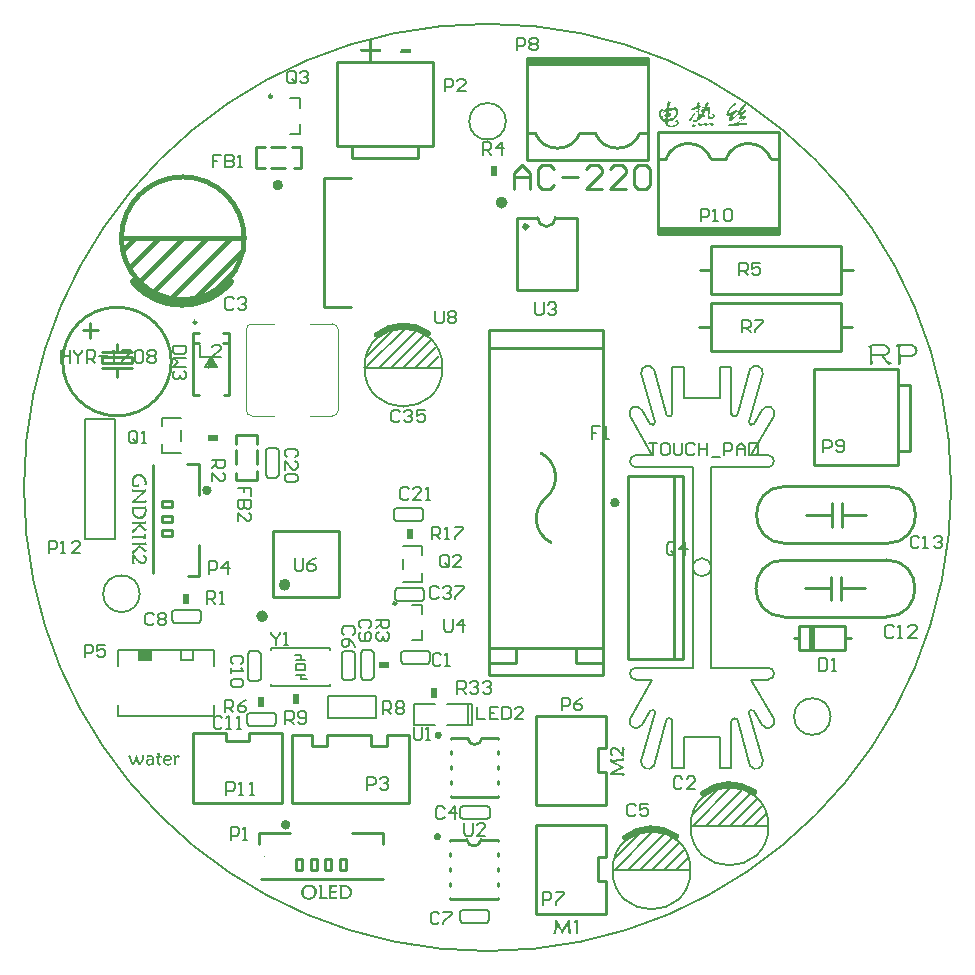
<source format=gto>
%FSLAX25Y25*%
%MOIN*%
G70*
G01*
G75*
%ADD10C,0.10000*%
%ADD11C,0.10000*%
%ADD12R,0.08661X0.09449*%
%ADD13R,0.09843X0.13386*%
%ADD14O,0.08661X0.02756*%
%ADD15R,0.06890X0.08661*%
%ADD16R,0.04724X0.01969*%
%ADD17R,0.04000X0.05500*%
%ADD18R,0.05906X0.11811*%
%ADD19R,0.03150X0.21654*%
%ADD20R,0.06000X0.05000*%
G04:AMPARAMS|DCode=21|XSize=60mil|YSize=50mil|CornerRadius=0mil|HoleSize=0mil|Usage=FLASHONLY|Rotation=0.000|XOffset=0mil|YOffset=0mil|HoleType=Round|Shape=Octagon|*
%AMOCTAGOND21*
4,1,8,0.03000,-0.01250,0.03000,0.01250,0.01750,0.02500,-0.01750,0.02500,-0.03000,0.01250,-0.03000,-0.01250,-0.01750,-0.02500,0.01750,-0.02500,0.03000,-0.01250,0.0*
%
%ADD21OCTAGOND21*%

%ADD22R,0.03150X0.03543*%
%ADD23R,0.03543X0.03150*%
%ADD24R,0.05000X0.05000*%
%ADD25R,0.05512X0.02362*%
%ADD26R,0.39370X0.41142*%
%ADD27R,0.12598X0.04134*%
%ADD28R,0.05500X0.04000*%
%ADD29O,0.07087X0.01100*%
%ADD30O,0.01100X0.07087*%
%ADD31R,0.08268X0.09843*%
%ADD32R,0.03150X0.05118*%
G04:AMPARAMS|DCode=33|XSize=78.74mil|YSize=86.61mil|CornerRadius=7.87mil|HoleSize=0mil|Usage=FLASHONLY|Rotation=90.000|XOffset=0mil|YOffset=0mil|HoleType=Round|Shape=RoundedRectangle|*
%AMROUNDEDRECTD33*
21,1,0.07874,0.07087,0,0,90.0*
21,1,0.06299,0.08661,0,0,90.0*
1,1,0.01575,0.03543,0.03150*
1,1,0.01575,0.03543,-0.03150*
1,1,0.01575,-0.03543,-0.03150*
1,1,0.01575,-0.03543,0.03150*
%
%ADD33ROUNDEDRECTD33*%
%ADD34R,0.09843X0.08268*%
%ADD35R,0.05118X0.03150*%
%ADD36R,0.03937X0.02362*%
%ADD37R,0.02756X0.03347*%
%ADD38R,0.03347X0.02756*%
%ADD39C,0.00800*%
%ADD40C,0.08000*%
%ADD41C,0.15000*%
%ADD42C,0.03000*%
%ADD43C,0.01500*%
%ADD44C,0.05000*%
%ADD45C,0.02000*%
%ADD46C,0.04000*%
%ADD47C,0.01000*%
%ADD48R,0.09600X0.18400*%
%ADD49R,0.09900X0.21000*%
%ADD50C,0.00500*%
%ADD51C,0.00025*%
%ADD52C,0.05906*%
%ADD53R,0.05906X0.05906*%
%ADD54C,0.07874*%
%ADD55O,0.11811X0.13780*%
%ADD56C,0.06693*%
%ADD57R,0.06693X0.06693*%
%ADD58R,0.07480X0.07480*%
%ADD59C,0.07480*%
%ADD60R,0.06299X0.06299*%
%ADD61C,0.06299*%
%ADD62C,0.09843*%
%ADD63R,0.06693X0.06693*%
%ADD64R,0.09843X0.09843*%
%ADD65C,0.10630*%
%ADD66R,0.10630X0.10630*%
%ADD67R,0.10630X0.10630*%
%ADD68R,0.07087X0.07087*%
%ADD69C,0.07087*%
%ADD70R,0.11811X0.11811*%
%ADD71C,0.11811*%
%ADD72C,0.03000*%
%ADD73C,0.02700*%
%ADD74C,0.04000*%
%ADD75C,0.02000*%
%ADD76C,0.05000*%
%ADD77C,0.19685*%
%ADD78R,0.03118X0.15755*%
%ADD79C,0.00787*%
%ADD80C,0.01984*%
%ADD81C,0.02900*%
%ADD82C,0.00984*%
%ADD83C,0.01969*%
%ADD84C,0.01575*%
%ADD85C,0.00300*%
%ADD86C,0.00600*%
%ADD87C,0.00700*%
%ADD88R,0.02000X0.08000*%
%ADD89R,0.04000X0.03500*%
%ADD90R,0.01969X0.03780*%
%ADD91R,0.03780X0.01969*%
G36*
X3541Y-53711D02*
X3589Y-53715D01*
X3648Y-53720D01*
X3716Y-53730D01*
X3784Y-53745D01*
X3934Y-53783D01*
X4012Y-53808D01*
X4095Y-53842D01*
X4172Y-53876D01*
X4245Y-53920D01*
X4313Y-53968D01*
X4381Y-54026D01*
X4386Y-54031D01*
X4396Y-54041D01*
X4411Y-54060D01*
X4435Y-54085D01*
X4459Y-54114D01*
X4488Y-54153D01*
X4518Y-54197D01*
X4552Y-54250D01*
X4581Y-54308D01*
X4610Y-54372D01*
X4639Y-54440D01*
X4663Y-54512D01*
X4688Y-54590D01*
X4702Y-54678D01*
X4712Y-54765D01*
X4717Y-54862D01*
X4697Y-55689D01*
Y-55693D01*
Y-55698D01*
Y-55713D01*
Y-55732D01*
Y-55786D01*
X4702Y-55854D01*
Y-55936D01*
X4712Y-56029D01*
X4717Y-56136D01*
X4727Y-56243D01*
X4756Y-56471D01*
X4770Y-56583D01*
X4795Y-56690D01*
X4819Y-56792D01*
X4853Y-56884D01*
X4887Y-56962D01*
X4926Y-57030D01*
X4921D01*
X4911Y-57040D01*
X4897Y-57049D01*
X4872Y-57064D01*
X4843Y-57078D01*
X4814Y-57098D01*
X4741Y-57137D01*
X4659Y-57176D01*
X4576Y-57210D01*
X4493Y-57234D01*
X4454Y-57239D01*
X4420Y-57244D01*
X4406D01*
X4391Y-57239D01*
X4372D01*
X4323Y-57224D01*
X4265Y-57200D01*
X4236Y-57181D01*
X4206Y-57156D01*
X4177Y-57127D01*
X4153Y-57088D01*
X4134Y-57049D01*
X4114Y-57001D01*
X4100Y-56942D01*
X4095Y-56879D01*
X4090Y-56884D01*
X4075Y-56899D01*
X4056Y-56918D01*
X4027Y-56942D01*
X3988Y-56976D01*
X3944Y-57011D01*
X3895Y-57049D01*
X3837Y-57083D01*
X3774Y-57122D01*
X3701Y-57161D01*
X3628Y-57195D01*
X3545Y-57229D01*
X3458Y-57253D01*
X3371Y-57273D01*
X3273Y-57288D01*
X3176Y-57292D01*
X3128D01*
X3089Y-57288D01*
X3045Y-57283D01*
X2991Y-57273D01*
X2933Y-57263D01*
X2875Y-57253D01*
X2739Y-57215D01*
X2666Y-57190D01*
X2598Y-57156D01*
X2525Y-57122D01*
X2457Y-57078D01*
X2389Y-57030D01*
X2326Y-56972D01*
X2321Y-56967D01*
X2311Y-56957D01*
X2296Y-56938D01*
X2277Y-56913D01*
X2253Y-56884D01*
X2224Y-56845D01*
X2194Y-56801D01*
X2165Y-56753D01*
X2136Y-56695D01*
X2107Y-56636D01*
X2078Y-56568D01*
X2053Y-56500D01*
X2034Y-56422D01*
X2019Y-56340D01*
X2010Y-56257D01*
X2005Y-56170D01*
Y-56165D01*
Y-56145D01*
X2010Y-56116D01*
Y-56077D01*
X2019Y-56034D01*
X2029Y-55980D01*
X2044Y-55922D01*
X2058Y-55859D01*
X2083Y-55791D01*
X2112Y-55718D01*
X2151Y-55645D01*
X2190Y-55572D01*
X2243Y-55499D01*
X2301Y-55431D01*
X2369Y-55363D01*
X2447Y-55300D01*
X2452Y-55295D01*
X2467Y-55285D01*
X2496Y-55271D01*
X2530Y-55246D01*
X2574Y-55222D01*
X2627Y-55193D01*
X2690Y-55164D01*
X2763Y-55134D01*
X2841Y-55105D01*
X2933Y-55071D01*
X3030Y-55047D01*
X3132Y-55023D01*
X3249Y-54998D01*
X3366Y-54984D01*
X3492Y-54974D01*
X3628Y-54969D01*
X3720D01*
X3779Y-54974D01*
X3852Y-54979D01*
X3925Y-54984D01*
X4002Y-54994D01*
X4080Y-55008D01*
Y-54998D01*
Y-54979D01*
Y-54959D01*
Y-54940D01*
Y-54935D01*
Y-54926D01*
Y-54911D01*
X4075Y-54887D01*
X4070Y-54828D01*
X4056Y-54760D01*
X4036Y-54678D01*
X4002Y-54600D01*
X3959Y-54517D01*
X3900Y-54449D01*
X3891Y-54440D01*
X3866Y-54420D01*
X3827Y-54396D01*
X3774Y-54362D01*
X3701Y-54328D01*
X3614Y-54303D01*
X3511Y-54284D01*
X3395Y-54274D01*
X3371D01*
X3341Y-54279D01*
X3307D01*
X3264Y-54289D01*
X3210Y-54294D01*
X3157Y-54308D01*
X3094Y-54328D01*
X3030Y-54347D01*
X2967Y-54376D01*
X2904Y-54410D01*
X2841Y-54449D01*
X2778Y-54498D01*
X2719Y-54551D01*
X2666Y-54615D01*
X2617Y-54687D01*
X2612D01*
X2603Y-54682D01*
X2583Y-54678D01*
X2564Y-54673D01*
X2510Y-54649D01*
X2447Y-54615D01*
X2379Y-54566D01*
X2326Y-54503D01*
X2306Y-54464D01*
X2287Y-54425D01*
X2277Y-54376D01*
X2272Y-54328D01*
Y-54323D01*
Y-54313D01*
Y-54299D01*
X2277Y-54284D01*
X2292Y-54230D01*
X2311Y-54167D01*
X2350Y-54094D01*
X2374Y-54060D01*
X2408Y-54022D01*
X2442Y-53983D01*
X2486Y-53949D01*
X2535Y-53915D01*
X2593Y-53881D01*
X2598D01*
X2607Y-53871D01*
X2627Y-53866D01*
X2651Y-53851D01*
X2685Y-53842D01*
X2724Y-53827D01*
X2768Y-53808D01*
X2821Y-53793D01*
X2875Y-53779D01*
X2943Y-53759D01*
X3011Y-53745D01*
X3084Y-53735D01*
X3166Y-53720D01*
X3254Y-53715D01*
X3341Y-53706D01*
X3497D01*
X3541Y-53711D01*
D02*
G37*
G36*
X12901Y-53793D02*
X12950Y-53808D01*
X13008Y-53822D01*
X13066Y-53847D01*
X13129Y-53881D01*
X13188Y-53929D01*
X13193Y-53934D01*
X13212Y-53953D01*
X13236Y-53983D01*
X13265Y-54022D01*
X13295Y-54070D01*
X13319Y-54124D01*
X13338Y-54192D01*
X13343Y-54260D01*
Y-54265D01*
Y-54269D01*
X13338Y-54284D01*
Y-54303D01*
X13324Y-54352D01*
X13295Y-54420D01*
X13270Y-54454D01*
X13246Y-54493D01*
X13212Y-54537D01*
X13173Y-54580D01*
X13129Y-54624D01*
X13071Y-54668D01*
X13013Y-54716D01*
X12940Y-54760D01*
Y-54755D01*
X12935Y-54746D01*
X12930Y-54736D01*
X12921Y-54716D01*
X12896Y-54673D01*
X12862Y-54619D01*
X12818Y-54566D01*
X12770Y-54522D01*
X12745Y-54503D01*
X12716Y-54488D01*
X12687Y-54483D01*
X12658Y-54478D01*
X12634D01*
X12609Y-54488D01*
X12575Y-54498D01*
X12532Y-54512D01*
X12483Y-54542D01*
X12425Y-54576D01*
X12366Y-54624D01*
X12362Y-54629D01*
X12337Y-54649D01*
X12308Y-54682D01*
X12264Y-54731D01*
X12216Y-54789D01*
X12157Y-54862D01*
X12099Y-54950D01*
X12041Y-55052D01*
Y-55057D01*
Y-55067D01*
X12036Y-55081D01*
Y-55105D01*
X12031Y-55134D01*
Y-55168D01*
X12026Y-55251D01*
X12016Y-55348D01*
X12012Y-55455D01*
X12007Y-55572D01*
Y-55698D01*
Y-55708D01*
Y-55737D01*
Y-55781D01*
X12012Y-55844D01*
Y-55917D01*
X12016Y-56004D01*
X12026Y-56097D01*
X12036Y-56199D01*
X12046Y-56301D01*
X12060Y-56413D01*
X12099Y-56631D01*
X12128Y-56738D01*
X12157Y-56840D01*
X12191Y-56933D01*
X12230Y-57020D01*
X12225D01*
X12216Y-57030D01*
X12201Y-57035D01*
X12177Y-57049D01*
X12148Y-57064D01*
X12114Y-57078D01*
X12036Y-57108D01*
X11948Y-57142D01*
X11851Y-57171D01*
X11749Y-57190D01*
X11652Y-57200D01*
X11618D01*
X11584Y-57195D01*
X11545Y-57190D01*
X11496Y-57181D01*
X11453Y-57161D01*
X11409Y-57142D01*
X11375Y-57112D01*
X11370Y-57108D01*
X11365Y-57093D01*
X11351Y-57069D01*
X11341Y-57030D01*
X11326Y-56976D01*
X11312Y-56908D01*
X11307Y-56821D01*
X11302Y-56767D01*
Y-56714D01*
Y-56709D01*
Y-56690D01*
Y-56670D01*
Y-56646D01*
X11307Y-56622D01*
Y-56583D01*
Y-56544D01*
X11312Y-56495D01*
Y-56437D01*
X11317Y-56369D01*
X11321Y-56291D01*
X11326Y-56209D01*
X11331Y-56111D01*
X11336Y-56004D01*
Y-56000D01*
Y-55975D01*
X11341Y-55946D01*
Y-55902D01*
X11346Y-55849D01*
Y-55786D01*
X11351Y-55718D01*
X11355Y-55645D01*
Y-55562D01*
X11360Y-55480D01*
X11365Y-55300D01*
X11370Y-55115D01*
Y-54940D01*
Y-54930D01*
Y-54906D01*
Y-54867D01*
Y-54819D01*
X11365Y-54755D01*
X11360Y-54687D01*
Y-54610D01*
X11351Y-54522D01*
X11336Y-54347D01*
X11307Y-54167D01*
X11292Y-54085D01*
X11273Y-54002D01*
X11249Y-53929D01*
X11224Y-53861D01*
X11229D01*
X11234Y-53856D01*
X11258Y-53851D01*
X11297Y-53837D01*
X11346Y-53822D01*
X11399Y-53813D01*
X11458Y-53798D01*
X11516Y-53793D01*
X11564Y-53788D01*
X11594D01*
X11628Y-53793D01*
X11671Y-53803D01*
X11720Y-53813D01*
X11773Y-53832D01*
X11827Y-53856D01*
X11876Y-53890D01*
X11880Y-53895D01*
X11895Y-53910D01*
X11919Y-53934D01*
X11944Y-53973D01*
X11963Y-54026D01*
X11987Y-54094D01*
X12002Y-54177D01*
X12007Y-54274D01*
Y-54279D01*
Y-54294D01*
Y-54318D01*
Y-54342D01*
X11997Y-54410D01*
X11987Y-54478D01*
X11992Y-54469D01*
X12007Y-54449D01*
X12026Y-54415D01*
X12055Y-54372D01*
X12089Y-54318D01*
X12133Y-54260D01*
X12182Y-54197D01*
X12235Y-54133D01*
X12293Y-54070D01*
X12357Y-54007D01*
X12425Y-53949D01*
X12503Y-53895D01*
X12575Y-53851D01*
X12658Y-53817D01*
X12741Y-53798D01*
X12823Y-53788D01*
X12857D01*
X12901Y-53793D01*
D02*
G37*
G36*
X1140D02*
X1169D01*
X1203Y-53803D01*
X1242Y-53813D01*
X1281Y-53827D01*
X1324Y-53842D01*
X1363Y-53866D01*
X1402Y-53895D01*
X1441Y-53929D01*
X1475Y-53973D01*
X1504Y-54022D01*
X1524Y-54080D01*
X1538Y-54148D01*
X1543Y-54226D01*
Y-54235D01*
Y-54255D01*
X1538Y-54294D01*
X1534Y-54347D01*
X1524Y-54415D01*
X1509Y-54498D01*
X1485Y-54595D01*
X1456Y-54707D01*
X1422Y-54828D01*
X1378Y-54969D01*
X1320Y-55120D01*
X1256Y-55285D01*
X1174Y-55460D01*
X1086Y-55650D01*
X979Y-55854D01*
X858Y-56068D01*
Y-56072D01*
X848Y-56082D01*
X838Y-56097D01*
X829Y-56116D01*
X814Y-56145D01*
X795Y-56174D01*
X746Y-56252D01*
X688Y-56340D01*
X625Y-56442D01*
X552Y-56544D01*
X474Y-56656D01*
X391Y-56767D01*
X309Y-56870D01*
X226Y-56972D01*
X143Y-57059D01*
X61Y-57137D01*
X22Y-57166D01*
X-17Y-57195D01*
X-51Y-57215D01*
X-90Y-57229D01*
X-119Y-57239D01*
X-153Y-57244D01*
X-163D01*
X-177Y-57239D01*
X-197Y-57234D01*
X-216Y-57224D01*
X-245Y-57215D01*
X-274Y-57195D01*
X-308Y-57171D01*
X-343Y-57142D01*
X-381Y-57103D01*
X-420Y-57059D01*
X-464Y-57001D01*
X-508Y-56938D01*
X-551Y-56860D01*
X-600Y-56772D01*
X-644Y-56670D01*
X-649Y-56665D01*
X-654Y-56641D01*
X-668Y-56612D01*
X-683Y-56563D01*
X-707Y-56505D01*
X-731Y-56432D01*
X-760Y-56349D01*
X-795Y-56252D01*
X-828Y-56141D01*
X-862Y-56019D01*
X-901Y-55888D01*
X-945Y-55742D01*
X-984Y-55582D01*
X-1028Y-55416D01*
X-1067Y-55232D01*
X-1110Y-55042D01*
Y-55052D01*
X-1120Y-55081D01*
X-1130Y-55125D01*
X-1149Y-55188D01*
X-1169Y-55261D01*
X-1193Y-55348D01*
X-1222Y-55450D01*
X-1256Y-55557D01*
X-1295Y-55674D01*
X-1339Y-55796D01*
X-1436Y-56053D01*
X-1548Y-56315D01*
X-1679Y-56573D01*
X-1684Y-56583D01*
X-1694Y-56602D01*
X-1713Y-56636D01*
X-1737Y-56680D01*
X-1771Y-56729D01*
X-1805Y-56787D01*
X-1893Y-56908D01*
X-1990Y-57030D01*
X-2043Y-57088D01*
X-2097Y-57137D01*
X-2150Y-57181D01*
X-2204Y-57215D01*
X-2252Y-57234D01*
X-2306Y-57244D01*
X-2316D01*
X-2340Y-57234D01*
X-2379Y-57219D01*
X-2403Y-57205D01*
X-2427Y-57185D01*
X-2457Y-57161D01*
X-2491Y-57132D01*
X-2525Y-57093D01*
X-2564Y-57049D01*
X-2602Y-57001D01*
X-2646Y-56938D01*
X-2690Y-56870D01*
X-2734Y-56787D01*
X-2739Y-56782D01*
X-2743Y-56763D01*
X-2758Y-56738D01*
X-2777Y-56699D01*
X-2802Y-56646D01*
X-2831Y-56583D01*
X-2865Y-56510D01*
X-2904Y-56422D01*
X-2952Y-56320D01*
X-3001Y-56209D01*
X-3054Y-56082D01*
X-3113Y-55941D01*
X-3176Y-55786D01*
X-3244Y-55616D01*
X-3317Y-55436D01*
X-3395Y-55237D01*
Y-55232D01*
X-3399Y-55227D01*
X-3409Y-55198D01*
X-3424Y-55154D01*
X-3448Y-55096D01*
X-3477Y-55028D01*
X-3506Y-54950D01*
X-3545Y-54867D01*
X-3584Y-54775D01*
X-3662Y-54595D01*
X-3706Y-54508D01*
X-3749Y-54420D01*
X-3793Y-54347D01*
X-3832Y-54279D01*
X-3871Y-54226D01*
X-3905Y-54182D01*
X-3900Y-54177D01*
X-3895Y-54163D01*
X-3881Y-54143D01*
X-3861Y-54119D01*
X-3808Y-54056D01*
X-3740Y-53983D01*
X-3662Y-53915D01*
X-3574Y-53851D01*
X-3531Y-53822D01*
X-3482Y-53803D01*
X-3438Y-53793D01*
X-3390Y-53788D01*
X-3380D01*
X-3365Y-53793D01*
X-3346Y-53798D01*
X-3322Y-53813D01*
X-3297Y-53827D01*
X-3268Y-53851D01*
X-3234Y-53886D01*
X-3195Y-53924D01*
X-3161Y-53978D01*
X-3118Y-54041D01*
X-3079Y-54114D01*
X-3035Y-54201D01*
X-2991Y-54303D01*
X-2952Y-54425D01*
X-2909Y-54561D01*
X-2904Y-54571D01*
X-2899Y-54600D01*
X-2884Y-54644D01*
X-2865Y-54702D01*
X-2845Y-54775D01*
X-2821Y-54862D01*
X-2792Y-54955D01*
X-2758Y-55057D01*
X-2724Y-55164D01*
X-2690Y-55280D01*
X-2617Y-55509D01*
X-2539Y-55732D01*
X-2500Y-55839D01*
X-2461Y-55941D01*
X-2457Y-55946D01*
X-2452Y-55961D01*
X-2442Y-55990D01*
X-2427Y-56019D01*
X-2413Y-56058D01*
X-2393Y-56102D01*
X-2355Y-56194D01*
X-2316Y-56291D01*
X-2296Y-56335D01*
X-2277Y-56374D01*
X-2262Y-56403D01*
X-2248Y-56427D01*
X-2238Y-56447D01*
X-2233Y-56452D01*
X-2228D01*
X-2223Y-56442D01*
X-2214Y-56432D01*
X-2204Y-56418D01*
X-2189Y-56398D01*
X-2175Y-56369D01*
X-2155Y-56335D01*
X-2131Y-56296D01*
X-2102Y-56243D01*
X-2073Y-56179D01*
X-2034Y-56107D01*
X-1990Y-56024D01*
X-1946Y-55922D01*
X-1893Y-55810D01*
X-1888Y-55800D01*
X-1878Y-55781D01*
X-1864Y-55747D01*
X-1844Y-55698D01*
X-1820Y-55635D01*
X-1791Y-55567D01*
X-1762Y-55484D01*
X-1728Y-55392D01*
X-1689Y-55290D01*
X-1655Y-55183D01*
X-1616Y-55067D01*
X-1582Y-54940D01*
X-1548Y-54809D01*
X-1509Y-54673D01*
X-1451Y-54391D01*
Y-54386D01*
X-1446Y-54367D01*
X-1441Y-54342D01*
X-1431Y-54303D01*
X-1417Y-54265D01*
X-1402Y-54216D01*
X-1363Y-54114D01*
X-1310Y-54017D01*
X-1280Y-53968D01*
X-1246Y-53929D01*
X-1208Y-53890D01*
X-1164Y-53866D01*
X-1120Y-53847D01*
X-1072Y-53842D01*
X-1062D01*
X-1047Y-53847D01*
X-1028Y-53851D01*
X-1003Y-53861D01*
X-979Y-53881D01*
X-950Y-53900D01*
X-916Y-53929D01*
X-887Y-53968D01*
X-853Y-54017D01*
X-814Y-54075D01*
X-780Y-54143D01*
X-746Y-54226D01*
X-712Y-54318D01*
X-678Y-54430D01*
X-649Y-54556D01*
Y-54561D01*
Y-54566D01*
X-644Y-54580D01*
X-639Y-54595D01*
X-629Y-54644D01*
X-615Y-54707D01*
X-600Y-54785D01*
X-576Y-54872D01*
X-551Y-54969D01*
X-527Y-55076D01*
X-498Y-55188D01*
X-469Y-55305D01*
X-406Y-55538D01*
X-372Y-55655D01*
X-338Y-55766D01*
X-299Y-55868D01*
X-265Y-55966D01*
Y-55970D01*
X-255Y-55985D01*
X-245Y-56009D01*
X-236Y-56043D01*
X-216Y-56077D01*
X-201Y-56121D01*
X-163Y-56209D01*
X-124Y-56296D01*
X-104Y-56340D01*
X-85Y-56374D01*
X-70Y-56408D01*
X-56Y-56432D01*
X-46Y-56447D01*
X-36Y-56452D01*
X-31Y-56447D01*
X-22Y-56432D01*
X-2Y-56403D01*
X12Y-56384D01*
X27Y-56354D01*
X46Y-56325D01*
X71Y-56286D01*
X100Y-56243D01*
X129Y-56189D01*
X168Y-56126D01*
X207Y-56058D01*
X212Y-56053D01*
X216Y-56038D01*
X231Y-56019D01*
X246Y-55990D01*
X265Y-55951D01*
X289Y-55907D01*
X319Y-55859D01*
X348Y-55800D01*
X377Y-55737D01*
X411Y-55669D01*
X484Y-55518D01*
X552Y-55353D01*
X625Y-55178D01*
Y-55173D01*
X634Y-55154D01*
X644Y-55130D01*
X654Y-55096D01*
X668Y-55052D01*
X683Y-55003D01*
X698Y-54945D01*
X717Y-54887D01*
X751Y-54751D01*
X780Y-54605D01*
X800Y-54459D01*
X809Y-54313D01*
Y-54308D01*
Y-54303D01*
Y-54274D01*
X805Y-54226D01*
X800Y-54167D01*
X790Y-54099D01*
X780Y-54022D01*
X761Y-53944D01*
X736Y-53861D01*
X741D01*
X746Y-53856D01*
X775Y-53851D01*
X814Y-53837D01*
X868Y-53822D01*
X926Y-53813D01*
X989Y-53798D01*
X1048Y-53793D01*
X1101Y-53788D01*
X1120D01*
X1140Y-53793D01*
D02*
G37*
G36*
X9465Y-53711D02*
X9514Y-53715D01*
X9567Y-53725D01*
X9630Y-53735D01*
X9698Y-53749D01*
X9771Y-53769D01*
X9849Y-53788D01*
X9927Y-53817D01*
X10005Y-53851D01*
X10087Y-53890D01*
X10165Y-53939D01*
X10238Y-53987D01*
X10311Y-54051D01*
X10316Y-54056D01*
X10325Y-54065D01*
X10345Y-54085D01*
X10369Y-54114D01*
X10398Y-54148D01*
X10427Y-54187D01*
X10461Y-54235D01*
X10500Y-54289D01*
X10534Y-54347D01*
X10568Y-54410D01*
X10597Y-54483D01*
X10627Y-54556D01*
X10651Y-54639D01*
X10670Y-54721D01*
X10680Y-54814D01*
X10685Y-54906D01*
Y-54911D01*
Y-54926D01*
Y-54945D01*
X10680Y-54974D01*
X10675Y-55008D01*
X10665Y-55052D01*
X10646Y-55139D01*
X10607Y-55241D01*
X10578Y-55290D01*
X10549Y-55339D01*
X10510Y-55387D01*
X10466Y-55431D01*
X10418Y-55475D01*
X10359Y-55509D01*
X10354D01*
X10345Y-55514D01*
X10325Y-55523D01*
X10296Y-55533D01*
X10262Y-55548D01*
X10218Y-55562D01*
X10165Y-55577D01*
X10102Y-55591D01*
X10034Y-55611D01*
X9956Y-55625D01*
X9864Y-55640D01*
X9766Y-55650D01*
X9659Y-55664D01*
X9543Y-55669D01*
X9411Y-55679D01*
X9149D01*
X9100Y-55674D01*
X9042D01*
X8979Y-55669D01*
X8838Y-55659D01*
X8687Y-55650D01*
X8527Y-55630D01*
X8371Y-55606D01*
Y-55611D01*
Y-55625D01*
Y-55650D01*
X8376Y-55684D01*
Y-55723D01*
X8381Y-55771D01*
X8391Y-55820D01*
X8401Y-55878D01*
X8435Y-56000D01*
X8459Y-56063D01*
X8488Y-56131D01*
X8522Y-56194D01*
X8561Y-56262D01*
X8605Y-56325D01*
X8658Y-56384D01*
X8663Y-56388D01*
X8673Y-56398D01*
X8687Y-56413D01*
X8712Y-56432D01*
X8741Y-56456D01*
X8780Y-56481D01*
X8819Y-56510D01*
X8867Y-56539D01*
X8921Y-56568D01*
X8979Y-56597D01*
X9042Y-56622D01*
X9110Y-56646D01*
X9183Y-56665D01*
X9261Y-56680D01*
X9343Y-56690D01*
X9431Y-56695D01*
X9475D01*
X9509Y-56690D01*
X9548Y-56685D01*
X9596Y-56680D01*
X9650Y-56675D01*
X9708Y-56660D01*
X9839Y-56631D01*
X9980Y-56588D01*
X10053Y-56559D01*
X10126Y-56520D01*
X10199Y-56481D01*
X10272Y-56437D01*
X10282Y-56447D01*
X10306Y-56471D01*
X10335Y-56510D01*
X10374Y-56559D01*
X10413Y-56612D01*
X10442Y-56675D01*
X10466Y-56738D01*
X10476Y-56801D01*
Y-56806D01*
Y-56811D01*
X10471Y-56840D01*
X10461Y-56884D01*
X10442Y-56938D01*
X10408Y-56996D01*
X10384Y-57030D01*
X10359Y-57059D01*
X10325Y-57088D01*
X10286Y-57117D01*
X10243Y-57147D01*
X10194Y-57171D01*
X10189D01*
X10179Y-57176D01*
X10165Y-57181D01*
X10141Y-57190D01*
X10116Y-57200D01*
X10082Y-57210D01*
X10039Y-57219D01*
X9995Y-57229D01*
X9941Y-57244D01*
X9888Y-57253D01*
X9825Y-57263D01*
X9757Y-57273D01*
X9684Y-57283D01*
X9611Y-57288D01*
X9441Y-57292D01*
X9407D01*
X9363Y-57288D01*
X9309Y-57283D01*
X9241Y-57278D01*
X9164Y-57268D01*
X9076Y-57253D01*
X8979Y-57234D01*
X8882Y-57210D01*
X8780Y-57176D01*
X8673Y-57137D01*
X8566Y-57093D01*
X8459Y-57040D01*
X8357Y-56976D01*
X8260Y-56903D01*
X8167Y-56821D01*
X8162Y-56816D01*
X8148Y-56797D01*
X8124Y-56772D01*
X8095Y-56733D01*
X8061Y-56685D01*
X8017Y-56631D01*
X7978Y-56563D01*
X7934Y-56486D01*
X7886Y-56398D01*
X7847Y-56301D01*
X7808Y-56199D01*
X7769Y-56082D01*
X7740Y-55961D01*
X7715Y-55830D01*
X7701Y-55689D01*
X7696Y-55543D01*
Y-55533D01*
Y-55509D01*
X7701Y-55465D01*
X7706Y-55411D01*
X7711Y-55344D01*
X7720Y-55261D01*
X7735Y-55173D01*
X7754Y-55081D01*
X7779Y-54979D01*
X7813Y-54872D01*
X7852Y-54760D01*
X7895Y-54649D01*
X7949Y-54542D01*
X8012Y-54430D01*
X8085Y-54328D01*
X8167Y-54226D01*
X8172Y-54221D01*
X8187Y-54201D01*
X8216Y-54177D01*
X8255Y-54143D01*
X8299Y-54104D01*
X8357Y-54060D01*
X8420Y-54012D01*
X8493Y-53963D01*
X8576Y-53915D01*
X8668Y-53871D01*
X8765Y-53827D01*
X8872Y-53788D01*
X8989Y-53754D01*
X9105Y-53730D01*
X9237Y-53711D01*
X9368Y-53706D01*
X9421D01*
X9465Y-53711D01*
D02*
G37*
G36*
X143110Y-108616D02*
X143154Y-108621D01*
X143207Y-108640D01*
X143275Y-108664D01*
X143353Y-108708D01*
X143440Y-108762D01*
X143489Y-108800D01*
X143538Y-108839D01*
Y-108844D01*
X143533Y-108859D01*
X143528Y-108883D01*
X143518Y-108912D01*
X143508Y-108951D01*
X143499Y-109000D01*
X143489Y-109053D01*
X143479Y-109111D01*
X143470Y-109179D01*
X143460Y-109252D01*
X143450Y-109330D01*
X143440Y-109418D01*
X143426Y-109597D01*
X143421Y-109792D01*
Y-109797D01*
Y-109816D01*
Y-109845D01*
Y-109889D01*
Y-109938D01*
X143426Y-110001D01*
Y-110069D01*
X143431Y-110147D01*
Y-110234D01*
X143436Y-110331D01*
X143440Y-110433D01*
X143450Y-110545D01*
X143455Y-110657D01*
X143465Y-110778D01*
X143474Y-110905D01*
X143489Y-111036D01*
X143518Y-111308D01*
X143552Y-111590D01*
X143596Y-111882D01*
X143644Y-112178D01*
X143708Y-112470D01*
X143781Y-112756D01*
X143863Y-113033D01*
X143956Y-113296D01*
X143951D01*
X143941Y-113306D01*
X143921Y-113315D01*
X143897Y-113330D01*
X143868Y-113345D01*
X143829Y-113359D01*
X143747Y-113398D01*
X143649Y-113437D01*
X143543Y-113466D01*
X143436Y-113490D01*
X143329Y-113500D01*
X143299D01*
X143275Y-113495D01*
X143222Y-113485D01*
X143158Y-113471D01*
X143090Y-113442D01*
X143027Y-113403D01*
X142974Y-113345D01*
X142954Y-113311D01*
X142940Y-113272D01*
Y-113267D01*
X142935Y-113262D01*
Y-113242D01*
X142930Y-113223D01*
X142925Y-113194D01*
X142920Y-113155D01*
X142911Y-113106D01*
X142906Y-113048D01*
X142896Y-112980D01*
X142891Y-112902D01*
X142882Y-112815D01*
X142877Y-112713D01*
X142867Y-112596D01*
X142862Y-112470D01*
X142852Y-112329D01*
X142848Y-112173D01*
Y-112168D01*
Y-112163D01*
Y-112149D01*
Y-112134D01*
Y-112110D01*
X142843Y-112081D01*
Y-112013D01*
X142838Y-111925D01*
X142833Y-111818D01*
X142828Y-111697D01*
X142823Y-111556D01*
X142814Y-111396D01*
X142804Y-111221D01*
X142794Y-111031D01*
X142784Y-110827D01*
X142770Y-110603D01*
X142755Y-110370D01*
X142736Y-110117D01*
X142716Y-109855D01*
Y-109860D01*
X142711Y-109870D01*
X142702Y-109889D01*
X142687Y-109913D01*
X142673Y-109947D01*
X142653Y-109986D01*
X142634Y-110035D01*
X142609Y-110083D01*
X142585Y-110142D01*
X142556Y-110200D01*
X142493Y-110336D01*
X142420Y-110492D01*
X142342Y-110657D01*
X142259Y-110832D01*
X142172Y-111016D01*
X142080Y-111211D01*
X141987Y-111400D01*
X141895Y-111595D01*
X141803Y-111789D01*
X141710Y-111974D01*
X141623Y-112154D01*
Y-112159D01*
X141618Y-112163D01*
X141603Y-112193D01*
X141579Y-112241D01*
X141550Y-112300D01*
X141516Y-112373D01*
X141477Y-112455D01*
X141433Y-112543D01*
X141385Y-112630D01*
X141292Y-112815D01*
X141249Y-112902D01*
X141205Y-112985D01*
X141166Y-113058D01*
X141132Y-113121D01*
X141103Y-113170D01*
X141083Y-113199D01*
X141078Y-113204D01*
X141069Y-113218D01*
X141049Y-113238D01*
X141025Y-113257D01*
X140991Y-113276D01*
X140952Y-113296D01*
X140908Y-113311D01*
X140860Y-113315D01*
X140840D01*
X140821Y-113311D01*
X140792Y-113301D01*
X140762Y-113291D01*
X140728Y-113272D01*
X140690Y-113242D01*
X140656Y-113208D01*
X140651Y-113204D01*
X140636Y-113184D01*
X140627Y-113165D01*
X140612Y-113140D01*
X140592Y-113116D01*
X140573Y-113082D01*
X140549Y-113038D01*
X140524Y-112990D01*
X140495Y-112936D01*
X140461Y-112868D01*
X140422Y-112795D01*
X140379Y-112713D01*
X140330Y-112620D01*
X140281Y-112518D01*
X139552Y-111041D01*
X139548Y-111031D01*
X139533Y-111007D01*
X139514Y-110968D01*
X139489Y-110915D01*
X139455Y-110851D01*
X139416Y-110778D01*
X139377Y-110696D01*
X139334Y-110608D01*
X139290Y-110516D01*
X139246Y-110419D01*
X139159Y-110224D01*
X139081Y-110035D01*
X139052Y-109947D01*
X139023Y-109865D01*
Y-109870D01*
Y-109874D01*
Y-109889D01*
Y-109904D01*
X139018Y-109952D01*
X139013Y-110020D01*
X139008Y-110098D01*
X139003Y-110190D01*
X138998Y-110297D01*
X138994Y-110414D01*
X138989Y-110540D01*
X138979Y-110671D01*
X138974Y-110808D01*
X138969Y-110953D01*
X138955Y-111245D01*
X138940Y-111541D01*
Y-111551D01*
Y-111575D01*
X138935Y-111614D01*
Y-111668D01*
X138930Y-111736D01*
Y-111809D01*
X138926Y-111891D01*
X138921Y-111984D01*
X138916Y-112076D01*
X138911Y-112178D01*
X138901Y-112377D01*
X138891Y-112572D01*
X138882Y-112664D01*
X138877Y-112752D01*
Y-112756D01*
Y-112771D01*
X138872Y-112790D01*
Y-112820D01*
X138867Y-112854D01*
Y-112892D01*
X138857Y-112980D01*
X138848Y-113067D01*
X138833Y-113155D01*
X138828Y-113194D01*
X138819Y-113228D01*
X138814Y-113257D01*
X138804Y-113276D01*
Y-113281D01*
X138799Y-113291D01*
X138789Y-113306D01*
X138775Y-113330D01*
X138746Y-113379D01*
X138702Y-113432D01*
X138697Y-113437D01*
X138692Y-113442D01*
X138673Y-113451D01*
X138653Y-113466D01*
X138619Y-113481D01*
X138580Y-113490D01*
X138527Y-113495D01*
X138469Y-113500D01*
X138459D01*
X138435Y-113495D01*
X138391Y-113490D01*
X138328Y-113476D01*
X138245Y-113451D01*
X138148Y-113417D01*
X138031Y-113369D01*
X137900Y-113301D01*
Y-113296D01*
X137905Y-113286D01*
X137915Y-113262D01*
X137924Y-113238D01*
X137934Y-113199D01*
X137949Y-113160D01*
X137963Y-113106D01*
X137983Y-113048D01*
X138002Y-112985D01*
X138022Y-112912D01*
X138046Y-112829D01*
X138065Y-112747D01*
X138090Y-112654D01*
X138114Y-112552D01*
X138138Y-112445D01*
X138162Y-112334D01*
X138187Y-112217D01*
X138211Y-112091D01*
X138235Y-111959D01*
X138260Y-111823D01*
X138284Y-111682D01*
X138303Y-111532D01*
X138323Y-111381D01*
X138342Y-111221D01*
X138362Y-111055D01*
X138376Y-110890D01*
X138391Y-110715D01*
X138401Y-110535D01*
X138420Y-110161D01*
X138425Y-109772D01*
Y-109767D01*
Y-109748D01*
Y-109719D01*
Y-109680D01*
X138420Y-109636D01*
Y-109583D01*
X138415Y-109520D01*
X138410Y-109457D01*
X138401Y-109311D01*
X138381Y-109155D01*
X138352Y-108995D01*
X138318Y-108839D01*
X138323Y-108834D01*
X138328Y-108829D01*
X138357Y-108805D01*
X138405Y-108766D01*
X138464Y-108723D01*
X138532Y-108684D01*
X138614Y-108645D01*
X138702Y-108621D01*
X138746Y-108611D01*
X138794D01*
X138804Y-108616D01*
X138828Y-108621D01*
X138857Y-108635D01*
X138891Y-108655D01*
X138940Y-108689D01*
X138994Y-108737D01*
X139057Y-108795D01*
X139091Y-108834D01*
X139125Y-108878D01*
X139164Y-108922D01*
X139207Y-108975D01*
X139251Y-109034D01*
X139295Y-109097D01*
X139343Y-109165D01*
X139392Y-109243D01*
X139445Y-109325D01*
X139499Y-109413D01*
X139552Y-109510D01*
X139611Y-109612D01*
X139674Y-109724D01*
X139737Y-109845D01*
X139800Y-109972D01*
X139868Y-110108D01*
X139873Y-110113D01*
X139878Y-110132D01*
X139893Y-110156D01*
X139912Y-110195D01*
X139931Y-110244D01*
X139961Y-110297D01*
X139990Y-110360D01*
X140024Y-110429D01*
X140058Y-110501D01*
X140102Y-110584D01*
X140184Y-110754D01*
X140277Y-110944D01*
X140369Y-111133D01*
X140466Y-111323D01*
X140558Y-111507D01*
X140646Y-111682D01*
X140690Y-111765D01*
X140728Y-111838D01*
X140767Y-111906D01*
X140801Y-111969D01*
X140831Y-112023D01*
X140860Y-112071D01*
X140879Y-112110D01*
X140899Y-112134D01*
X140913Y-112154D01*
X140923Y-112159D01*
X140928Y-112149D01*
X140933Y-112139D01*
X140937Y-112125D01*
X140952Y-112100D01*
X140972Y-112066D01*
X141001Y-112018D01*
X141006Y-112013D01*
X141015Y-111988D01*
X141035Y-111954D01*
X141064Y-111906D01*
X141098Y-111843D01*
X141142Y-111765D01*
X141195Y-111668D01*
X141253Y-111561D01*
X142298Y-109466D01*
X142303Y-109461D01*
X142308Y-109447D01*
X142318Y-109427D01*
X142332Y-109398D01*
X142352Y-109359D01*
X142376Y-109320D01*
X142425Y-109223D01*
X142483Y-109121D01*
X142551Y-109014D01*
X142619Y-108912D01*
X142653Y-108868D01*
X142687Y-108825D01*
Y-108820D01*
X142697Y-108815D01*
X142716Y-108791D01*
X142755Y-108757D01*
X142804Y-108718D01*
X142862Y-108679D01*
X142925Y-108645D01*
X142998Y-108621D01*
X143037Y-108611D01*
X143086D01*
X143110Y-108616D01*
D02*
G37*
G36*
X161396Y-54749D02*
X161406Y-54759D01*
X161415Y-54778D01*
X161430Y-54803D01*
X161444Y-54832D01*
X161459Y-54871D01*
X161498Y-54953D01*
X161537Y-55051D01*
X161566Y-55158D01*
X161590Y-55265D01*
X161600Y-55371D01*
Y-55376D01*
Y-55386D01*
Y-55401D01*
X161595Y-55425D01*
X161585Y-55478D01*
X161571Y-55541D01*
X161542Y-55610D01*
X161503Y-55673D01*
X161444Y-55726D01*
X161410Y-55746D01*
X161372Y-55760D01*
X161367D01*
X161362Y-55765D01*
X161342D01*
X161323Y-55770D01*
X161294Y-55775D01*
X161255Y-55780D01*
X161206Y-55789D01*
X161148Y-55794D01*
X161080Y-55804D01*
X161002Y-55809D01*
X160915Y-55818D01*
X160813Y-55823D01*
X160696Y-55833D01*
X160570Y-55838D01*
X160429Y-55848D01*
X160273Y-55853D01*
X160210D01*
X160181Y-55857D01*
X160113D01*
X160025Y-55862D01*
X159918Y-55867D01*
X159797Y-55872D01*
X159656Y-55877D01*
X159496Y-55887D01*
X159321Y-55896D01*
X159131Y-55906D01*
X158927Y-55916D01*
X158703Y-55930D01*
X158470Y-55945D01*
X158217Y-55964D01*
X157955Y-55984D01*
X157960D01*
X157970Y-55989D01*
X157989Y-55998D01*
X158013Y-56013D01*
X158047Y-56028D01*
X158086Y-56047D01*
X158135Y-56066D01*
X158183Y-56091D01*
X158242Y-56115D01*
X158300Y-56144D01*
X158436Y-56207D01*
X158592Y-56280D01*
X158757Y-56358D01*
X158932Y-56441D01*
X159116Y-56528D01*
X159311Y-56620D01*
X159501Y-56713D01*
X159695Y-56805D01*
X159889Y-56897D01*
X160074Y-56990D01*
X160254Y-57077D01*
X160259D01*
X160264Y-57082D01*
X160293Y-57097D01*
X160341Y-57121D01*
X160400Y-57150D01*
X160473Y-57184D01*
X160555Y-57223D01*
X160643Y-57267D01*
X160730Y-57315D01*
X160915Y-57408D01*
X161002Y-57451D01*
X161085Y-57495D01*
X161158Y-57534D01*
X161221Y-57568D01*
X161269Y-57597D01*
X161299Y-57617D01*
X161303Y-57622D01*
X161318Y-57631D01*
X161338Y-57651D01*
X161357Y-57675D01*
X161376Y-57709D01*
X161396Y-57748D01*
X161410Y-57792D01*
X161415Y-57840D01*
Y-57845D01*
Y-57860D01*
X161410Y-57879D01*
X161401Y-57908D01*
X161391Y-57938D01*
X161372Y-57972D01*
X161342Y-58010D01*
X161308Y-58044D01*
X161303Y-58049D01*
X161284Y-58064D01*
X161265Y-58074D01*
X161240Y-58088D01*
X161216Y-58108D01*
X161182Y-58127D01*
X161138Y-58151D01*
X161090Y-58176D01*
X161036Y-58205D01*
X160968Y-58239D01*
X160895Y-58278D01*
X160813Y-58321D01*
X160720Y-58370D01*
X160618Y-58419D01*
X159141Y-59148D01*
X159131Y-59153D01*
X159107Y-59167D01*
X159068Y-59187D01*
X159014Y-59211D01*
X158951Y-59245D01*
X158878Y-59284D01*
X158796Y-59323D01*
X158708Y-59366D01*
X158616Y-59410D01*
X158519Y-59454D01*
X158324Y-59541D01*
X158135Y-59619D01*
X158047Y-59648D01*
X157965Y-59677D01*
X158004D01*
X158052Y-59682D01*
X158120Y-59687D01*
X158198Y-59692D01*
X158290Y-59697D01*
X158397Y-59702D01*
X158514Y-59706D01*
X158640Y-59711D01*
X158772Y-59721D01*
X158908Y-59726D01*
X159053Y-59731D01*
X159345Y-59745D01*
X159641Y-59760D01*
X159675D01*
X159714Y-59765D01*
X159768D01*
X159836Y-59770D01*
X159909D01*
X159991Y-59775D01*
X160084Y-59779D01*
X160176Y-59784D01*
X160278Y-59789D01*
X160477Y-59799D01*
X160672Y-59809D01*
X160764Y-59818D01*
X160852Y-59823D01*
X160871D01*
X160890Y-59828D01*
X160920D01*
X160954Y-59833D01*
X160993D01*
X161080Y-59843D01*
X161168Y-59852D01*
X161255Y-59867D01*
X161294Y-59872D01*
X161328Y-59882D01*
X161357Y-59886D01*
X161376Y-59896D01*
X161381D01*
X161391Y-59901D01*
X161406Y-59911D01*
X161430Y-59925D01*
X161478Y-59954D01*
X161532Y-59998D01*
X161537Y-60003D01*
X161542Y-60008D01*
X161551Y-60027D01*
X161566Y-60047D01*
X161581Y-60081D01*
X161590Y-60120D01*
X161595Y-60173D01*
X161600Y-60231D01*
Y-60241D01*
X161595Y-60265D01*
X161590Y-60309D01*
X161576Y-60372D01*
X161551Y-60455D01*
X161517Y-60552D01*
X161469Y-60669D01*
X161401Y-60800D01*
X161396D01*
X161386Y-60795D01*
X161362Y-60785D01*
X161338Y-60776D01*
X161299Y-60766D01*
X161260Y-60751D01*
X161206Y-60737D01*
X161148Y-60717D01*
X161085Y-60698D01*
X161012Y-60678D01*
X160929Y-60654D01*
X160847Y-60635D01*
X160754Y-60611D01*
X160652Y-60586D01*
X160545Y-60562D01*
X160434Y-60538D01*
X160317Y-60513D01*
X160191Y-60489D01*
X160059Y-60465D01*
X159923Y-60440D01*
X159782Y-60416D01*
X159632Y-60397D01*
X159481Y-60377D01*
X159321Y-60358D01*
X159155Y-60338D01*
X158990Y-60324D01*
X158815Y-60309D01*
X158635Y-60299D01*
X158261Y-60280D01*
X157872Y-60275D01*
X157780D01*
X157736Y-60280D01*
X157683D01*
X157620Y-60285D01*
X157556Y-60290D01*
X157411Y-60299D01*
X157255Y-60319D01*
X157095Y-60348D01*
X156939Y-60382D01*
X156934Y-60377D01*
X156930Y-60372D01*
X156905Y-60343D01*
X156866Y-60295D01*
X156823Y-60236D01*
X156784Y-60168D01*
X156745Y-60086D01*
X156721Y-59998D01*
X156711Y-59954D01*
Y-59911D01*
Y-59906D01*
X156716Y-59896D01*
X156721Y-59872D01*
X156735Y-59843D01*
X156755Y-59809D01*
X156789Y-59760D01*
X156837Y-59706D01*
X156895Y-59643D01*
X156934Y-59609D01*
X156978Y-59575D01*
X157022Y-59536D01*
X157075Y-59493D01*
X157134Y-59449D01*
X157197Y-59405D01*
X157265Y-59357D01*
X157343Y-59308D01*
X157425Y-59254D01*
X157513Y-59201D01*
X157610Y-59148D01*
X157712Y-59089D01*
X157824Y-59026D01*
X157945Y-58963D01*
X158072Y-58900D01*
X158208Y-58832D01*
X158213Y-58827D01*
X158232Y-58822D01*
X158256Y-58807D01*
X158295Y-58788D01*
X158344Y-58768D01*
X158397Y-58739D01*
X158460Y-58710D01*
X158528Y-58676D01*
X158601Y-58642D01*
X158684Y-58598D01*
X158854Y-58516D01*
X159044Y-58424D01*
X159233Y-58331D01*
X159423Y-58234D01*
X159607Y-58142D01*
X159782Y-58054D01*
X159865Y-58010D01*
X159938Y-57972D01*
X160006Y-57933D01*
X160069Y-57899D01*
X160123Y-57869D01*
X160171Y-57840D01*
X160210Y-57821D01*
X160234Y-57801D01*
X160254Y-57787D01*
X160259Y-57777D01*
X160249Y-57772D01*
X160239Y-57767D01*
X160225Y-57762D01*
X160200Y-57748D01*
X160166Y-57728D01*
X160118Y-57699D01*
X160113Y-57695D01*
X160089Y-57685D01*
X160055Y-57665D01*
X160006Y-57636D01*
X159943Y-57602D01*
X159865Y-57558D01*
X159768Y-57505D01*
X159661Y-57447D01*
X157566Y-56402D01*
X157561Y-56397D01*
X157547Y-56392D01*
X157527Y-56382D01*
X157498Y-56368D01*
X157459Y-56348D01*
X157420Y-56324D01*
X157323Y-56275D01*
X157221Y-56217D01*
X157114Y-56149D01*
X157012Y-56081D01*
X156968Y-56047D01*
X156925Y-56013D01*
X156920D01*
X156915Y-56003D01*
X156891Y-55984D01*
X156857Y-55945D01*
X156818Y-55896D01*
X156779Y-55838D01*
X156745Y-55775D01*
X156721Y-55702D01*
X156711Y-55663D01*
Y-55624D01*
Y-55614D01*
X156716Y-55590D01*
X156721Y-55546D01*
X156740Y-55493D01*
X156764Y-55425D01*
X156808Y-55347D01*
X156861Y-55260D01*
X156900Y-55211D01*
X156939Y-55162D01*
X156944D01*
X156959Y-55167D01*
X156983Y-55172D01*
X157012Y-55182D01*
X157051Y-55192D01*
X157100Y-55201D01*
X157153Y-55211D01*
X157211Y-55221D01*
X157280Y-55230D01*
X157352Y-55240D01*
X157430Y-55250D01*
X157518Y-55260D01*
X157697Y-55274D01*
X157892Y-55279D01*
X158038D01*
X158101Y-55274D01*
X158169D01*
X158247Y-55269D01*
X158334D01*
X158431Y-55265D01*
X158533Y-55260D01*
X158645Y-55250D01*
X158757Y-55245D01*
X158878Y-55235D01*
X159005Y-55226D01*
X159136Y-55211D01*
X159408Y-55182D01*
X159690Y-55148D01*
X159982Y-55104D01*
X160278Y-55055D01*
X160570Y-54992D01*
X160856Y-54919D01*
X161133Y-54837D01*
X161396Y-54744D01*
Y-54749D01*
D02*
G37*
G36*
X6350Y-52957D02*
X6374D01*
X6423Y-52977D01*
X6452Y-52986D01*
X6486Y-53006D01*
X6515Y-53025D01*
X6544Y-53054D01*
X6568Y-53088D01*
X6598Y-53132D01*
X6617Y-53181D01*
X6632Y-53234D01*
X6641Y-53302D01*
X6646Y-53375D01*
Y-53380D01*
Y-53395D01*
Y-53414D01*
Y-53434D01*
X6641Y-53458D01*
Y-53492D01*
X6637Y-53536D01*
Y-53584D01*
X6632Y-53642D01*
X6627Y-53706D01*
X6622Y-53783D01*
X6612Y-53871D01*
X6607Y-53973D01*
X6598Y-54085D01*
X6602D01*
X6617Y-54080D01*
X6637D01*
X6661Y-54075D01*
X6690Y-54070D01*
X6729Y-54065D01*
X6811Y-54056D01*
X6899Y-54046D01*
X6986Y-54041D01*
X7064Y-54031D01*
X7157D01*
X7176Y-54036D01*
X7225Y-54041D01*
X7278Y-54060D01*
X7332Y-54085D01*
X7380Y-54124D01*
X7400Y-54153D01*
X7414Y-54182D01*
X7424Y-54216D01*
X7429Y-54255D01*
Y-54260D01*
Y-54279D01*
X7419Y-54313D01*
X7409Y-54352D01*
X7390Y-54405D01*
X7361Y-54469D01*
X7317Y-54542D01*
X7263Y-54624D01*
X7254D01*
X7229Y-54619D01*
X7195Y-54610D01*
X7147Y-54605D01*
X7089Y-54595D01*
X7025Y-54590D01*
X6957Y-54585D01*
X6748D01*
X6690Y-54590D01*
X6627D01*
X6554Y-54595D01*
Y-54605D01*
Y-54634D01*
X6549Y-54678D01*
X6544Y-54736D01*
Y-54804D01*
X6539Y-54887D01*
X6534Y-54979D01*
X6530Y-55076D01*
X6525Y-55178D01*
X6520Y-55285D01*
X6515Y-55499D01*
X6510Y-55606D01*
X6505Y-55708D01*
Y-55805D01*
Y-55893D01*
Y-55897D01*
Y-55917D01*
Y-55941D01*
Y-55975D01*
Y-56019D01*
X6510Y-56063D01*
X6515Y-56170D01*
X6525Y-56282D01*
X6534Y-56388D01*
X6544Y-56437D01*
X6554Y-56476D01*
X6564Y-56515D01*
X6578Y-56544D01*
X6583Y-56549D01*
X6593Y-56563D01*
X6607Y-56588D01*
X6632Y-56607D01*
X6661Y-56631D01*
X6695Y-56656D01*
X6729Y-56670D01*
X6773Y-56675D01*
X6792D01*
X6811Y-56670D01*
X6841Y-56665D01*
X6880Y-56656D01*
X6928Y-56641D01*
X6982Y-56622D01*
X7040Y-56593D01*
X7045Y-56602D01*
X7054Y-56622D01*
X7069Y-56656D01*
X7089Y-56695D01*
X7108Y-56738D01*
X7123Y-56787D01*
X7132Y-56836D01*
X7137Y-56879D01*
Y-56889D01*
Y-56913D01*
X7127Y-56947D01*
X7118Y-56991D01*
X7098Y-57040D01*
X7074Y-57088D01*
X7035Y-57142D01*
X6982Y-57185D01*
X6977Y-57190D01*
X6952Y-57200D01*
X6923Y-57219D01*
X6875Y-57239D01*
X6816Y-57258D01*
X6748Y-57278D01*
X6671Y-57288D01*
X6583Y-57292D01*
X6544D01*
X6520Y-57288D01*
X6486Y-57283D01*
X6447Y-57278D01*
X6359Y-57258D01*
X6267Y-57229D01*
X6170Y-57185D01*
X6121Y-57156D01*
X6078Y-57122D01*
X6039Y-57083D01*
X6000Y-57040D01*
Y-57035D01*
X5990Y-57030D01*
X5985Y-57011D01*
X5971Y-56991D01*
X5956Y-56967D01*
X5942Y-56933D01*
X5927Y-56894D01*
X5908Y-56850D01*
X5888Y-56797D01*
X5874Y-56743D01*
X5859Y-56680D01*
X5844Y-56612D01*
X5835Y-56534D01*
X5825Y-56456D01*
X5815Y-56369D01*
Y-56277D01*
Y-56272D01*
Y-56262D01*
Y-56247D01*
Y-56218D01*
X5820Y-56179D01*
Y-56131D01*
Y-56068D01*
X5825Y-55990D01*
X5830Y-55893D01*
X5835Y-55776D01*
X5839Y-55713D01*
X5844Y-55645D01*
Y-55572D01*
X5849Y-55489D01*
X5854Y-55407D01*
X5859Y-55314D01*
X5864Y-55217D01*
X5869Y-55115D01*
X5878Y-55008D01*
X5883Y-54892D01*
X5888Y-54770D01*
X5898Y-54639D01*
X5830D01*
X5767Y-54644D01*
X5674D01*
X5640Y-54639D01*
X5606D01*
X5519Y-54619D01*
X5480Y-54610D01*
X5446Y-54590D01*
X5441Y-54585D01*
X5436Y-54580D01*
X5421Y-54566D01*
X5412Y-54546D01*
X5397Y-54522D01*
X5383Y-54488D01*
X5378Y-54454D01*
X5373Y-54410D01*
Y-54405D01*
Y-54391D01*
X5378Y-54367D01*
X5383Y-54333D01*
X5392Y-54289D01*
X5407Y-54240D01*
X5426Y-54177D01*
X5455Y-54114D01*
X5553D01*
X5616Y-54119D01*
X5694D01*
X5771Y-54114D01*
X5854D01*
X5932Y-54109D01*
Y-54104D01*
Y-54080D01*
Y-54051D01*
Y-54007D01*
Y-53953D01*
Y-53890D01*
X5927Y-53822D01*
X5922Y-53749D01*
X5908Y-53594D01*
X5883Y-53434D01*
X5849Y-53273D01*
X5825Y-53200D01*
X5801Y-53132D01*
X5805D01*
X5815Y-53123D01*
X5835Y-53118D01*
X5859Y-53103D01*
X5888Y-53088D01*
X5917Y-53074D01*
X5995Y-53040D01*
X6078Y-53011D01*
X6165Y-52982D01*
X6248Y-52962D01*
X6321Y-52952D01*
X6335D01*
X6350Y-52957D01*
D02*
G37*
G36*
X145924Y-108664D02*
X145968Y-108679D01*
X146021Y-108698D01*
X146070Y-108742D01*
X146094Y-108766D01*
X146113Y-108800D01*
X146133Y-108834D01*
X146147Y-108883D01*
X146152Y-108932D01*
X146157Y-108990D01*
X146104Y-110059D01*
Y-110069D01*
Y-110088D01*
X146099Y-110127D01*
Y-110181D01*
X146094Y-110244D01*
X146089Y-110317D01*
X146084Y-110404D01*
Y-110496D01*
X146079Y-110603D01*
X146074Y-110715D01*
X146070Y-110837D01*
X146065Y-110963D01*
Y-111094D01*
X146060Y-111225D01*
Y-111507D01*
Y-111517D01*
Y-111546D01*
Y-111590D01*
Y-111644D01*
Y-111716D01*
Y-111794D01*
X146065Y-111882D01*
Y-111974D01*
X146070Y-112173D01*
X146074Y-112377D01*
X146079Y-112475D01*
X146084Y-112562D01*
X146094Y-112650D01*
X146099Y-112722D01*
Y-112727D01*
Y-112737D01*
X146104Y-112756D01*
X146108Y-112786D01*
X146113Y-112815D01*
X146118Y-112849D01*
X146133Y-112936D01*
X146152Y-113029D01*
X146177Y-113126D01*
X146211Y-113223D01*
X146245Y-113311D01*
X146240D01*
X146230Y-113320D01*
X146215Y-113330D01*
X146191Y-113340D01*
X146167Y-113354D01*
X146133Y-113369D01*
X146060Y-113403D01*
X145968Y-113442D01*
X145870Y-113471D01*
X145768Y-113490D01*
X145666Y-113500D01*
X145627D01*
X145589Y-113495D01*
X145540Y-113485D01*
X145486Y-113471D01*
X145438Y-113451D01*
X145389Y-113422D01*
X145355Y-113383D01*
X145350Y-113379D01*
X145345Y-113359D01*
X145331Y-113330D01*
X145321Y-113281D01*
X145307Y-113218D01*
X145292Y-113140D01*
X145287Y-113097D01*
Y-113043D01*
X145282Y-112990D01*
Y-112926D01*
Y-112922D01*
Y-112912D01*
Y-112892D01*
Y-112868D01*
Y-112834D01*
Y-112790D01*
X145287Y-112742D01*
Y-112679D01*
Y-112606D01*
X145292Y-112528D01*
Y-112436D01*
X145297Y-112329D01*
X145302Y-112212D01*
X145307Y-112086D01*
X145311Y-111945D01*
X145316Y-111794D01*
Y-111789D01*
Y-111784D01*
Y-111755D01*
X145321Y-111712D01*
Y-111648D01*
X145326Y-111571D01*
X145331Y-111483D01*
Y-111381D01*
X145336Y-111269D01*
X145341Y-111148D01*
X145345Y-111016D01*
Y-110880D01*
X145350Y-110740D01*
X145355Y-110448D01*
Y-110152D01*
Y-110147D01*
Y-110127D01*
Y-110098D01*
Y-110059D01*
Y-110011D01*
Y-109957D01*
Y-109840D01*
X145350Y-109714D01*
Y-109597D01*
X145345Y-109544D01*
Y-109495D01*
Y-109457D01*
X145341Y-109427D01*
X145336D01*
X145326Y-109437D01*
X145307Y-109447D01*
X145287Y-109457D01*
X145224Y-109486D01*
X145151Y-109520D01*
X145073Y-109558D01*
X144996Y-109588D01*
X144923Y-109607D01*
X144894Y-109617D01*
X144855D01*
X144830Y-109612D01*
X144796Y-109602D01*
X144757Y-109583D01*
X144714Y-109549D01*
X144694Y-109525D01*
X144680Y-109500D01*
X144665Y-109466D01*
X144655Y-109432D01*
X144650Y-109388D01*
X144646Y-109340D01*
Y-109330D01*
Y-109311D01*
X144650Y-109277D01*
X144660Y-109233D01*
X144670Y-109175D01*
X144685Y-109111D01*
X144709Y-109038D01*
X144743Y-108956D01*
X144748D01*
X144757Y-108951D01*
X144777D01*
X144801Y-108946D01*
X144835Y-108937D01*
X144869Y-108932D01*
X144957Y-108912D01*
X145059Y-108888D01*
X145171Y-108859D01*
X145287Y-108820D01*
X145409Y-108781D01*
X145414D01*
X145423Y-108776D01*
X145443Y-108771D01*
X145467Y-108762D01*
X145496Y-108752D01*
X145530Y-108742D01*
X145608Y-108718D01*
X145686Y-108698D01*
X145764Y-108679D01*
X145832Y-108664D01*
X145856Y-108659D01*
X145904D01*
X145924Y-108664D01*
D02*
G37*
G36*
X188519Y156933D02*
X188560Y156925D01*
X188610Y156908D01*
X188677Y156883D01*
X188752Y156850D01*
X188835Y156816D01*
X188918Y156766D01*
X188927Y156758D01*
X188969Y156741D01*
X189018Y156725D01*
X189085Y156691D01*
X189168Y156666D01*
X189260Y156633D01*
X189452Y156583D01*
X189527D01*
X189577Y156575D01*
X189652Y156550D01*
X189718Y156500D01*
X189710D01*
X189693Y156483D01*
X189668Y156466D01*
X189635Y156441D01*
X189552Y156367D01*
X189452Y156275D01*
X189443Y156267D01*
X189427Y156250D01*
X189393Y156233D01*
X189352Y156200D01*
X189268Y156142D01*
X189227Y156117D01*
X189185Y156100D01*
X189168Y156092D01*
X189118Y156075D01*
X189043Y156050D01*
X188944Y156033D01*
X188810Y156042D01*
X188735Y156050D01*
X188660Y156067D01*
X188577Y156092D01*
X188485Y156125D01*
X188394Y156175D01*
X188294Y156233D01*
X188285D01*
X188269Y156250D01*
X188244Y156258D01*
X188210Y156275D01*
X188127Y156317D01*
X188019Y156350D01*
X187902Y156367D01*
X187786D01*
X187736Y156350D01*
X187677Y156325D01*
X187627Y156283D01*
X187586Y156233D01*
X187569Y156217D01*
X187544Y156183D01*
X187511Y156142D01*
X187502Y156117D01*
X187494Y156100D01*
X187486Y156083D01*
X187461Y156050D01*
X187419Y156000D01*
X187361Y155950D01*
X187286Y155892D01*
X187194Y155842D01*
X187086Y155808D01*
X186961Y155792D01*
X186953D01*
X186911Y155800D01*
X186861Y155808D01*
X186794Y155833D01*
X186711Y155867D01*
X186619Y155925D01*
X186520Y156000D01*
X186419Y156100D01*
Y156108D01*
X186411Y156125D01*
X186395Y156175D01*
X186370Y156250D01*
X186336Y156317D01*
X186328Y156325D01*
X186303Y156350D01*
X186278Y156392D01*
X186245Y156450D01*
X186228Y156458D01*
X186203Y156483D01*
X186170Y156525D01*
X186161Y156550D01*
X186153Y156583D01*
Y156591D01*
X186161Y156616D01*
X186170Y156658D01*
X186195Y156700D01*
X186245Y156750D01*
X186303Y156791D01*
X186395Y156825D01*
X186444Y156841D01*
X186511Y156850D01*
X186578D01*
X186619Y156841D01*
X186669Y156833D01*
X186736Y156825D01*
X186869Y156791D01*
X187019Y156741D01*
X187169Y156666D01*
X187236Y156616D01*
X187302Y156558D01*
X187353Y156483D01*
X187402Y156408D01*
X187427D01*
X187452Y156416D01*
X187494Y156425D01*
X187536Y156441D01*
X187594Y156466D01*
X187652Y156500D01*
X187719Y156542D01*
Y156550D01*
X187736Y156558D01*
X187769Y156591D01*
X187811Y156633D01*
X187852Y156675D01*
X187869Y156683D01*
X187902Y156716D01*
X187969Y156758D01*
X188044Y156808D01*
X188144Y156858D01*
X188244Y156900D01*
X188360Y156933D01*
X188477Y156941D01*
X188485D01*
X188519Y156933D01*
D02*
G37*
G36*
X189193Y163797D02*
X189210Y163789D01*
X189235Y163764D01*
X189268Y163747D01*
X189310Y163730D01*
X189352Y163714D01*
X189402D01*
X189452Y163722D01*
Y163714D01*
X189460Y163697D01*
X189477Y163672D01*
X189493Y163639D01*
X189552Y163555D01*
X189635Y163455D01*
Y163447D01*
Y163439D01*
X189627Y163389D01*
X189610Y163314D01*
X189593Y163222D01*
X189568Y163122D01*
X189535Y163022D01*
X189502Y162922D01*
X189452Y162831D01*
X189435Y162814D01*
X189402Y162772D01*
X189360Y162714D01*
X189318Y162647D01*
X189310Y162631D01*
X189277Y162597D01*
X189235Y162539D01*
X189177Y162481D01*
X189127Y162406D01*
X189077Y162331D01*
X189035Y162264D01*
X189010Y162206D01*
X189052D01*
X189077Y162214D01*
X189118D01*
X189177Y162223D01*
X189243Y162231D01*
X189318Y162248D01*
X189327D01*
X189352Y162264D01*
X189385Y162273D01*
X189435Y162289D01*
X189485Y162306D01*
X189552Y162322D01*
X189693Y162347D01*
X189843D01*
X189910Y162339D01*
X189976Y162322D01*
X190043Y162289D01*
X190093Y162248D01*
X190135Y162189D01*
X190168Y162114D01*
Y162106D01*
X190176Y162089D01*
Y162064D01*
X190185Y162031D01*
X190193Y161981D01*
X190201Y161923D01*
X190210Y161856D01*
X190218Y161789D01*
X190226Y161615D01*
Y161423D01*
X190210Y161198D01*
X190168Y160956D01*
X190160Y160948D01*
X190151Y160923D01*
X190135Y160881D01*
X190126Y160823D01*
Y160815D01*
X190118Y160782D01*
X190101Y160731D01*
X190085Y160665D01*
X190068Y160590D01*
X190043Y160498D01*
X190018Y160398D01*
X189993Y160290D01*
X189951Y160048D01*
X189918Y159807D01*
X189893Y159565D01*
Y159457D01*
X189901Y159349D01*
Y159340D01*
Y159324D01*
Y159290D01*
X189910Y159249D01*
X189926Y159149D01*
X189968Y159040D01*
X190035Y158924D01*
X190076Y158866D01*
X190126Y158824D01*
X190185Y158782D01*
X190260Y158749D01*
X190343Y158732D01*
X190435Y158724D01*
X190493D01*
X190526Y158732D01*
X190618Y158749D01*
X190734Y158791D01*
X190843Y158857D01*
X190893Y158899D01*
X190943Y158949D01*
X190984Y159007D01*
X191018Y159082D01*
X191043Y159165D01*
X191059Y159257D01*
Y159265D01*
X191051Y159299D01*
X191026Y159332D01*
X191001Y159390D01*
X190951Y159440D01*
X190893Y159507D01*
X190809Y159565D01*
X190701Y159615D01*
X190709Y159624D01*
X190726Y159640D01*
X190759Y159665D01*
X190801Y159699D01*
X190859Y159732D01*
X190918Y159774D01*
X190984Y159799D01*
X191059Y159832D01*
X191134Y159840D01*
X191218Y159848D01*
X191301Y159832D01*
X191376Y159807D01*
X191459Y159757D01*
X191542Y159674D01*
X191617Y159574D01*
X191651Y159515D01*
X191684Y159440D01*
Y159432D01*
Y159415D01*
X191676Y159382D01*
X191667Y159332D01*
X191659Y159282D01*
X191642Y159215D01*
X191601Y159074D01*
X191534Y158907D01*
X191443Y158724D01*
X191384Y158632D01*
X191318Y158541D01*
X191234Y158449D01*
X191151Y158366D01*
X191143Y158357D01*
X191126Y158349D01*
X191093Y158332D01*
X191051Y158307D01*
X191001Y158282D01*
X190943Y158249D01*
X190868Y158216D01*
X190784Y158191D01*
X190693Y158158D01*
X190593Y158141D01*
X190376Y158107D01*
X190251Y158099D01*
X190126Y158107D01*
X189993Y158124D01*
X189851Y158149D01*
X189843D01*
X189827Y158158D01*
X189802Y158166D01*
X189760Y158183D01*
X189668Y158232D01*
X189568Y158307D01*
X189460Y158407D01*
X189368Y158541D01*
X189327Y158624D01*
X189302Y158707D01*
X189285Y158799D01*
X189277Y158907D01*
Y158915D01*
Y158949D01*
Y158991D01*
Y159049D01*
X189285Y159132D01*
Y159215D01*
X189293Y159324D01*
X189302Y159432D01*
X189310Y159557D01*
X189318Y159690D01*
X189352Y159974D01*
X189393Y160282D01*
X189452Y160598D01*
Y160607D01*
X189460Y160648D01*
X189468Y160698D01*
X189485Y160765D01*
X189493Y160848D01*
X189510Y160940D01*
X189543Y161131D01*
Y161140D01*
Y161148D01*
X189527Y161181D01*
X189485Y161231D01*
X189452Y161248D01*
X189418Y161256D01*
X189368Y161265D01*
X189310D01*
X189235Y161248D01*
X189152Y161223D01*
X189052Y161190D01*
X188935Y161131D01*
X188802Y161056D01*
X188652Y160956D01*
X188644Y160948D01*
X188610Y160923D01*
X188569Y160873D01*
X188510Y160806D01*
X188444Y160715D01*
X188369Y160598D01*
X188285Y160457D01*
X188202Y160290D01*
X188194Y160273D01*
X188177Y160240D01*
X188161Y160182D01*
X188127Y160123D01*
X188102Y160048D01*
X188069Y159982D01*
X188044Y159924D01*
X188027Y159882D01*
Y159873D01*
Y159857D01*
Y159824D01*
X188044Y159782D01*
X188077Y159740D01*
X188119Y159699D01*
X188194Y159657D01*
X188294Y159615D01*
X188302Y159607D01*
X188335Y159590D01*
X188377Y159565D01*
X188427Y159532D01*
X188477Y159490D01*
X188519Y159449D01*
X188552Y159399D01*
X188560Y159349D01*
Y159340D01*
Y159332D01*
X188544Y159282D01*
X188519Y159207D01*
X188477Y159132D01*
X188410Y159049D01*
X188319Y158974D01*
X188260Y158949D01*
X188194Y158924D01*
X188110Y158915D01*
X188027Y158907D01*
X187486D01*
X187461Y158899D01*
X187436Y158882D01*
X187394Y158857D01*
X187353Y158824D01*
X187302Y158774D01*
X187261Y158716D01*
X187227Y158641D01*
Y158632D01*
X187219Y158616D01*
X187194Y158566D01*
X187169Y158507D01*
X187153Y158474D01*
X187136Y158457D01*
X187128Y158449D01*
X187103Y158416D01*
X187069Y158374D01*
X187019Y158316D01*
X186961Y158257D01*
X186894Y158191D01*
X186736Y158049D01*
X186653Y157991D01*
X186561Y157941D01*
X186469Y157899D01*
X186386Y157874D01*
X186295D01*
X186220Y157891D01*
X186136Y157941D01*
X186103Y157974D01*
X186070Y158016D01*
Y158008D01*
X186053Y157974D01*
X186028Y157933D01*
X185995Y157874D01*
X185953Y157808D01*
X185903Y157733D01*
X185836Y157658D01*
X185753Y157574D01*
X185670Y157491D01*
X185562Y157408D01*
X185445Y157333D01*
X185312Y157266D01*
X185170Y157208D01*
X185003Y157166D01*
X184828Y157133D01*
X184637Y157125D01*
X184620Y157116D01*
X184587D01*
X184562Y157125D01*
X184529Y157141D01*
X184495Y157166D01*
X184462Y157208D01*
Y157216D01*
X184454Y157225D01*
X184445Y157249D01*
Y157274D01*
X184429Y157358D01*
X184420Y157475D01*
Y157491D01*
Y157524D01*
Y157583D01*
X184412Y157649D01*
X184404Y157799D01*
X184387Y157866D01*
X184370Y157924D01*
Y157933D01*
X184379Y157941D01*
X184412Y157974D01*
X184470Y157999D01*
X184504Y158016D01*
X184570D01*
X184612Y158008D01*
X184678Y157999D01*
X184762Y157974D01*
X184862Y157933D01*
X184962Y157866D01*
X185070Y157774D01*
X185128Y157724D01*
X185178Y157658D01*
X185187D01*
X185212Y157666D01*
X185245Y157683D01*
X185287Y157708D01*
X185345Y157741D01*
X185412Y157791D01*
X185478Y157858D01*
X185545Y157933D01*
X185611Y158033D01*
X185687Y158149D01*
X185753Y158282D01*
X185811Y158449D01*
X185870Y158632D01*
X185920Y158841D01*
X185953Y159082D01*
X185978Y159349D01*
Y160865D01*
X185795Y160773D01*
X185778Y160757D01*
X185736Y160715D01*
X185670Y160648D01*
X185578Y160556D01*
X185478Y160440D01*
X185353Y160315D01*
X185220Y160165D01*
X185087Y159998D01*
X184937Y159824D01*
X184795Y159640D01*
X184653Y159449D01*
X184520Y159249D01*
X184395Y159049D01*
X184279Y158849D01*
X184179Y158649D01*
X184104Y158457D01*
X184112Y158449D01*
X184129Y158441D01*
X184154Y158416D01*
X184170Y158382D01*
X184179Y158332D01*
Y158266D01*
X184154Y158191D01*
X184104Y158099D01*
Y158091D01*
X184087Y158074D01*
X184071Y158049D01*
X184046Y158016D01*
X183970Y157933D01*
X183879Y157833D01*
X183771Y157733D01*
X183654Y157649D01*
X183587Y157616D01*
X183521Y157591D01*
X183454Y157574D01*
X183387Y157566D01*
X183371D01*
X183321Y157583D01*
X183254Y157624D01*
X183221Y157658D01*
X183196Y157691D01*
X183171Y157741D01*
X183154Y157799D01*
X183146Y157874D01*
Y157958D01*
X183162Y158057D01*
X183196Y158174D01*
X183237Y158307D01*
X183304Y158457D01*
X183321Y158466D01*
X183354Y158499D01*
X183412Y158557D01*
X183487Y158641D01*
X183587Y158741D01*
X183696Y158874D01*
X183829Y159032D01*
X183970Y159215D01*
X183979Y159232D01*
X184012Y159265D01*
X184062Y159324D01*
X184120Y159399D01*
X184254Y159557D01*
X184312Y159632D01*
X184370Y159707D01*
X184379Y159715D01*
X184395Y159732D01*
X184420Y159765D01*
X184462Y159807D01*
X184512Y159857D01*
X184570Y159915D01*
X184637Y159982D01*
X184712Y160057D01*
X184887Y160223D01*
X185087Y160407D01*
X185303Y160590D01*
X185528Y160773D01*
X185537Y160782D01*
X185570Y160798D01*
X185587Y160806D01*
X185620Y160823D01*
X185628Y160831D01*
X185645Y160848D01*
X185678Y160873D01*
X185712Y160915D01*
X185770Y160956D01*
X185828Y161006D01*
X185895Y161065D01*
X185978Y161131D01*
X185886Y161756D01*
X185786D01*
X185761Y161739D01*
X185720Y161723D01*
X185661Y161698D01*
X185578Y161664D01*
X185478Y161623D01*
X185362Y161581D01*
X185220Y161531D01*
X185212D01*
X185187Y161514D01*
X185137Y161498D01*
X185078Y161481D01*
X185012Y161448D01*
X184928Y161423D01*
X184837Y161390D01*
X184737Y161365D01*
X184529Y161306D01*
X184320Y161256D01*
X184112Y161223D01*
X183862D01*
X183821Y161240D01*
X183787Y161273D01*
X183754Y161315D01*
X183746Y161390D01*
Y161489D01*
Y161506D01*
X183771Y161539D01*
X183812Y161606D01*
X183837Y161639D01*
X183879Y161681D01*
X183937Y161723D01*
X183995Y161773D01*
X184071Y161823D01*
X184162Y161873D01*
X184270Y161923D01*
X184387Y161973D01*
X184529Y162023D01*
X184687Y162073D01*
X184695D01*
X184720Y162081D01*
X184754Y162089D01*
X184795Y162106D01*
X184895Y162148D01*
X184995Y162206D01*
X185003D01*
X185012Y162214D01*
X185053Y162231D01*
X185128Y162256D01*
X185220Y162289D01*
X185328Y162331D01*
X185445Y162373D01*
X185578Y162423D01*
X185712Y162472D01*
Y162831D01*
Y162839D01*
Y162856D01*
Y162889D01*
Y162922D01*
Y162972D01*
Y163031D01*
X185728Y163155D01*
X185753Y163297D01*
X185803Y163447D01*
X185878Y163597D01*
X185920Y163664D01*
X185978Y163722D01*
X185986D01*
X185995Y163730D01*
X186053Y163764D01*
X186128Y163789D01*
X186220Y163805D01*
X186270D01*
X186328Y163789D01*
X186378Y163772D01*
X186428Y163739D01*
X186478Y163697D01*
X186520Y163630D01*
X186569Y163555D01*
X186603Y163455D01*
Y163447D01*
Y163430D01*
Y163397D01*
X186594Y163355D01*
Y163305D01*
X186586Y163247D01*
X186569Y163172D01*
X186553Y163097D01*
Y163089D01*
X186545Y163064D01*
X186536Y163039D01*
Y162997D01*
X186520Y162906D01*
X186511Y162864D01*
Y162831D01*
X186528D01*
X186578Y162839D01*
X186644Y162831D01*
X186719Y162814D01*
X186794Y162781D01*
X186836Y162747D01*
X186869Y162714D01*
X186903Y162672D01*
X186928Y162614D01*
X186944Y162547D01*
X186961Y162472D01*
Y162464D01*
X186953Y162431D01*
X186936Y162373D01*
X186911Y162306D01*
X186861Y162223D01*
X186786Y162139D01*
X186744Y162089D01*
X186686Y162039D01*
X186628Y161989D01*
X186553Y161939D01*
X186536Y161923D01*
X186503Y161898D01*
X186461Y161864D01*
X186436Y161856D01*
X186419Y161848D01*
Y161398D01*
X186428Y161406D01*
X186444Y161415D01*
X186478Y161440D01*
X186528Y161465D01*
X186586Y161506D01*
X186653Y161548D01*
X186728Y161598D01*
X186811Y161656D01*
X187003Y161773D01*
X187211Y161914D01*
X187436Y162056D01*
X187669Y162206D01*
X187586Y162114D01*
X187569Y162098D01*
X187544Y162081D01*
X187511Y162056D01*
X187469Y162031D01*
X187411Y162006D01*
X187344Y161973D01*
X187269Y161939D01*
X187261Y161931D01*
X187236Y161914D01*
X187194Y161889D01*
X187144Y161856D01*
X187086Y161814D01*
X187011Y161764D01*
X186861Y161656D01*
X186711Y161523D01*
X186636Y161456D01*
X186578Y161390D01*
X186520Y161323D01*
X186469Y161256D01*
X186436Y161190D01*
X186419Y161131D01*
Y159440D01*
Y159432D01*
Y159424D01*
X186411Y159374D01*
X186403Y159290D01*
X186395Y159190D01*
X186378Y159074D01*
X186370Y158932D01*
X186353Y158791D01*
X186336Y158641D01*
X186353Y158649D01*
X186386Y158666D01*
X186444Y158699D01*
X186520Y158749D01*
X186603Y158824D01*
X186644Y158882D01*
X186694Y158932D01*
X186736Y158999D01*
X186786Y159074D01*
X186828Y159165D01*
X186869Y159257D01*
X186861Y159265D01*
X186844Y159282D01*
X186811Y159315D01*
X186778Y159357D01*
X186744Y159407D01*
X186711Y159465D01*
X186694Y159540D01*
X186686Y159615D01*
X186694Y159632D01*
X186711Y159665D01*
X186744Y159724D01*
X186811Y159790D01*
X186853Y159824D01*
X186903Y159865D01*
X186961Y159898D01*
X187028Y159940D01*
X187103Y159974D01*
X187194Y160007D01*
X187294Y160040D01*
X187402Y160065D01*
X187586Y160507D01*
X187577D01*
X187561Y160490D01*
X187536Y160482D01*
X187502Y160465D01*
X187411Y160440D01*
X187311Y160423D01*
X187294D01*
X187252Y160432D01*
X187203Y160440D01*
X187136Y160465D01*
X187069Y160482D01*
X187019Y160515D01*
X186978Y160556D01*
X186961Y160598D01*
Y160607D01*
Y160632D01*
X186969Y160665D01*
Y160706D01*
X186978Y160765D01*
X186994Y160823D01*
X187044Y160956D01*
X187053Y160973D01*
X187078Y161006D01*
X187119Y161065D01*
X187178Y161148D01*
X187269Y161231D01*
X187386Y161331D01*
X187452Y161381D01*
X187536Y161431D01*
X187619Y161481D01*
X187719Y161531D01*
X187736Y161539D01*
X187777Y161565D01*
X187844Y161606D01*
X187936Y161664D01*
X187944D01*
X187977Y161673D01*
X188019Y161689D01*
X188077Y161723D01*
X188127Y161773D01*
X188186Y161856D01*
X188202Y161906D01*
X188227Y161964D01*
X188244Y162039D01*
X188252Y162114D01*
Y162123D01*
Y162131D01*
X188260Y162173D01*
X188269Y162231D01*
X188294Y162289D01*
Y162297D01*
X188302Y162314D01*
Y162339D01*
X188310Y162373D01*
X188327Y162423D01*
X188335Y162472D01*
X188377Y162597D01*
X188419Y162747D01*
X188485Y162914D01*
X188560Y163089D01*
X188652Y163272D01*
Y163280D01*
X188660Y163297D01*
X188677Y163322D01*
X188702Y163347D01*
X188752Y163430D01*
X188819Y163522D01*
X188902Y163622D01*
X188994Y163705D01*
X189085Y163772D01*
X189135Y163789D01*
X189185Y163805D01*
X189193Y163797D01*
D02*
G37*
G36*
X184820Y156666D02*
X184812Y156633D01*
Y156575D01*
Y156508D01*
X184820Y156425D01*
X184837Y156342D01*
X184862Y156242D01*
X184903Y156142D01*
X184912D01*
X184953Y156150D01*
X185062D01*
X185212Y156142D01*
X185287Y156125D01*
X185353Y156100D01*
X185328D01*
X185303Y156092D01*
X185270Y156075D01*
X185228Y156050D01*
X185187Y156008D01*
X185137Y155958D01*
X185087Y155883D01*
Y155875D01*
X185070Y155867D01*
X185037Y155817D01*
X184970Y155742D01*
X184887Y155658D01*
X184795Y155575D01*
X184687Y155500D01*
X184579Y155450D01*
X184520Y155442D01*
X184462Y155434D01*
X184454D01*
X184420Y155450D01*
X184379Y155467D01*
X184329Y155509D01*
X184279Y155567D01*
X184237Y155642D01*
X184204Y155750D01*
X184195Y155883D01*
Y155892D01*
Y155917D01*
X184204Y155950D01*
X184212Y155992D01*
X184220Y156050D01*
X184237Y156108D01*
X184287Y156242D01*
X184370Y156383D01*
X184420Y156450D01*
X184479Y156517D01*
X184545Y156567D01*
X184629Y156616D01*
X184720Y156650D01*
X184820Y156675D01*
Y156666D01*
D02*
G37*
G36*
X190759Y157041D02*
X190909Y157008D01*
X191059Y156941D01*
X191068Y156933D01*
X191084Y156900D01*
X191109Y156858D01*
X191143Y156800D01*
X191168Y156733D01*
X191201Y156650D01*
X191234Y156567D01*
X191259Y156475D01*
X191268Y156383D01*
X191276Y156292D01*
X191259Y156208D01*
X191234Y156125D01*
X191184Y156050D01*
X191109Y155983D01*
X191009Y155925D01*
X190884Y155883D01*
X190876D01*
X190851Y155892D01*
X190809Y155908D01*
X190751Y155933D01*
X190668Y155975D01*
X190576Y156025D01*
X190468Y156100D01*
X190343Y156183D01*
X190335Y156192D01*
X190318Y156217D01*
X190301Y156242D01*
X190268Y156283D01*
X190210Y156358D01*
X190185Y156383D01*
X190168Y156408D01*
X190160Y156416D01*
X190126Y156441D01*
X190076Y156483D01*
X190035Y156508D01*
X189985Y156542D01*
X189976D01*
X189960Y156550D01*
X189901Y156575D01*
X189835Y156616D01*
X189818Y156641D01*
X189810Y156675D01*
X189818Y156683D01*
X189827Y156700D01*
X189851Y156733D01*
X189885Y156775D01*
X189926Y156816D01*
X189985Y156866D01*
X190043Y156916D01*
X190118Y156958D01*
X190201Y157000D01*
X190293Y157033D01*
X190393Y157058D01*
X190509Y157066D01*
X190626D01*
X190759Y157041D01*
D02*
G37*
G36*
X247327Y83236D02*
X247589D01*
X247715Y83227D01*
X247841D01*
X247950Y83218D01*
X248049D01*
X248139Y83209D01*
X248202Y83200D01*
X248211D01*
X248220Y83191D01*
X248247D01*
X248283Y83173D01*
X248365Y83146D01*
X248482Y83101D01*
X248626Y83047D01*
X248780Y82975D01*
X248942Y82885D01*
X249122Y82776D01*
X249294Y82659D01*
X249474Y82515D01*
X249636Y82361D01*
X249790Y82181D01*
X249925Y81983D01*
X250042Y81766D01*
X250124Y81532D01*
X250160Y81405D01*
X250178Y81270D01*
Y81261D01*
Y81252D01*
Y81225D01*
X250169Y81189D01*
X250160Y81099D01*
X250132Y80981D01*
X250096Y80837D01*
X250042Y80684D01*
X249970Y80512D01*
X249871Y80332D01*
X249754Y80151D01*
X249609Y79980D01*
X249429Y79809D01*
X249221Y79655D01*
X249104Y79583D01*
X248978Y79520D01*
X248843Y79466D01*
X248698Y79412D01*
X248536Y79367D01*
X248374Y79331D01*
X248193Y79304D01*
X248004Y79286D01*
Y79277D01*
X248022Y79268D01*
X248040Y79241D01*
X248058Y79204D01*
X248130Y79105D01*
X248220Y78979D01*
X248338Y78826D01*
X248482Y78654D01*
X248644Y78465D01*
X248825Y78266D01*
X249032Y78068D01*
X249257Y77860D01*
X249501Y77662D01*
X249763Y77473D01*
X250033Y77301D01*
X250331Y77148D01*
X250638Y77022D01*
X250953Y76922D01*
Y76913D01*
Y76904D01*
Y76850D01*
Y76805D01*
Y76787D01*
Y76778D01*
X250944D01*
X250917Y76760D01*
X250881Y76742D01*
X250836Y76724D01*
X250728Y76679D01*
X250610Y76634D01*
X250602D01*
X250584Y76616D01*
X250556Y76607D01*
X250520Y76580D01*
X250412Y76534D01*
X250286Y76471D01*
X250142Y76417D01*
X250006Y76372D01*
X249862Y76345D01*
X249699D01*
X249645Y76336D01*
X249582Y76345D01*
X249510Y76354D01*
X249438Y76372D01*
X249375Y76399D01*
X249312Y76444D01*
X249303Y76453D01*
X249257Y76498D01*
X249221Y76534D01*
X249185Y76571D01*
X249140Y76625D01*
X249086Y76697D01*
X249023Y76769D01*
X248951Y76868D01*
X248870Y76968D01*
X248780Y77094D01*
X248689Y77229D01*
X248581Y77382D01*
X248473Y77554D01*
X248346Y77743D01*
X248338Y77752D01*
X248320Y77779D01*
X248292Y77824D01*
X248256Y77887D01*
X248211Y77960D01*
X248157Y78050D01*
X248094Y78149D01*
X248022Y78257D01*
X247868Y78492D01*
X247697Y78744D01*
X247517Y78997D01*
X247336Y79241D01*
X247318D01*
X247264Y79250D01*
X247183D01*
X247066Y79259D01*
X246921Y79268D01*
X246750Y79277D01*
X246561D01*
X246344Y79286D01*
X246119D01*
X245866Y79277D01*
X245614D01*
X245343Y79259D01*
X244775Y79214D01*
X244486Y79186D01*
X244197Y79141D01*
Y79132D01*
Y79105D01*
Y79069D01*
Y79015D01*
Y78934D01*
X244206Y78844D01*
Y78735D01*
Y78609D01*
X244215Y78456D01*
Y78293D01*
X244224Y78104D01*
X244233Y77906D01*
X244242Y77680D01*
X244261Y77428D01*
X244269Y77166D01*
X244287Y76877D01*
Y76868D01*
X244279Y76850D01*
X244269Y76832D01*
X244261Y76796D01*
X244215Y76706D01*
X244143Y76607D01*
X244044Y76498D01*
X243927Y76408D01*
X243846Y76372D01*
X243764Y76336D01*
X243665Y76318D01*
X243566Y76300D01*
X243557D01*
X243530Y76309D01*
X243485Y76327D01*
X243449Y76363D01*
X243404Y76417D01*
X243358Y76498D01*
X243349Y76553D01*
X243331Y76625D01*
X243322Y76697D01*
Y76778D01*
Y76787D01*
Y76805D01*
Y76859D01*
Y76895D01*
Y76940D01*
Y76995D01*
Y77058D01*
Y77139D01*
Y77229D01*
Y77337D01*
Y77455D01*
Y77590D01*
Y77743D01*
Y77752D01*
Y77779D01*
Y77815D01*
X243331Y77869D01*
Y77942D01*
X243340Y78023D01*
Y78122D01*
X243349Y78221D01*
Y78338D01*
X243358Y78465D01*
X243368Y78744D01*
X243386Y79051D01*
X243394Y79376D01*
X243413Y79719D01*
X243422Y80070D01*
X243431Y80413D01*
X243449Y80765D01*
X243458Y81090D01*
Y81405D01*
X243467Y81694D01*
Y81820D01*
Y81946D01*
X243458Y81955D01*
X243431Y81983D01*
X243386Y82019D01*
X243313Y82055D01*
X243214Y82100D01*
X243106Y82127D01*
X242962Y82145D01*
X242790Y82136D01*
X242772D01*
X242745Y82145D01*
X242718Y82181D01*
X242700Y82199D01*
Y82235D01*
Y82244D01*
X242718Y82271D01*
X242736Y82307D01*
X242772Y82361D01*
X242817Y82416D01*
X242871Y82488D01*
X242944Y82560D01*
X243034Y82641D01*
X243142Y82722D01*
X243259Y82812D01*
X243413Y82885D01*
X243575Y82966D01*
X243764Y83038D01*
X243981Y83101D01*
X244215Y83155D01*
X244486Y83200D01*
X244549D01*
X244594Y83209D01*
X244657D01*
X244739Y83218D01*
X244838D01*
X244955Y83227D01*
X245253D01*
X245424Y83236D01*
X245632D01*
X245848Y83245D01*
X247192D01*
X247327Y83236D01*
D02*
G37*
G36*
X256663Y83281D02*
X256726D01*
X256798Y83272D01*
X256879Y83263D01*
X256961Y83254D01*
X257168Y83218D01*
X257385Y83164D01*
X257628Y83092D01*
X257881Y83002D01*
X258124Y82885D01*
X258368Y82740D01*
X258602Y82569D01*
X258711Y82470D01*
X258819Y82361D01*
X258909Y82244D01*
X258999Y82109D01*
X259080Y81974D01*
X259143Y81829D01*
X259207Y81667D01*
X259252Y81495D01*
X259288Y81315D01*
X259306Y81126D01*
Y81117D01*
Y81099D01*
X259297Y81072D01*
Y81036D01*
X259288Y80981D01*
X259270Y80927D01*
X259243Y80783D01*
X259198Y80621D01*
X259125Y80440D01*
X259044Y80242D01*
X258936Y80043D01*
X258801Y79845D01*
X258638Y79655D01*
X258449Y79475D01*
X258223Y79313D01*
X258097Y79241D01*
X257962Y79177D01*
X257818Y79123D01*
X257664Y79078D01*
X257493Y79042D01*
X257321Y79015D01*
X257132Y78997D01*
X256907D01*
X256861Y79006D01*
X256717D01*
X256618Y79015D01*
X256483D01*
X256329Y79024D01*
X256149Y79033D01*
X255941D01*
X255707Y79042D01*
X255130D01*
X254958Y79051D01*
X253650D01*
Y79042D01*
Y79024D01*
Y78997D01*
X253659Y78943D01*
Y78862D01*
X253677Y78763D01*
X253686Y78627D01*
X253695Y78555D01*
X253704Y78465D01*
Y78456D01*
Y78411D01*
X253713Y78357D01*
X253722Y78284D01*
Y78194D01*
X253731Y78086D01*
X253749Y77860D01*
X253767Y77617D01*
X253777Y77500D01*
Y77391D01*
X253786Y77283D01*
X253795Y77193D01*
Y77121D01*
Y77067D01*
Y77058D01*
X253786Y77040D01*
X253777Y77004D01*
X253767Y76959D01*
X253722Y76850D01*
X253650Y76715D01*
X253551Y76580D01*
X253434Y76462D01*
X253353Y76408D01*
X253271Y76363D01*
X253172Y76327D01*
X253073Y76300D01*
X253055D01*
X253010Y76309D01*
X252956Y76327D01*
X252884Y76363D01*
X252820Y76426D01*
X252793Y76471D01*
X252766Y76525D01*
X252748Y76580D01*
X252739Y76652D01*
X252730Y76733D01*
X252739Y76823D01*
Y76841D01*
Y76877D01*
X252748Y76949D01*
X252757Y77040D01*
X252766Y77157D01*
X252775Y77292D01*
X252784Y77446D01*
X252793Y77626D01*
X252802Y77815D01*
X252811Y78014D01*
X252830Y78230D01*
X252838Y78456D01*
X252866Y78934D01*
X252884Y79430D01*
Y79448D01*
Y79493D01*
Y79565D01*
X252893Y79664D01*
Y79791D01*
Y79935D01*
X252902Y80097D01*
Y80278D01*
Y80485D01*
Y80693D01*
Y80927D01*
Y81162D01*
X252893Y81658D01*
X252884Y82181D01*
X252875Y82190D01*
X252838Y82217D01*
X252775Y82244D01*
X252676Y82280D01*
X252550Y82298D01*
X252478Y82307D01*
X252396D01*
X252297Y82298D01*
X252198Y82289D01*
X252090Y82262D01*
X251963Y82235D01*
X251955D01*
X251945Y82244D01*
X251927Y82271D01*
X251918Y82325D01*
Y82334D01*
Y82361D01*
X251927Y82398D01*
X251937Y82452D01*
X251955Y82515D01*
X251982Y82578D01*
X252018Y82659D01*
X252072Y82740D01*
X252135Y82822D01*
X252216Y82903D01*
X252315Y82984D01*
X252433Y83056D01*
X252568Y83128D01*
X252730Y83191D01*
X252911Y83245D01*
X253127Y83290D01*
X256618D01*
X256663Y83281D01*
D02*
G37*
G36*
X201888Y163722D02*
X201963Y163697D01*
X202038Y163647D01*
X202080Y163614D01*
X202113Y163564D01*
X202147Y163514D01*
X202171Y163447D01*
X202188Y163364D01*
X202205Y163272D01*
Y163264D01*
X202188Y163239D01*
X202163Y163197D01*
X202130Y163139D01*
X202088Y163064D01*
X202030Y162972D01*
X201963Y162864D01*
X201888Y162739D01*
X201880Y162731D01*
X201863Y162706D01*
X201838Y162672D01*
X201813Y162622D01*
X201738Y162514D01*
X201672Y162381D01*
X201663Y162364D01*
X201630Y162322D01*
X201580Y162256D01*
X201514Y162156D01*
X201422Y162039D01*
X201314Y161889D01*
X201189Y161723D01*
X201047Y161531D01*
X201039Y161523D01*
X201022Y161506D01*
X200997Y161473D01*
X200964Y161440D01*
X200914Y161390D01*
X200864Y161331D01*
X200755Y161198D01*
X200630Y161048D01*
X200514Y160898D01*
X200414Y160740D01*
X200364Y160665D01*
X200331Y160598D01*
X200339Y160590D01*
X200372Y160573D01*
X200422Y160548D01*
X200497Y160532D01*
X200581Y160523D01*
X200689D01*
X200814Y160548D01*
X200955Y160598D01*
X200964Y160607D01*
X200972Y160632D01*
X200997Y160665D01*
X201039Y160723D01*
X201097Y160782D01*
X201164Y160865D01*
X201247Y160948D01*
X201355Y161048D01*
X201363D01*
X201380Y161065D01*
X201405Y161081D01*
X201430Y161098D01*
X201505Y161156D01*
X201580Y161223D01*
X201588Y161231D01*
X201605Y161256D01*
X201638Y161298D01*
X201672Y161356D01*
Y161365D01*
X201680Y161390D01*
X201705Y161431D01*
X201755Y161489D01*
X201763D01*
X201772Y161481D01*
X201822Y161456D01*
X201888Y161423D01*
X201963Y161381D01*
X202038Y161323D01*
X202113Y161265D01*
X202171Y161198D01*
X202205Y161131D01*
Y161115D01*
X202197Y161065D01*
X202180Y160990D01*
X202155Y160931D01*
X202130Y160873D01*
X202097Y160806D01*
X202047Y160740D01*
X201988Y160656D01*
X201922Y160573D01*
X201838Y160473D01*
X201738Y160373D01*
X201622Y160273D01*
X201488Y160157D01*
X201480Y160148D01*
X201464Y160123D01*
X201430Y160090D01*
X201389Y160048D01*
X201339Y159990D01*
X201280Y159924D01*
X201155Y159774D01*
X201022Y159599D01*
X200889Y159415D01*
X200772Y159240D01*
X200730Y159157D01*
X200689Y159082D01*
X201488Y159257D01*
X201547D01*
X201580Y159265D01*
X201680D01*
X201797Y159257D01*
X201922Y159240D01*
X202038Y159207D01*
X202138Y159157D01*
X202171Y159124D01*
X202205Y159082D01*
Y159074D01*
Y159049D01*
X202197Y159016D01*
X202188Y158966D01*
X202163Y158907D01*
X202138Y158841D01*
X202097Y158757D01*
X202047Y158674D01*
X201972Y158574D01*
X201888Y158474D01*
X201788Y158366D01*
X201663Y158257D01*
X201514Y158141D01*
X201339Y158024D01*
X201139Y157908D01*
X200914Y157791D01*
X200905D01*
X200880Y157774D01*
X200839Y157758D01*
X200789Y157741D01*
X200689Y157699D01*
X200639Y157674D01*
X200597Y157658D01*
X200589D01*
X200564Y157641D01*
X200531Y157624D01*
X200472Y157591D01*
X200414Y157558D01*
X200339Y157524D01*
X200247Y157475D01*
X200156Y157424D01*
X200047Y157366D01*
X199939Y157299D01*
X199697Y157166D01*
X199439Y157016D01*
X199173Y156850D01*
X199189D01*
X199223Y156841D01*
X199498D01*
X199648Y156850D01*
X199822Y156875D01*
X200022Y156900D01*
X200039Y156908D01*
X200072Y156916D01*
X200139Y156933D01*
X200222Y156950D01*
X200322Y156975D01*
X200431Y156991D01*
X200555Y157016D01*
X200689Y157033D01*
X201280D01*
X201322Y157041D01*
X201389Y157050D01*
X201480Y157066D01*
X201588Y157075D01*
X201705Y157083D01*
X201830D01*
X201955Y157075D01*
X202088Y157066D01*
X202213Y157041D01*
X202330Y157008D01*
X202430Y156958D01*
X202521Y156891D01*
X202588Y156808D01*
X202630Y156708D01*
X202646Y156583D01*
Y156575D01*
X202630Y156550D01*
X202605Y156517D01*
X202563Y156475D01*
X202496Y156425D01*
X202405Y156358D01*
X202346Y156333D01*
X202280Y156300D01*
X202197Y156267D01*
X202113Y156233D01*
X202105D01*
X202063Y156217D01*
X202013Y156208D01*
X201938Y156192D01*
X201847Y156175D01*
X201738Y156158D01*
X201622Y156150D01*
X201488Y156142D01*
X201430D01*
X201380Y156133D01*
X201322D01*
X201255Y156125D01*
X201097D01*
X200905Y156117D01*
X200697Y156108D01*
X200472Y156100D01*
X200056D01*
X199931Y156092D01*
X199789D01*
X199623Y156083D01*
X199448Y156075D01*
X199264Y156058D01*
X199248D01*
X199223Y156050D01*
X199189D01*
X199098Y156033D01*
X198981Y156017D01*
X198839Y156000D01*
X198681Y155975D01*
X198498Y155950D01*
X198306Y155925D01*
X198098Y155900D01*
X197882Y155875D01*
X197457Y155833D01*
X197240Y155817D01*
X197040Y155800D01*
X196849Y155792D01*
X196657D01*
X196624Y155800D01*
X196557Y155808D01*
X196482Y155825D01*
X196382Y155858D01*
X196282Y155908D01*
X196166Y155967D01*
X196049Y156058D01*
Y156067D01*
Y156083D01*
Y156108D01*
X196057Y156142D01*
X196074Y156175D01*
X196107Y156217D01*
X196157Y156267D01*
X196232Y156317D01*
X196241D01*
X196249Y156325D01*
X196274Y156333D01*
X196299Y156350D01*
X196341Y156358D01*
X196382Y156383D01*
X196499Y156416D01*
X196649Y156466D01*
X196832Y156508D01*
X197049Y156550D01*
X197299Y156583D01*
X197307D01*
X197332Y156591D01*
X197365Y156600D01*
X197415Y156608D01*
X197473Y156625D01*
X197548Y156641D01*
X197632Y156658D01*
X197723Y156683D01*
X197823Y156708D01*
X197940Y156741D01*
X198065Y156775D01*
X198198Y156816D01*
X198481Y156908D01*
X198790Y157016D01*
X199114Y157141D01*
X199464Y157283D01*
X199814Y157441D01*
X200181Y157616D01*
X200539Y157824D01*
X200897Y158041D01*
X201247Y158282D01*
X201580Y158549D01*
Y158641D01*
X201563Y158632D01*
X201530Y158616D01*
X201464Y158591D01*
X201380Y158557D01*
X201289Y158524D01*
X201180Y158482D01*
X200955Y158416D01*
X200939D01*
X200897Y158407D01*
X200830Y158399D01*
X200747Y158382D01*
X200647Y158357D01*
X200539Y158341D01*
X200431Y158316D01*
X200331Y158282D01*
X200314Y158274D01*
X200281Y158249D01*
X200239Y158224D01*
X200197Y158191D01*
X200189Y158174D01*
X200164Y158149D01*
X200122Y158116D01*
X200097Y158107D01*
X200064Y158099D01*
X200047D01*
X200014Y158116D01*
X199964Y158133D01*
X199898Y158174D01*
X199839Y158232D01*
X199781Y158307D01*
X199731Y158416D01*
X199706Y158549D01*
Y158557D01*
Y158591D01*
X199714Y158649D01*
X199739Y158724D01*
X199773Y158824D01*
X199839Y158940D01*
X199881Y159016D01*
X199931Y159090D01*
X199997Y159174D01*
X200064Y159257D01*
X200072Y159265D01*
X200097Y159290D01*
X200139Y159340D01*
X200197Y159399D01*
X200206Y159407D01*
X200222Y159432D01*
X200256Y159465D01*
X200289Y159507D01*
X200364Y159607D01*
X200397Y159657D01*
X200422Y159707D01*
X200414D01*
X200389Y159690D01*
X200356Y159674D01*
X200306Y159657D01*
X200247Y159640D01*
X200181Y159615D01*
X200022Y159582D01*
X199931Y159574D01*
X199847D01*
X199756Y159582D01*
X199664Y159599D01*
X199581Y159624D01*
X199498Y159665D01*
X199423Y159724D01*
X199348Y159799D01*
X199264Y159707D01*
X199256Y159699D01*
X199239Y159674D01*
X199206Y159624D01*
X199156Y159565D01*
X199106Y159499D01*
X199039Y159415D01*
X198965Y159324D01*
X198881Y159224D01*
X198706Y159007D01*
X198506Y158782D01*
X198306Y158566D01*
X198198Y158466D01*
X198098Y158366D01*
X198090D01*
X198073Y158349D01*
X198048Y158332D01*
X198015Y158299D01*
X197973Y158266D01*
X197932Y158216D01*
X197882Y158166D01*
X197832Y158099D01*
X197815Y158082D01*
X197773Y158041D01*
X197707Y157983D01*
X197623Y157916D01*
X197523Y157841D01*
X197423Y157766D01*
X197315Y157699D01*
X197207Y157658D01*
X197198Y157649D01*
X197182Y157633D01*
X197157Y157616D01*
X197124Y157608D01*
X197115D01*
X197099Y157599D01*
X197065D01*
X197032Y157591D01*
X196932Y157574D01*
X196815Y157566D01*
X196690Y157558D01*
X196574Y157574D01*
X196474Y157599D01*
X196440Y157624D01*
X196407Y157658D01*
Y157666D01*
X196399Y157674D01*
X196382Y157699D01*
X196374Y157724D01*
X196357Y157766D01*
X196341Y157808D01*
X196316Y157924D01*
Y158074D01*
Y158166D01*
X196332Y158257D01*
X196357Y158366D01*
X196390Y158474D01*
X196440Y158599D01*
X196499Y158724D01*
X196507Y158741D01*
X196524Y158774D01*
X196549Y158832D01*
X196599Y158915D01*
X196657Y159024D01*
X196749Y159157D01*
X196857Y159307D01*
X196990Y159482D01*
X196999Y159490D01*
X197007Y159507D01*
X197032Y159532D01*
X196940D01*
X196924Y159524D01*
X196907Y159515D01*
X196874Y159499D01*
X196840Y159474D01*
X196790Y159457D01*
X196740Y159432D01*
X196674Y159399D01*
X196665D01*
X196657Y159390D01*
X196632Y159374D01*
X196599Y159357D01*
X196524Y159315D01*
X196424Y159265D01*
X196307Y159224D01*
X196191Y159190D01*
X196074Y159165D01*
X195966Y159174D01*
X195949D01*
X195899Y159190D01*
X195832Y159215D01*
X195757Y159257D01*
X195674Y159324D01*
X195607Y159415D01*
X195574Y159474D01*
X195549Y159540D01*
X195524Y159624D01*
X195516Y159707D01*
X195524Y159715D01*
X195533Y159732D01*
X195549Y159765D01*
X195566Y159815D01*
X195591Y159882D01*
X195607Y159974D01*
X195633Y160073D01*
X195649Y160198D01*
Y160207D01*
Y160215D01*
X195658Y160265D01*
X195666Y160332D01*
X195691Y160423D01*
Y160432D01*
X195699Y160448D01*
X195716Y160490D01*
X195732Y160540D01*
X195757Y160598D01*
X195791Y160673D01*
X195832Y160757D01*
X195882Y160856D01*
X195941Y160965D01*
X196016Y161090D01*
X196091Y161223D01*
X196182Y161365D01*
X196282Y161514D01*
X196399Y161673D01*
X196532Y161848D01*
X196674Y162023D01*
X196682Y162031D01*
X196690Y162048D01*
X196715Y162081D01*
X196749Y162123D01*
X196799Y162173D01*
X196840Y162231D01*
X196965Y162373D01*
X197115Y162539D01*
X197282Y162722D01*
X197465Y162914D01*
X197657Y163097D01*
X197665Y163105D01*
X197673Y163114D01*
X197723Y163164D01*
X197798Y163239D01*
X197898Y163322D01*
X198006Y163397D01*
X198132Y163472D01*
X198248Y163522D01*
X198315Y163530D01*
X198373Y163539D01*
X198431D01*
X198490Y163522D01*
X198556Y163505D01*
X198631Y163472D01*
X198706Y163430D01*
X198773Y163364D01*
X198815Y163272D01*
Y163264D01*
Y163256D01*
X198806Y163197D01*
X198781Y163122D01*
X198740Y163031D01*
X198706Y162981D01*
X198665Y162922D01*
X198615Y162872D01*
X198548Y162822D01*
X198481Y162772D01*
X198398Y162731D01*
X198298Y162681D01*
X198190Y162647D01*
X198181D01*
X198165Y162631D01*
X198132Y162622D01*
X198090Y162606D01*
X198006Y162572D01*
X197965Y162564D01*
X197923Y162556D01*
X197907Y162547D01*
X197857Y162514D01*
X197790Y162464D01*
X197690Y162389D01*
X197573Y162289D01*
X197432Y162164D01*
X197282Y162023D01*
X197124Y161848D01*
X197115Y161839D01*
X197090Y161806D01*
X197049Y161756D01*
X196999Y161681D01*
X196932Y161598D01*
X196865Y161498D01*
X196790Y161390D01*
X196707Y161265D01*
X196549Y161006D01*
X196407Y160723D01*
X196349Y160573D01*
X196299Y160432D01*
X196257Y160290D01*
X196232Y160157D01*
X196316Y160065D01*
X196324Y160073D01*
X196349Y160082D01*
X196399Y160107D01*
X196466Y160132D01*
X196549Y160173D01*
X196657Y160215D01*
X196790Y160273D01*
X196940Y160332D01*
X196949D01*
X196965Y160340D01*
X196999Y160357D01*
X197040Y160373D01*
X197090Y160390D01*
X197149Y160415D01*
X197290Y160473D01*
X197432Y160540D01*
X197582Y160615D01*
X197715Y160690D01*
X197782Y160731D01*
X197832Y160773D01*
X197840Y160782D01*
X197882Y160815D01*
X197907Y160840D01*
X197948Y160873D01*
X197998Y160906D01*
X198056Y160956D01*
X198065Y160965D01*
X198073Y160973D01*
X198115Y161015D01*
X198190Y161073D01*
X198273Y161140D01*
X198373Y161198D01*
X198490Y161256D01*
X198606Y161298D01*
X198665Y161315D01*
X198740D01*
X198781Y161298D01*
X198839Y161265D01*
X198898Y161215D01*
X198948Y161140D01*
X198965Y161090D01*
X198973Y161031D01*
Y160965D01*
X198965Y160881D01*
X198940Y160790D01*
X198906Y160690D01*
Y160681D01*
X198890Y160656D01*
X198864Y160623D01*
X198831Y160573D01*
X198790Y160523D01*
X198731Y160465D01*
X198665Y160398D01*
X198590Y160332D01*
X198581Y160323D01*
X198565Y160307D01*
X198531Y160290D01*
X198498Y160257D01*
X198423Y160198D01*
X198398Y160173D01*
X198373Y160157D01*
X198365Y160148D01*
X198348Y160123D01*
X198315Y160082D01*
X198273Y160015D01*
X198215Y159932D01*
X198148Y159832D01*
X198065Y159715D01*
X197965Y159574D01*
X197957Y159565D01*
X197948Y159549D01*
X197923Y159515D01*
X197898Y159474D01*
X197865Y159424D01*
X197823Y159365D01*
X197732Y159232D01*
X197623Y159090D01*
X197515Y158949D01*
X197407Y158824D01*
X197348Y158774D01*
X197299Y158724D01*
X197390Y158641D01*
X197398D01*
X197407Y158649D01*
X197432Y158666D01*
X197465Y158691D01*
X197557Y158741D01*
X197665Y158807D01*
X197798Y158891D01*
X197957Y158982D01*
X198115Y159074D01*
X198281Y159174D01*
X198290Y159182D01*
X198323Y159190D01*
X198340Y159199D01*
X198373Y159215D01*
X198381Y159224D01*
X198406Y159240D01*
X198448Y159274D01*
X198506Y159324D01*
X198573Y159374D01*
X198648Y159432D01*
X198815Y159582D01*
X198981Y159740D01*
X199139Y159915D01*
X199206Y159998D01*
X199264Y160082D01*
X199314Y160165D01*
X199348Y160240D01*
Y160248D01*
X199356Y160282D01*
X199373Y160340D01*
X199398Y160423D01*
Y160440D01*
X199414Y160482D01*
X199431Y160540D01*
X199456Y160623D01*
X199489Y160706D01*
X199523Y160798D01*
X199564Y160881D01*
X199614Y160956D01*
X199623Y160965D01*
X199639Y160998D01*
X199672Y161048D01*
X199723Y161123D01*
X199781Y161206D01*
X199864Y161315D01*
X199956Y161440D01*
X200064Y161581D01*
X200072Y161590D01*
X200089Y161623D01*
X200122Y161656D01*
X200164Y161714D01*
X200247Y161831D01*
X200289Y161889D01*
X200331Y161939D01*
Y161948D01*
X200339Y161956D01*
X200356Y161981D01*
X200372Y162006D01*
X200406Y162048D01*
X200447Y162106D01*
X200497Y162173D01*
X200555Y162248D01*
X200564Y162256D01*
X200581Y162273D01*
X200606Y162306D01*
X200647Y162356D01*
X200689Y162414D01*
X200747Y162481D01*
X200814Y162556D01*
X200889Y162647D01*
X200972Y162756D01*
X201064Y162864D01*
X201164Y162989D01*
X201272Y163114D01*
X201380Y163256D01*
X201497Y163405D01*
X201755Y163722D01*
X201772D01*
X201822Y163730D01*
X201888Y163722D01*
D02*
G37*
G36*
X176457Y164155D02*
X176515Y164147D01*
X176590Y164113D01*
X176682Y164072D01*
X176790Y164014D01*
X176890Y163938D01*
X176982Y163839D01*
X177065Y163722D01*
X177057Y163714D01*
X177040Y163689D01*
X177015Y163639D01*
X176982Y163580D01*
X176940Y163514D01*
X176890Y163422D01*
X176848Y163330D01*
X176798Y163222D01*
X176740Y163097D01*
X176698Y162972D01*
X176607Y162706D01*
X176574Y162556D01*
X176549Y162414D01*
X176532Y162264D01*
X176523Y162114D01*
Y162106D01*
Y162089D01*
X176532Y162039D01*
X176565Y161981D01*
X176582Y161956D01*
X176615Y161939D01*
X176623D01*
X176657Y161948D01*
X176715Y161956D01*
X176798Y161964D01*
X176898Y161981D01*
X177032Y161989D01*
X177190Y162006D01*
X177373Y162023D01*
X177406D01*
X177448Y162031D01*
X177498D01*
X177556Y162039D01*
X177631Y162048D01*
X177798Y162064D01*
X177981Y162089D01*
X178165Y162123D01*
X178339Y162156D01*
X178414Y162181D01*
X178489Y162206D01*
X178539D01*
X178589Y162189D01*
X178664Y162173D01*
X178756Y162139D01*
X178864Y162098D01*
X178981Y162031D01*
X179114Y161939D01*
X179122Y161931D01*
X179147Y161906D01*
X179181Y161864D01*
X179222Y161806D01*
X179264Y161723D01*
X179297Y161631D01*
X179322Y161523D01*
X179331Y161398D01*
Y161381D01*
X179339Y161348D01*
X179356Y161290D01*
X179381Y161223D01*
Y161215D01*
Y161198D01*
Y161165D01*
Y161131D01*
X179389Y161123D01*
X179397Y161090D01*
X179414Y161040D01*
X179431Y160973D01*
X179456Y160831D01*
X179472Y160757D01*
Y160690D01*
Y160673D01*
X179464Y160632D01*
X179456Y160556D01*
X179447Y160465D01*
X179422Y160340D01*
X179381Y160207D01*
X179339Y160048D01*
X179272Y159873D01*
X179197Y159690D01*
X179097Y159490D01*
X178981Y159282D01*
X178848Y159074D01*
X178689Y158849D01*
X178498Y158632D01*
X178281Y158407D01*
X178040Y158191D01*
X178023Y158183D01*
X177998Y158158D01*
X177973Y158116D01*
X177956Y158057D01*
Y158049D01*
Y158041D01*
Y158024D01*
Y158016D01*
X177948Y158008D01*
X177940Y157991D01*
X177915Y157966D01*
X177881Y157933D01*
X177831Y157891D01*
X177765Y157849D01*
X177690Y157799D01*
X177598Y157749D01*
X177581Y157741D01*
X177540Y157724D01*
X177465Y157699D01*
X177373Y157666D01*
X177265Y157633D01*
X177148Y157591D01*
X177015Y157558D01*
X176882Y157524D01*
X176865D01*
X176807Y157508D01*
X176732Y157491D01*
X176640Y157475D01*
X176532Y157449D01*
X176432Y157433D01*
X176340Y157408D01*
X176257Y157391D01*
X176249Y157383D01*
X176224Y157366D01*
X176190Y157333D01*
X176149Y157266D01*
X176132Y157225D01*
X176115Y157175D01*
X176099Y157116D01*
X176090Y157050D01*
X176082Y156975D01*
X176074Y156883D01*
Y156783D01*
X176082Y156675D01*
Y156666D01*
Y156658D01*
X176090Y156608D01*
X176115Y156525D01*
X176157Y156441D01*
X176190Y156392D01*
X176232Y156342D01*
X176282Y156292D01*
X176348Y156250D01*
X176415Y156200D01*
X176498Y156167D01*
X176598Y156125D01*
X176707Y156100D01*
X176715D01*
X176740Y156092D01*
X176782Y156083D01*
X176840Y156075D01*
X176915Y156058D01*
X176998Y156050D01*
X177090Y156042D01*
X177207Y156033D01*
X177323D01*
X177456Y156042D01*
X177590Y156050D01*
X177740Y156067D01*
X177898Y156092D01*
X178056Y156125D01*
X178223Y156175D01*
X178398Y156233D01*
X178406Y156242D01*
X178423Y156250D01*
X178456Y156267D01*
X178506Y156292D01*
X178614Y156367D01*
X178739Y156466D01*
X178864Y156583D01*
X178981Y156716D01*
X179031Y156791D01*
X179072Y156866D01*
X179097Y156950D01*
X179114Y157033D01*
Y157050D01*
X179106Y157083D01*
X179081Y157133D01*
X179048Y157191D01*
X179006Y157258D01*
X178939Y157316D01*
X178864Y157358D01*
X178756Y157391D01*
X178564D01*
X178548Y157383D01*
X178498D01*
X178473Y157391D01*
X178439Y157408D01*
X178414Y157433D01*
X178398Y157475D01*
X178414Y157483D01*
X178448Y157516D01*
X178506Y157558D01*
X178581Y157616D01*
X178664Y157683D01*
X178756Y157758D01*
X178848Y157841D01*
X178931Y157924D01*
X178939Y157933D01*
X178947Y157941D01*
X178972Y157958D01*
X179014Y157974D01*
X179056Y157991D01*
X179122Y157999D01*
X179197Y158016D01*
X179289D01*
X179297Y158008D01*
X179314Y157983D01*
X179331Y157941D01*
X179364Y157891D01*
X179389Y157824D01*
X179422Y157749D01*
X179447Y157666D01*
X179472Y157566D01*
X179481Y157549D01*
X179497Y157508D01*
X179522Y157458D01*
X179556Y157391D01*
Y157375D01*
X179564Y157333D01*
X179597Y157274D01*
X179614Y157241D01*
X179647Y157208D01*
X179656Y157200D01*
X179664Y157183D01*
X179697Y157133D01*
X179722Y157075D01*
X179739Y157050D01*
Y157033D01*
Y157025D01*
Y157008D01*
X179730Y156983D01*
X179722Y156941D01*
X179706Y156900D01*
X179681Y156841D01*
X179647Y156783D01*
X179606Y156716D01*
X179597Y156708D01*
X179581Y156700D01*
X179564Y156683D01*
X179556Y156675D01*
Y156666D01*
X179547Y156658D01*
X179506Y156608D01*
X179456Y156533D01*
X179381Y156450D01*
X179289Y156350D01*
X179181Y156250D01*
X179064Y156150D01*
X178931Y156058D01*
X178922Y156050D01*
X178906Y156033D01*
X178873Y156017D01*
X178823Y155983D01*
X178764Y155942D01*
X178698Y155900D01*
X178614Y155858D01*
X178514Y155808D01*
X178406Y155759D01*
X178289Y155709D01*
X178156Y155667D01*
X178015Y155625D01*
X177856Y155592D01*
X177698Y155559D01*
X177515Y155542D01*
X177331Y155525D01*
X176957D01*
X176907Y155534D01*
X176832Y155550D01*
X176732Y155575D01*
X176615Y155608D01*
X176482Y155650D01*
X176332Y155700D01*
X176182Y155767D01*
X176024Y155842D01*
X175874Y155925D01*
X175724Y156025D01*
X175582Y156142D01*
X175457Y156275D01*
X175341Y156425D01*
X175257Y156583D01*
X175191Y156766D01*
Y156775D01*
Y156791D01*
Y156850D01*
Y156866D01*
X175199Y156900D01*
Y156950D01*
Y157016D01*
X175191Y157075D01*
X175174Y157133D01*
X175141Y157183D01*
X175099Y157208D01*
X174808D01*
X174741Y157216D01*
X174666Y157233D01*
X174583Y157249D01*
X174499Y157283D01*
X174433Y157333D01*
X174383Y157391D01*
Y157399D01*
X174374Y157433D01*
X174366Y157475D01*
X174341Y157533D01*
X174299Y157608D01*
X174233Y157691D01*
X174149Y157783D01*
X174033Y157883D01*
X174024Y157891D01*
X174000Y157916D01*
X173975Y157958D01*
X173941Y158016D01*
Y158024D01*
X173925Y158033D01*
X173899Y158057D01*
X173874Y158082D01*
X173833Y158124D01*
X173791Y158183D01*
X173733Y158249D01*
X173675Y158324D01*
Y158332D01*
X173658Y158341D01*
X173641Y158366D01*
X173616Y158399D01*
X173558Y158474D01*
X173483Y158574D01*
X173408Y158682D01*
X173333Y158799D01*
X173275Y158899D01*
X173225Y158991D01*
X173216Y159007D01*
X173200Y159040D01*
X173183Y159099D01*
X173150Y159174D01*
X173117Y159265D01*
X173083Y159374D01*
X173050Y159499D01*
X173025Y159640D01*
X173000Y159790D01*
X172992Y159940D01*
Y160107D01*
X173000Y160273D01*
X173025Y160448D01*
X173075Y160615D01*
X173133Y160790D01*
X173225Y160956D01*
X173233Y160965D01*
X173250Y160990D01*
X173275Y161031D01*
X173308Y161081D01*
X173350Y161140D01*
X173400Y161206D01*
X173525Y161356D01*
X173658Y161506D01*
X173733Y161573D01*
X173808Y161631D01*
X173883Y161681D01*
X173966Y161723D01*
X174041Y161748D01*
X174116Y161756D01*
X174124D01*
X174141Y161739D01*
X174166Y161731D01*
X174199Y161706D01*
X174283Y161631D01*
X174324Y161590D01*
X174366Y161531D01*
X174408Y161473D01*
X174441Y161398D01*
X174458Y161323D01*
X174474Y161231D01*
Y161131D01*
X174466Y161023D01*
X174433Y160906D01*
X174383Y160773D01*
X174374Y160782D01*
X174333Y160798D01*
X174283Y160806D01*
X174241Y160798D01*
X174208Y160790D01*
X174166Y160773D01*
X174116Y160740D01*
X174066Y160698D01*
X174008Y160640D01*
X173950Y160573D01*
X173891Y160482D01*
X173833Y160373D01*
X173766Y160240D01*
Y160232D01*
X173758Y160215D01*
Y160190D01*
X173750Y160148D01*
X173741Y160098D01*
X173733Y160040D01*
X173716Y159907D01*
X173708Y159748D01*
Y159565D01*
X173725Y159374D01*
X173766Y159174D01*
Y159165D01*
X173775Y159141D01*
X173783Y159099D01*
X173808Y159040D01*
X173816Y159032D01*
X173825Y159024D01*
X173858Y158974D01*
X173899Y158932D01*
X173925Y158915D01*
X173941Y158907D01*
X174000D01*
X174041Y158924D01*
X174083Y158949D01*
X174124Y158999D01*
X174166Y159074D01*
X174191Y159116D01*
X174208Y159174D01*
X174299D01*
Y159165D01*
Y159141D01*
Y159099D01*
Y159049D01*
X174291Y158991D01*
X174299Y158915D01*
Y158757D01*
X174324Y158582D01*
X174349Y158399D01*
X174399Y158232D01*
X174433Y158166D01*
X174474Y158099D01*
X174483D01*
X174508Y158107D01*
X174549Y158124D01*
X174608Y158141D01*
X174674Y158166D01*
X174749Y158199D01*
X174907Y158282D01*
X175066Y158399D01*
X175141Y158466D01*
X175207Y158532D01*
X175266Y158616D01*
X175316Y158707D01*
X175349Y158799D01*
X175366Y158907D01*
X175349Y158915D01*
X175324Y158924D01*
X175291Y158949D01*
X175249Y158966D01*
X175199Y158999D01*
X175132Y159040D01*
X175057Y159082D01*
X175041Y159090D01*
X175007Y159107D01*
X174957Y159141D01*
X174899Y159174D01*
X174841Y159232D01*
X174791Y159290D01*
X174758Y159357D01*
X174741Y159440D01*
Y159449D01*
X174749Y159474D01*
X174766Y159507D01*
X174799Y159557D01*
X174857Y159615D01*
X174899Y159649D01*
X174949Y159682D01*
X175007Y159724D01*
X175074Y159757D01*
X175149Y159799D01*
X175232Y159840D01*
X175241D01*
X175257Y159848D01*
X175282Y159857D01*
X175307Y159873D01*
X175382Y159915D01*
X175457Y159974D01*
X175466D01*
X175474Y159982D01*
X175491Y159998D01*
X175507Y160023D01*
X175524Y160057D01*
X175532Y160107D01*
X175549Y160165D01*
Y160240D01*
Y160248D01*
Y160273D01*
Y160332D01*
Y160340D01*
Y160373D01*
X175540Y160415D01*
X175524Y160465D01*
X175507Y160515D01*
X175474Y160556D01*
X175424Y160590D01*
X175366Y160598D01*
X175316D01*
X175249Y160582D01*
X175166Y160565D01*
X175057Y160532D01*
X174941Y160490D01*
X174799Y160423D01*
X174657Y160332D01*
X174641Y160340D01*
X174616Y160373D01*
X174583Y160423D01*
X174574Y160465D01*
X174566Y160507D01*
Y160515D01*
X174574Y160548D01*
Y160598D01*
X174591Y160665D01*
X174608Y160748D01*
X174641Y160840D01*
X174674Y160940D01*
X174724Y161040D01*
X174791Y161156D01*
X174866Y161265D01*
X174957Y161381D01*
X175074Y161489D01*
X175199Y161590D01*
X175357Y161689D01*
X175524Y161773D01*
X175724Y161848D01*
Y161856D01*
Y161873D01*
Y161906D01*
Y161948D01*
Y161998D01*
Y162056D01*
X175732Y162189D01*
Y162347D01*
X175741Y162522D01*
X175749Y162697D01*
X175765Y162872D01*
Y162881D01*
Y162889D01*
X175774Y162922D01*
X175790Y162964D01*
X175815Y163006D01*
Y163014D01*
Y163022D01*
Y163047D01*
Y163064D01*
Y163097D01*
X175824Y163147D01*
X175832Y163222D01*
X175840Y163305D01*
X175857Y163397D01*
X175907Y163605D01*
X175990Y163814D01*
X176040Y163905D01*
X176099Y163988D01*
X176165Y164064D01*
X176249Y164113D01*
X176340Y164155D01*
X176440Y164163D01*
X176449D01*
X176457Y164155D01*
D02*
G37*
G36*
X158140Y-51065D02*
X158188Y-51070D01*
X158252Y-51080D01*
X158324Y-51095D01*
X158407Y-51109D01*
X158499Y-51134D01*
X158601Y-51168D01*
X158713Y-51206D01*
X158830Y-51255D01*
X158951Y-51313D01*
X159073Y-51381D01*
X159204Y-51464D01*
X159335Y-51556D01*
X159471Y-51663D01*
X159481Y-51668D01*
X159505Y-51692D01*
X159544Y-51726D01*
X159593Y-51775D01*
X159661Y-51838D01*
X159734Y-51916D01*
X159821Y-52008D01*
X159918Y-52110D01*
X160025Y-52232D01*
X160137Y-52363D01*
X160254Y-52509D01*
X160375Y-52669D01*
X160502Y-52839D01*
X160633Y-53029D01*
X160764Y-53228D01*
X160895Y-53442D01*
Y-53437D01*
Y-53427D01*
Y-53413D01*
Y-53393D01*
Y-53369D01*
Y-53335D01*
Y-53262D01*
X160900Y-53170D01*
Y-53068D01*
Y-52956D01*
Y-52834D01*
Y-52830D01*
Y-52820D01*
Y-52805D01*
Y-52786D01*
Y-52757D01*
Y-52723D01*
X160895Y-52645D01*
Y-52553D01*
X160886Y-52441D01*
X160881Y-52324D01*
X160871Y-52193D01*
X160861Y-52062D01*
X160842Y-51926D01*
X160827Y-51790D01*
X160803Y-51653D01*
X160779Y-51522D01*
X160745Y-51401D01*
X160711Y-51289D01*
X160672Y-51192D01*
X160677D01*
X160686Y-51187D01*
X160701Y-51182D01*
X160720Y-51172D01*
X160774Y-51153D01*
X160842Y-51134D01*
X160920Y-51114D01*
X160997Y-51095D01*
X161075Y-51080D01*
X161143Y-51075D01*
X161172D01*
X161211Y-51080D01*
X161255Y-51090D01*
X161303Y-51109D01*
X161362Y-51134D01*
X161415Y-51168D01*
X161469Y-51211D01*
X161474Y-51216D01*
X161488Y-51240D01*
X161512Y-51274D01*
X161522Y-51299D01*
X161532Y-51328D01*
X161547Y-51362D01*
X161556Y-51406D01*
X161571Y-51449D01*
X161581Y-51498D01*
X161585Y-51556D01*
X161595Y-51619D01*
X161600Y-51688D01*
Y-51765D01*
Y-51770D01*
Y-51775D01*
Y-51790D01*
Y-51809D01*
Y-51833D01*
Y-51863D01*
Y-51897D01*
X161595Y-51940D01*
Y-52033D01*
X161590Y-52144D01*
X161585Y-52276D01*
X161581Y-52421D01*
Y-52426D01*
Y-52441D01*
Y-52460D01*
X161576Y-52489D01*
Y-52528D01*
Y-52567D01*
X161571Y-52616D01*
Y-52669D01*
X161566Y-52781D01*
Y-52907D01*
X161561Y-53039D01*
Y-53170D01*
Y-53180D01*
Y-53199D01*
Y-53233D01*
Y-53277D01*
Y-53335D01*
Y-53393D01*
X161566Y-53466D01*
Y-53539D01*
X161571Y-53699D01*
X161581Y-53865D01*
X161585Y-53943D01*
X161590Y-54015D01*
X161595Y-54088D01*
X161605Y-54151D01*
X161600D01*
X161595Y-54156D01*
X161566Y-54171D01*
X161527Y-54190D01*
X161474Y-54215D01*
X161410Y-54239D01*
X161342Y-54258D01*
X161265Y-54273D01*
X161192Y-54278D01*
X161182D01*
X161158Y-54273D01*
X161119Y-54268D01*
X161065Y-54254D01*
X161007Y-54229D01*
X160934Y-54200D01*
X160852Y-54151D01*
X160769Y-54088D01*
X160764D01*
X160759Y-54079D01*
X160730Y-54054D01*
X160681Y-54011D01*
X160623Y-53947D01*
X160550Y-53874D01*
X160473Y-53782D01*
X160385Y-53675D01*
X160298Y-53559D01*
X160293Y-53554D01*
X160283Y-53539D01*
X160268Y-53515D01*
X160244Y-53486D01*
X160215Y-53447D01*
X160181Y-53398D01*
X160137Y-53345D01*
X160093Y-53286D01*
X160045Y-53223D01*
X159986Y-53155D01*
X159865Y-53009D01*
X159724Y-52854D01*
X159573Y-52693D01*
X159408Y-52533D01*
X159238Y-52378D01*
X159053Y-52232D01*
X158966Y-52164D01*
X158869Y-52101D01*
X158776Y-52042D01*
X158684Y-51989D01*
X158587Y-51940D01*
X158494Y-51901D01*
X158397Y-51872D01*
X158305Y-51848D01*
X158213Y-51833D01*
X158120Y-51828D01*
X158086D01*
X158062Y-51833D01*
X158033D01*
X157999Y-51843D01*
X157916Y-51858D01*
X157829Y-51887D01*
X157731Y-51930D01*
X157683Y-51960D01*
X157639Y-51989D01*
X157595Y-52028D01*
X157552Y-52071D01*
X157547Y-52076D01*
X157542Y-52081D01*
X157532Y-52096D01*
X157518Y-52115D01*
X157498Y-52140D01*
X157479Y-52169D01*
X157440Y-52241D01*
X157401Y-52329D01*
X157362Y-52436D01*
X157338Y-52562D01*
X157328Y-52630D01*
Y-52703D01*
Y-52708D01*
Y-52718D01*
Y-52732D01*
Y-52757D01*
X157333Y-52786D01*
X157338Y-52815D01*
X157348Y-52893D01*
X157367Y-52975D01*
X157391Y-53068D01*
X157430Y-53160D01*
X157484Y-53248D01*
X157488Y-53257D01*
X157513Y-53286D01*
X157552Y-53325D01*
X157605Y-53384D01*
X157673Y-53447D01*
X157765Y-53520D01*
X157872Y-53593D01*
X157931Y-53632D01*
X157999Y-53670D01*
X157994Y-53675D01*
X157989Y-53685D01*
X157979Y-53704D01*
X157960Y-53729D01*
X157921Y-53787D01*
X157863Y-53855D01*
X157790Y-53928D01*
X157707Y-53986D01*
X157663Y-54011D01*
X157615Y-54030D01*
X157566Y-54040D01*
X157513Y-54045D01*
X157498D01*
X157474Y-54040D01*
X157450D01*
X157415Y-54035D01*
X157381Y-54025D01*
X157289Y-53996D01*
X157241Y-53977D01*
X157192Y-53947D01*
X157139Y-53918D01*
X157085Y-53879D01*
X157032Y-53836D01*
X156978Y-53782D01*
X156930Y-53724D01*
X156881Y-53656D01*
X156876Y-53651D01*
X156871Y-53636D01*
X156857Y-53617D01*
X156842Y-53583D01*
X156823Y-53549D01*
X156798Y-53500D01*
X156774Y-53447D01*
X156750Y-53389D01*
X156730Y-53320D01*
X156706Y-53248D01*
X156682Y-53165D01*
X156662Y-53078D01*
X156648Y-52990D01*
X156633Y-52893D01*
X156628Y-52791D01*
X156623Y-52684D01*
Y-52674D01*
Y-52650D01*
X156628Y-52611D01*
Y-52562D01*
X156638Y-52499D01*
X156648Y-52426D01*
X156657Y-52349D01*
X156677Y-52261D01*
X156696Y-52169D01*
X156725Y-52071D01*
X156759Y-51974D01*
X156798Y-51872D01*
X156847Y-51775D01*
X156905Y-51683D01*
X156968Y-51590D01*
X157041Y-51503D01*
X157046Y-51498D01*
X157061Y-51483D01*
X157085Y-51464D01*
X157114Y-51435D01*
X157158Y-51401D01*
X157207Y-51362D01*
X157260Y-51323D01*
X157323Y-51279D01*
X157396Y-51240D01*
X157474Y-51201D01*
X157561Y-51163D01*
X157649Y-51129D01*
X157746Y-51099D01*
X157848Y-51080D01*
X157960Y-51065D01*
X158072Y-51061D01*
X158101D01*
X158140Y-51065D01*
D02*
G37*
G36*
X2070Y24190D02*
X2075Y24181D01*
X2085Y24161D01*
X2100Y24137D01*
X2114Y24103D01*
X2134Y24069D01*
X2173Y23986D01*
X2207Y23889D01*
X2241Y23787D01*
X2265Y23680D01*
X2275Y23627D01*
Y23578D01*
Y23568D01*
Y23549D01*
X2270Y23520D01*
X2265Y23481D01*
X2250Y23437D01*
X2236Y23393D01*
X2211Y23350D01*
X2177Y23311D01*
X2173Y23306D01*
X2158Y23296D01*
X2134Y23277D01*
X2095Y23257D01*
X2046Y23243D01*
X1978Y23223D01*
X1895Y23214D01*
X1798Y23209D01*
X1750D01*
X1725Y23214D01*
X1653D01*
X1604Y23218D01*
X1550D01*
X1482Y23223D01*
X1405D01*
X1312Y23228D01*
X1210Y23233D01*
X1152D01*
X1113Y23238D01*
X1060D01*
X1001Y23243D01*
X855D01*
X773Y23248D01*
X690D01*
X506Y23252D01*
X316Y23257D01*
X122D01*
X126Y23252D01*
X141Y23243D01*
X160Y23218D01*
X190Y23194D01*
X228Y23160D01*
X272Y23116D01*
X321Y23073D01*
X374Y23019D01*
X438Y22966D01*
X506Y22903D01*
X651Y22771D01*
X812Y22630D01*
X982Y22485D01*
X1162Y22329D01*
X1342Y22178D01*
X1526Y22033D01*
X1706Y21896D01*
X1876Y21775D01*
X1959Y21717D01*
X2036Y21668D01*
X2109Y21624D01*
X2182Y21581D01*
X2245Y21547D01*
X2309Y21522D01*
Y21517D01*
X2304Y21498D01*
X2294Y21464D01*
X2284Y21425D01*
X2270Y21381D01*
X2250Y21328D01*
X2207Y21216D01*
X2148Y21109D01*
X2114Y21056D01*
X2075Y21007D01*
X2036Y20973D01*
X1988Y20939D01*
X1944Y20920D01*
X1891Y20915D01*
X1886D01*
X1866Y20920D01*
X1832Y20934D01*
X1779Y20954D01*
X1711Y20997D01*
X1672Y21022D01*
X1628Y21056D01*
X1575Y21090D01*
X1521Y21138D01*
X1463Y21187D01*
X1395Y21245D01*
X1390Y21250D01*
X1376Y21260D01*
X1356Y21284D01*
X1322Y21313D01*
X1283Y21352D01*
X1230Y21406D01*
X1166Y21469D01*
X1094Y21542D01*
X1011Y21624D01*
X914Y21726D01*
X807Y21838D01*
X685Y21964D01*
X554Y22101D01*
X408Y22256D01*
X248Y22431D01*
X73Y22616D01*
X68Y22611D01*
X49Y22591D01*
X20Y22567D01*
X-14Y22528D01*
X-63Y22485D01*
X-121Y22426D01*
X-185Y22363D01*
X-253Y22295D01*
X-330Y22217D01*
X-413Y22140D01*
X-501Y22052D01*
X-588Y21960D01*
X-777Y21765D01*
X-972Y21561D01*
X-1171Y21352D01*
X-1361Y21148D01*
X-1536Y20944D01*
X-1618Y20847D01*
X-1696Y20754D01*
X-1769Y20667D01*
X-1832Y20584D01*
X-1890Y20506D01*
X-1939Y20434D01*
X-1978Y20366D01*
X-2007Y20312D01*
X-2022Y20259D01*
X-2031Y20220D01*
X-2036D01*
X-2046Y20225D01*
X-2065D01*
X-2085Y20230D01*
X-2143Y20244D01*
X-2216Y20268D01*
X-2299Y20293D01*
X-2376Y20322D01*
X-2454Y20361D01*
X-2517Y20404D01*
X-2522Y20409D01*
X-2542Y20424D01*
X-2561Y20453D01*
X-2590Y20487D01*
X-2615Y20531D01*
X-2639Y20579D01*
X-2658Y20638D01*
X-2663Y20701D01*
Y20706D01*
Y20716D01*
X-2658Y20730D01*
X-2654Y20754D01*
X-2649Y20784D01*
X-2634Y20818D01*
X-2619Y20856D01*
X-2595Y20900D01*
X-2566Y20949D01*
X-2527Y21002D01*
X-2483Y21065D01*
X-2430Y21129D01*
X-2367Y21197D01*
X-2294Y21265D01*
X-2211Y21342D01*
X-2114Y21420D01*
X-2109Y21425D01*
X-2099Y21435D01*
X-2080Y21454D01*
X-2051Y21478D01*
X-2022Y21508D01*
X-1983Y21547D01*
X-1934Y21586D01*
X-1886Y21634D01*
X-1832Y21683D01*
X-1774Y21741D01*
X-1643Y21862D01*
X-1497Y21999D01*
X-1341Y22140D01*
X-1181Y22290D01*
X-1016Y22441D01*
X-850Y22596D01*
X-685Y22747D01*
X-530Y22893D01*
X-384Y23024D01*
X-248Y23150D01*
X-126Y23257D01*
X-486D01*
X-593Y23252D01*
X-957D01*
X-1079Y23248D01*
X-1200Y23243D01*
X-1317D01*
X-1424Y23238D01*
X-1521Y23233D01*
X-1609Y23228D01*
X-1628D01*
X-1647Y23223D01*
X-1677D01*
X-1715Y23218D01*
X-1759Y23214D01*
X-1808Y23209D01*
X-1856Y23199D01*
X-1978Y23179D01*
X-2104Y23155D01*
X-2240Y23126D01*
X-2372Y23087D01*
X-2376Y23092D01*
X-2381Y23102D01*
X-2391Y23121D01*
X-2406Y23145D01*
X-2425Y23175D01*
X-2444Y23209D01*
X-2488Y23287D01*
X-2532Y23379D01*
X-2566Y23476D01*
X-2595Y23573D01*
X-2600Y23622D01*
X-2605Y23665D01*
Y23675D01*
Y23700D01*
X-2595Y23734D01*
X-2585Y23773D01*
X-2571Y23821D01*
X-2547Y23870D01*
X-2513Y23918D01*
X-2469Y23957D01*
X-2464Y23962D01*
X-2440Y23972D01*
X-2406Y23986D01*
X-2352Y24006D01*
X-2284Y24025D01*
X-2240Y24030D01*
X-2192Y24040D01*
X-2138Y24045D01*
X-2080Y24049D01*
X-2017Y24054D01*
X-1837D01*
X-1793Y24049D01*
X-1618D01*
X-1545Y24045D01*
X-1458Y24040D01*
X-1366D01*
X-1259Y24035D01*
X-1147Y24030D01*
X-1020Y24025D01*
X-991D01*
X-953Y24020D01*
X-904D01*
X-841Y24015D01*
X-768D01*
X-690Y24011D01*
X-603Y24006D01*
X-510D01*
X-408Y24001D01*
X-199Y23996D01*
X15Y23991D01*
X501D01*
X583Y23996D01*
X676D01*
X870Y24001D01*
X1069Y24011D01*
X1166Y24015D01*
X1254Y24025D01*
X1342Y24030D01*
X1419Y24040D01*
X1439D01*
X1458Y24045D01*
X1487Y24049D01*
X1516Y24054D01*
X1555Y24059D01*
X1648Y24074D01*
X1750Y24098D01*
X1857Y24122D01*
X1963Y24156D01*
X2066Y24195D01*
X2070Y24190D01*
D02*
G37*
G36*
X77051Y184708D02*
X77101Y184692D01*
X77160Y184675D01*
X77226Y184642D01*
X77293Y184592D01*
X77351Y184533D01*
X77360Y184525D01*
X77376Y184500D01*
X77401Y184458D01*
X77426Y184408D01*
X77460Y184350D01*
X77485Y184275D01*
X77501Y184192D01*
X77509Y184100D01*
Y181685D01*
X79917D01*
X79975Y181676D01*
X80042Y181659D01*
X80117Y181643D01*
X80200Y181618D01*
X80275Y181576D01*
X80342Y181518D01*
X80350Y181510D01*
X80367Y181485D01*
X80392Y181451D01*
X80425Y181401D01*
X80458Y181351D01*
X80483Y181285D01*
X80500Y181218D01*
X80508Y181143D01*
Y181126D01*
Y181093D01*
X80500Y181043D01*
X80483Y180976D01*
X80458Y180910D01*
X80417Y180843D01*
X80367Y180777D01*
X80300Y180727D01*
X80292Y180718D01*
X80258Y180710D01*
X80217Y180685D01*
X80167Y180660D01*
X80100Y180643D01*
X80025Y180618D01*
X79942Y180610D01*
X79859Y180602D01*
X77509D01*
Y178203D01*
Y178194D01*
Y178178D01*
Y178144D01*
X77501Y178103D01*
X77485Y177994D01*
X77443Y177878D01*
X77376Y177761D01*
X77335Y177703D01*
X77285Y177653D01*
X77226Y177611D01*
X77151Y177578D01*
X77068Y177561D01*
X76976Y177553D01*
X76935D01*
X76893Y177561D01*
X76843Y177578D01*
X76776Y177603D01*
X76710Y177636D01*
X76643Y177678D01*
X76585Y177744D01*
X76577Y177753D01*
X76560Y177778D01*
X76535Y177819D01*
X76502Y177869D01*
X76477Y177936D01*
X76452Y178011D01*
X76435Y178103D01*
X76427Y178194D01*
Y180602D01*
X74028D01*
X73978Y180610D01*
X73911Y180618D01*
X73836Y180635D01*
X73761Y180668D01*
X73686Y180702D01*
X73611Y180752D01*
X73603Y180760D01*
X73586Y180777D01*
X73553Y180810D01*
X73519Y180860D01*
X73486Y180910D01*
X73453Y180976D01*
X73436Y181060D01*
X73428Y181143D01*
Y181151D01*
Y181185D01*
X73436Y181226D01*
X73453Y181285D01*
X73470Y181351D01*
X73503Y181418D01*
X73553Y181485D01*
X73611Y181543D01*
X73619Y181551D01*
X73644Y181568D01*
X73686Y181585D01*
X73736Y181610D01*
X73803Y181643D01*
X73886Y181659D01*
X73978Y181676D01*
X74086Y181685D01*
X76427D01*
Y184075D01*
Y184084D01*
Y184100D01*
Y184134D01*
X76435Y184175D01*
X76452Y184275D01*
X76493Y184392D01*
X76560Y184517D01*
X76602Y184567D01*
X76660Y184617D01*
X76718Y184658D01*
X76793Y184692D01*
X76876Y184708D01*
X76976Y184717D01*
X77010D01*
X77051Y184708D01*
D02*
G37*
G36*
X90533Y181728D02*
X90544Y181687D01*
Y181614D01*
X90554Y181531D01*
X90564Y181343D01*
Y181260D01*
Y181197D01*
Y181187D01*
Y181166D01*
Y181145D01*
Y181104D01*
X90544Y181000D01*
X90523Y180864D01*
X90481Y180729D01*
X90429Y180594D01*
X90346Y180469D01*
X90242Y180375D01*
X90231Y180365D01*
X90179Y180344D01*
X90106Y180302D01*
X90013Y180271D01*
X89877Y180229D01*
X89721Y180188D01*
X89544Y180167D01*
X89336Y180156D01*
X89211D01*
X89117Y180167D01*
X89003D01*
X88878Y180188D01*
X88732Y180198D01*
X88586Y180219D01*
X88566D01*
X88513Y180229D01*
X88441Y180240D01*
X88347Y180261D01*
X88232Y180271D01*
X88108Y180281D01*
X87993Y180292D01*
X87806D01*
X87712Y180281D01*
X87598Y180271D01*
X87462Y180261D01*
X87296Y180229D01*
X87119Y180198D01*
X86921Y180146D01*
Y180156D01*
Y180198D01*
X86910Y180261D01*
Y180323D01*
X86900Y180490D01*
X86890Y180562D01*
Y180625D01*
Y180635D01*
Y180656D01*
Y180687D01*
Y180719D01*
X86900Y180833D01*
X86921Y180958D01*
X86952Y181104D01*
X87004Y181239D01*
X87067Y181374D01*
X87160Y181479D01*
X87171Y181489D01*
X87212Y181520D01*
X87285Y181562D01*
X87389Y181614D01*
X87525Y181656D01*
X87702Y181697D01*
X87899Y181728D01*
X88149Y181739D01*
X88264D01*
X88347Y181728D01*
X88441D01*
X88566Y181718D01*
X88691Y181708D01*
X88836Y181687D01*
X88867D01*
X88888Y181676D01*
X88930D01*
X89044Y181666D01*
X89169Y181656D01*
X89315Y181635D01*
X89461Y181624D01*
X89596Y181614D01*
X89784D01*
X89867Y181624D01*
X89960Y181635D01*
X90086Y181645D01*
X90221Y181676D01*
X90377Y181708D01*
X90533Y181749D01*
Y181728D01*
D02*
G37*
G36*
X1623Y19918D02*
X1667Y19909D01*
X1725Y19899D01*
X1789Y19884D01*
X1861Y19860D01*
X1944Y19826D01*
Y19821D01*
X1949Y19812D01*
Y19792D01*
X1954Y19768D01*
X1963Y19734D01*
X1968Y19700D01*
X1988Y19612D01*
X2012Y19510D01*
X2041Y19399D01*
X2080Y19282D01*
X2119Y19160D01*
Y19155D01*
X2124Y19146D01*
X2129Y19126D01*
X2138Y19102D01*
X2148Y19073D01*
X2158Y19039D01*
X2182Y18961D01*
X2202Y18883D01*
X2221Y18805D01*
X2236Y18737D01*
X2241Y18713D01*
Y18689D01*
Y18684D01*
Y18679D01*
Y18665D01*
X2236Y18645D01*
X2221Y18601D01*
X2202Y18548D01*
X2158Y18499D01*
X2134Y18475D01*
X2100Y18456D01*
X2066Y18436D01*
X2017Y18422D01*
X1968Y18417D01*
X1910Y18412D01*
X841Y18465D01*
X812D01*
X773Y18470D01*
X719D01*
X656Y18475D01*
X583Y18480D01*
X496Y18485D01*
X404D01*
X297Y18490D01*
X185Y18495D01*
X63Y18499D01*
X-63Y18504D01*
X-194D01*
X-326Y18509D01*
X-894D01*
X-982Y18504D01*
X-1074D01*
X-1273Y18499D01*
X-1477Y18495D01*
X-1575Y18490D01*
X-1662Y18485D01*
X-1750Y18475D01*
X-1822Y18470D01*
X-1837D01*
X-1856Y18465D01*
X-1886Y18461D01*
X-1915Y18456D01*
X-1949Y18451D01*
X-2036Y18436D01*
X-2129Y18417D01*
X-2226Y18392D01*
X-2323Y18358D01*
X-2410Y18324D01*
Y18329D01*
X-2420Y18339D01*
X-2430Y18354D01*
X-2440Y18378D01*
X-2454Y18402D01*
X-2469Y18436D01*
X-2503Y18509D01*
X-2542Y18601D01*
X-2571Y18699D01*
X-2590Y18801D01*
X-2600Y18903D01*
Y18908D01*
Y18913D01*
Y18942D01*
X-2595Y18981D01*
X-2585Y19029D01*
X-2571Y19083D01*
X-2551Y19131D01*
X-2522Y19180D01*
X-2483Y19214D01*
X-2479Y19219D01*
X-2459Y19223D01*
X-2430Y19238D01*
X-2381Y19248D01*
X-2318Y19262D01*
X-2240Y19277D01*
X-2197Y19282D01*
X-2143D01*
X-2090Y19287D01*
X-1890D01*
X-1842Y19282D01*
X-1706D01*
X-1628Y19277D01*
X-1536D01*
X-1429Y19272D01*
X-1312Y19267D01*
X-1186Y19262D01*
X-1045Y19257D01*
X-894Y19253D01*
X-855D01*
X-812Y19248D01*
X-748D01*
X-671Y19243D01*
X-583Y19238D01*
X-481D01*
X-369Y19233D01*
X-248Y19228D01*
X-117Y19223D01*
X20D01*
X160Y19219D01*
X452Y19214D01*
X1060D01*
X1186Y19219D01*
X1303D01*
X1356Y19223D01*
X1443D01*
X1473Y19228D01*
Y19233D01*
X1463Y19243D01*
X1453Y19262D01*
X1443Y19282D01*
X1414Y19345D01*
X1380Y19418D01*
X1342Y19496D01*
X1312Y19573D01*
X1293Y19646D01*
X1283Y19676D01*
Y19705D01*
Y19714D01*
X1288Y19739D01*
X1298Y19773D01*
X1317Y19812D01*
X1351Y19855D01*
X1376Y19875D01*
X1400Y19889D01*
X1434Y19904D01*
X1468Y19914D01*
X1512Y19918D01*
X1560Y19923D01*
X1589D01*
X1623Y19918D01*
D02*
G37*
G36*
X2070Y17153D02*
X2075Y17143D01*
X2085Y17124D01*
X2100Y17100D01*
X2114Y17066D01*
X2134Y17032D01*
X2173Y16949D01*
X2207Y16852D01*
X2241Y16750D01*
X2265Y16643D01*
X2275Y16589D01*
Y16541D01*
Y16531D01*
Y16512D01*
X2270Y16483D01*
X2265Y16444D01*
X2250Y16400D01*
X2236Y16356D01*
X2211Y16312D01*
X2177Y16274D01*
X2173Y16269D01*
X2158Y16259D01*
X2134Y16240D01*
X2095Y16220D01*
X2046Y16205D01*
X1978Y16186D01*
X1895Y16176D01*
X1798Y16171D01*
X1750D01*
X1725Y16176D01*
X1653D01*
X1604Y16181D01*
X1550D01*
X1482Y16186D01*
X1405D01*
X1312Y16191D01*
X1210Y16196D01*
X1152D01*
X1113Y16201D01*
X1060D01*
X1001Y16205D01*
X855D01*
X773Y16210D01*
X690D01*
X506Y16215D01*
X316Y16220D01*
X122D01*
X126Y16215D01*
X141Y16205D01*
X160Y16181D01*
X190Y16157D01*
X228Y16123D01*
X272Y16079D01*
X321Y16035D01*
X374Y15982D01*
X438Y15928D01*
X506Y15865D01*
X651Y15734D01*
X812Y15593D01*
X982Y15447D01*
X1162Y15292D01*
X1342Y15141D01*
X1526Y14995D01*
X1706Y14859D01*
X1876Y14738D01*
X1959Y14679D01*
X2036Y14631D01*
X2109Y14587D01*
X2182Y14543D01*
X2245Y14509D01*
X2309Y14485D01*
Y14480D01*
X2304Y14461D01*
X2294Y14427D01*
X2284Y14388D01*
X2270Y14344D01*
X2250Y14291D01*
X2207Y14179D01*
X2148Y14072D01*
X2114Y14018D01*
X2075Y13970D01*
X2036Y13936D01*
X1988Y13902D01*
X1944Y13882D01*
X1891Y13878D01*
X1886D01*
X1866Y13882D01*
X1832Y13897D01*
X1779Y13916D01*
X1711Y13960D01*
X1672Y13984D01*
X1628Y14018D01*
X1575Y14052D01*
X1521Y14101D01*
X1463Y14150D01*
X1395Y14208D01*
X1390Y14213D01*
X1376Y14223D01*
X1356Y14247D01*
X1322Y14276D01*
X1283Y14315D01*
X1230Y14368D01*
X1166Y14432D01*
X1094Y14504D01*
X1011Y14587D01*
X914Y14689D01*
X807Y14801D01*
X685Y14927D01*
X554Y15063D01*
X408Y15219D01*
X248Y15394D01*
X73Y15578D01*
X68Y15574D01*
X49Y15554D01*
X20Y15530D01*
X-14Y15491D01*
X-63Y15447D01*
X-121Y15389D01*
X-185Y15326D01*
X-253Y15258D01*
X-330Y15180D01*
X-413Y15102D01*
X-501Y15015D01*
X-588Y14922D01*
X-777Y14728D01*
X-972Y14524D01*
X-1171Y14315D01*
X-1361Y14111D01*
X-1536Y13907D01*
X-1618Y13810D01*
X-1696Y13717D01*
X-1769Y13630D01*
X-1832Y13547D01*
X-1890Y13469D01*
X-1939Y13396D01*
X-1978Y13328D01*
X-2007Y13275D01*
X-2022Y13221D01*
X-2031Y13183D01*
X-2036D01*
X-2046Y13187D01*
X-2065D01*
X-2085Y13192D01*
X-2143Y13207D01*
X-2216Y13231D01*
X-2299Y13255D01*
X-2376Y13285D01*
X-2454Y13323D01*
X-2517Y13367D01*
X-2522Y13372D01*
X-2542Y13387D01*
X-2561Y13416D01*
X-2590Y13450D01*
X-2615Y13494D01*
X-2639Y13542D01*
X-2658Y13600D01*
X-2663Y13664D01*
Y13668D01*
Y13678D01*
X-2658Y13693D01*
X-2654Y13717D01*
X-2649Y13746D01*
X-2634Y13780D01*
X-2619Y13819D01*
X-2595Y13863D01*
X-2566Y13912D01*
X-2527Y13965D01*
X-2483Y14028D01*
X-2430Y14091D01*
X-2367Y14159D01*
X-2294Y14227D01*
X-2211Y14305D01*
X-2114Y14383D01*
X-2109Y14388D01*
X-2099Y14398D01*
X-2080Y14417D01*
X-2051Y14441D01*
X-2022Y14470D01*
X-1983Y14509D01*
X-1934Y14548D01*
X-1886Y14597D01*
X-1832Y14645D01*
X-1774Y14704D01*
X-1643Y14825D01*
X-1497Y14961D01*
X-1341Y15102D01*
X-1181Y15253D01*
X-1016Y15404D01*
X-850Y15559D01*
X-685Y15710D01*
X-530Y15856D01*
X-384Y15987D01*
X-248Y16113D01*
X-126Y16220D01*
X-486D01*
X-593Y16215D01*
X-957D01*
X-1079Y16210D01*
X-1200Y16205D01*
X-1317D01*
X-1424Y16201D01*
X-1521Y16196D01*
X-1609Y16191D01*
X-1628D01*
X-1647Y16186D01*
X-1677D01*
X-1715Y16181D01*
X-1759Y16176D01*
X-1808Y16171D01*
X-1856Y16162D01*
X-1978Y16142D01*
X-2104Y16118D01*
X-2240Y16089D01*
X-2372Y16050D01*
X-2376Y16055D01*
X-2381Y16064D01*
X-2391Y16084D01*
X-2406Y16108D01*
X-2425Y16137D01*
X-2444Y16171D01*
X-2488Y16249D01*
X-2532Y16341D01*
X-2566Y16439D01*
X-2595Y16536D01*
X-2600Y16585D01*
X-2605Y16628D01*
Y16638D01*
Y16662D01*
X-2595Y16696D01*
X-2585Y16735D01*
X-2571Y16784D01*
X-2547Y16832D01*
X-2513Y16881D01*
X-2469Y16920D01*
X-2464Y16925D01*
X-2440Y16934D01*
X-2406Y16949D01*
X-2352Y16969D01*
X-2284Y16988D01*
X-2240Y16993D01*
X-2192Y17003D01*
X-2138Y17007D01*
X-2080Y17012D01*
X-2017Y17017D01*
X-1837D01*
X-1793Y17012D01*
X-1618D01*
X-1545Y17007D01*
X-1458Y17003D01*
X-1366D01*
X-1259Y16998D01*
X-1147Y16993D01*
X-1020Y16988D01*
X-991D01*
X-953Y16983D01*
X-904D01*
X-841Y16978D01*
X-768D01*
X-690Y16973D01*
X-603Y16969D01*
X-510D01*
X-408Y16964D01*
X-199Y16959D01*
X15Y16954D01*
X501D01*
X583Y16959D01*
X676D01*
X870Y16964D01*
X1069Y16973D01*
X1166Y16978D01*
X1254Y16988D01*
X1342Y16993D01*
X1419Y17003D01*
X1439D01*
X1458Y17007D01*
X1487Y17012D01*
X1516Y17017D01*
X1555Y17022D01*
X1648Y17037D01*
X1750Y17061D01*
X1857Y17085D01*
X1963Y17119D01*
X2066Y17158D01*
X2070Y17153D01*
D02*
G37*
G36*
X-2158Y13105D02*
X-2119Y13100D01*
X-2065Y13085D01*
X-2007Y13061D01*
X-1934Y13032D01*
X-1852Y12983D01*
X-1769Y12920D01*
X-1764D01*
X-1759Y12910D01*
X-1730Y12886D01*
X-1681Y12842D01*
X-1623Y12779D01*
X-1550Y12706D01*
X-1472Y12614D01*
X-1385Y12507D01*
X-1297Y12390D01*
X-1293Y12386D01*
X-1283Y12371D01*
X-1268Y12347D01*
X-1244Y12317D01*
X-1215Y12279D01*
X-1181Y12230D01*
X-1137Y12177D01*
X-1093Y12118D01*
X-1045Y12055D01*
X-986Y11987D01*
X-865Y11841D01*
X-724Y11686D01*
X-573Y11525D01*
X-408Y11365D01*
X-238Y11209D01*
X-53Y11064D01*
X34Y10995D01*
X131Y10932D01*
X224Y10874D01*
X316Y10821D01*
X413Y10772D01*
X506Y10733D01*
X603Y10704D01*
X695Y10680D01*
X787Y10665D01*
X880Y10660D01*
X914D01*
X938Y10665D01*
X967D01*
X1001Y10675D01*
X1084Y10689D01*
X1171Y10718D01*
X1269Y10762D01*
X1317Y10791D01*
X1361Y10821D01*
X1405Y10859D01*
X1448Y10903D01*
X1453Y10908D01*
X1458Y10913D01*
X1468Y10927D01*
X1482Y10947D01*
X1502Y10971D01*
X1521Y11000D01*
X1560Y11073D01*
X1599Y11161D01*
X1638Y11268D01*
X1662Y11394D01*
X1672Y11462D01*
Y11535D01*
Y11540D01*
Y11550D01*
Y11564D01*
Y11588D01*
X1667Y11618D01*
X1662Y11647D01*
X1653Y11725D01*
X1633Y11807D01*
X1609Y11900D01*
X1570Y11992D01*
X1516Y12079D01*
X1512Y12089D01*
X1487Y12118D01*
X1448Y12157D01*
X1395Y12215D01*
X1327Y12279D01*
X1235Y12352D01*
X1128Y12424D01*
X1069Y12463D01*
X1001Y12502D01*
X1006Y12507D01*
X1011Y12517D01*
X1021Y12536D01*
X1040Y12560D01*
X1079Y12619D01*
X1137Y12687D01*
X1210Y12760D01*
X1293Y12818D01*
X1337Y12842D01*
X1385Y12862D01*
X1434Y12871D01*
X1487Y12876D01*
X1502D01*
X1526Y12871D01*
X1550D01*
X1585Y12867D01*
X1619Y12857D01*
X1711Y12828D01*
X1759Y12808D01*
X1808Y12779D01*
X1861Y12750D01*
X1915Y12711D01*
X1968Y12667D01*
X2022Y12614D01*
X2070Y12556D01*
X2119Y12488D01*
X2124Y12483D01*
X2129Y12468D01*
X2143Y12449D01*
X2158Y12415D01*
X2177Y12381D01*
X2202Y12332D01*
X2226Y12279D01*
X2250Y12220D01*
X2270Y12152D01*
X2294Y12079D01*
X2318Y11997D01*
X2338Y11909D01*
X2352Y11822D01*
X2367Y11725D01*
X2372Y11622D01*
X2377Y11515D01*
Y11506D01*
Y11481D01*
X2372Y11443D01*
Y11394D01*
X2362Y11331D01*
X2352Y11258D01*
X2343Y11180D01*
X2323Y11093D01*
X2304Y11000D01*
X2275Y10903D01*
X2241Y10806D01*
X2202Y10704D01*
X2153Y10607D01*
X2095Y10514D01*
X2032Y10422D01*
X1959Y10335D01*
X1954Y10330D01*
X1939Y10315D01*
X1915Y10296D01*
X1886Y10266D01*
X1842Y10232D01*
X1793Y10194D01*
X1740Y10155D01*
X1677Y10111D01*
X1604Y10072D01*
X1526Y10033D01*
X1439Y9994D01*
X1351Y9960D01*
X1254Y9931D01*
X1152Y9912D01*
X1040Y9897D01*
X928Y9892D01*
X899D01*
X860Y9897D01*
X812Y9902D01*
X748Y9912D01*
X676Y9926D01*
X593Y9941D01*
X501Y9965D01*
X399Y9999D01*
X287Y10038D01*
X170Y10087D01*
X49Y10145D01*
X-73Y10213D01*
X-204Y10296D01*
X-335Y10388D01*
X-471Y10495D01*
X-481Y10500D01*
X-505Y10524D01*
X-544Y10558D01*
X-593Y10607D01*
X-661Y10670D01*
X-734Y10748D01*
X-821Y10840D01*
X-918Y10942D01*
X-1025Y11064D01*
X-1137Y11195D01*
X-1254Y11341D01*
X-1375Y11501D01*
X-1502Y11671D01*
X-1633Y11861D01*
X-1764Y12060D01*
X-1895Y12274D01*
Y12269D01*
Y12259D01*
Y12245D01*
Y12225D01*
Y12201D01*
Y12167D01*
Y12094D01*
X-1900Y12002D01*
Y11900D01*
Y11788D01*
Y11666D01*
Y11661D01*
Y11652D01*
Y11637D01*
Y11618D01*
Y11588D01*
Y11554D01*
X-1895Y11477D01*
Y11384D01*
X-1886Y11272D01*
X-1881Y11156D01*
X-1871Y11025D01*
X-1861Y10893D01*
X-1842Y10757D01*
X-1827Y10621D01*
X-1803Y10485D01*
X-1779Y10354D01*
X-1745Y10232D01*
X-1711Y10121D01*
X-1672Y10024D01*
X-1677D01*
X-1686Y10019D01*
X-1701Y10014D01*
X-1720Y10004D01*
X-1774Y9985D01*
X-1842Y9965D01*
X-1920Y9946D01*
X-1997Y9926D01*
X-2075Y9912D01*
X-2143Y9907D01*
X-2172D01*
X-2211Y9912D01*
X-2255Y9922D01*
X-2303Y9941D01*
X-2362Y9965D01*
X-2415Y9999D01*
X-2469Y10043D01*
X-2474Y10048D01*
X-2488Y10072D01*
X-2513Y10106D01*
X-2522Y10130D01*
X-2532Y10160D01*
X-2547Y10194D01*
X-2556Y10237D01*
X-2571Y10281D01*
X-2581Y10330D01*
X-2585Y10388D01*
X-2595Y10451D01*
X-2600Y10519D01*
Y10597D01*
Y10602D01*
Y10607D01*
Y10621D01*
Y10641D01*
Y10665D01*
Y10694D01*
Y10728D01*
X-2595Y10772D01*
Y10864D01*
X-2590Y10976D01*
X-2585Y11107D01*
X-2581Y11253D01*
Y11258D01*
Y11272D01*
Y11292D01*
X-2576Y11321D01*
Y11360D01*
Y11399D01*
X-2571Y11447D01*
Y11501D01*
X-2566Y11613D01*
Y11739D01*
X-2561Y11870D01*
Y12002D01*
Y12011D01*
Y12031D01*
Y12065D01*
Y12109D01*
Y12167D01*
Y12225D01*
X-2566Y12298D01*
Y12371D01*
X-2571Y12531D01*
X-2581Y12697D01*
X-2585Y12774D01*
X-2590Y12847D01*
X-2595Y12920D01*
X-2605Y12983D01*
X-2600D01*
X-2595Y12988D01*
X-2566Y13003D01*
X-2527Y13022D01*
X-2474Y13046D01*
X-2410Y13071D01*
X-2342Y13090D01*
X-2265Y13105D01*
X-2192Y13110D01*
X-2182D01*
X-2158Y13105D01*
D02*
G37*
G36*
X2241Y29201D02*
Y29182D01*
Y29153D01*
Y29114D01*
Y29065D01*
Y29011D01*
Y28953D01*
X2245Y28885D01*
Y28744D01*
X2250Y28594D01*
X2255Y28443D01*
X2260Y28375D01*
X2265Y28307D01*
Y28302D01*
Y28292D01*
Y28273D01*
X2270Y28249D01*
Y28219D01*
X2275Y28190D01*
X2279Y28112D01*
Y28030D01*
X2284Y27947D01*
X2289Y27865D01*
Y27797D01*
Y27792D01*
Y27782D01*
Y27762D01*
Y27738D01*
Y27704D01*
X2284Y27665D01*
Y27622D01*
X2279Y27573D01*
X2275Y27515D01*
X2270Y27456D01*
X2255Y27325D01*
X2236Y27179D01*
X2207Y27019D01*
X2173Y26854D01*
X2129Y26679D01*
X2075Y26499D01*
X2017Y26324D01*
X1939Y26149D01*
X1852Y25974D01*
X1755Y25814D01*
X1638Y25663D01*
X1628Y25653D01*
X1609Y25629D01*
X1570Y25590D01*
X1521Y25541D01*
X1458Y25483D01*
X1380Y25415D01*
X1288Y25347D01*
X1186Y25274D01*
X1074Y25201D01*
X948Y25133D01*
X807Y25065D01*
X661Y25007D01*
X501Y24958D01*
X331Y24919D01*
X156Y24895D01*
X-34Y24885D01*
X-82D01*
X-107Y24890D01*
X-136D01*
X-214Y24900D01*
X-306Y24910D01*
X-413Y24929D01*
X-534Y24958D01*
X-666Y24992D01*
X-807Y25036D01*
X-953Y25089D01*
X-1103Y25162D01*
X-1259Y25240D01*
X-1414Y25337D01*
X-1565Y25454D01*
X-1715Y25580D01*
X-1784Y25653D01*
X-1856Y25731D01*
X-1866Y25741D01*
X-1890Y25770D01*
X-1925Y25818D01*
X-1973Y25887D01*
X-2026Y25969D01*
X-2090Y26071D01*
X-2158Y26193D01*
X-2226Y26329D01*
X-2299Y26484D01*
X-2367Y26654D01*
X-2425Y26839D01*
X-2483Y27038D01*
X-2532Y27257D01*
X-2566Y27485D01*
X-2590Y27733D01*
X-2600Y27991D01*
Y27996D01*
Y28015D01*
Y28044D01*
Y28083D01*
X-2595Y28127D01*
Y28181D01*
X-2590Y28239D01*
X-2585Y28302D01*
X-2571Y28438D01*
X-2551Y28574D01*
X-2522Y28705D01*
X-2503Y28764D01*
X-2483Y28817D01*
Y28822D01*
X-2479Y28827D01*
X-2459Y28856D01*
X-2425Y28900D01*
X-2381Y28948D01*
X-2318Y28997D01*
X-2240Y29041D01*
X-2143Y29070D01*
X-2085Y29075D01*
X-2026Y29080D01*
X-928Y29041D01*
X-899D01*
X-865Y29036D01*
X-758D01*
X-690Y29031D01*
X-617D01*
X-530Y29026D01*
X-442Y29021D01*
X-345D01*
X-146Y29016D01*
X63Y29011D01*
X452D01*
X501Y29016D01*
X617D01*
X748Y29021D01*
X894Y29026D01*
X1050Y29036D01*
X1210Y29046D01*
X1376Y29060D01*
X1541Y29075D01*
X1701Y29094D01*
X1857Y29114D01*
X1998Y29143D01*
X2129Y29172D01*
X2187Y29186D01*
X2241Y29206D01*
Y29201D01*
D02*
G37*
G36*
X60453Y-97021D02*
X60507Y-97030D01*
X60560Y-97045D01*
X60614Y-97064D01*
X60662Y-97089D01*
X60701Y-97127D01*
X60706Y-97132D01*
X60716Y-97152D01*
X60730Y-97181D01*
X60750Y-97229D01*
X60764Y-97293D01*
X60774Y-97332D01*
X60779Y-97375D01*
X60784Y-97424D01*
X60789Y-97477D01*
X60794Y-97536D01*
Y-97599D01*
Y-97604D01*
Y-97614D01*
Y-97628D01*
Y-97648D01*
Y-97677D01*
X60789Y-97711D01*
Y-97750D01*
Y-97803D01*
X60784Y-97861D01*
X60779Y-97934D01*
Y-98012D01*
X60774Y-98104D01*
X60769Y-98211D01*
X60760Y-98328D01*
X60755Y-98459D01*
Y-98469D01*
Y-98493D01*
Y-98513D01*
X60750Y-98542D01*
Y-98571D01*
Y-98605D01*
X60745Y-98644D01*
Y-98692D01*
Y-98741D01*
Y-98799D01*
X60740Y-98862D01*
Y-98926D01*
X60735Y-99003D01*
Y-99081D01*
Y-99164D01*
X60730Y-99256D01*
Y-99353D01*
Y-99455D01*
X60725Y-99567D01*
Y-99684D01*
Y-99805D01*
X60721Y-99937D01*
Y-100073D01*
Y-100218D01*
Y-100369D01*
X60716Y-100525D01*
Y-100690D01*
Y-100865D01*
Y-101040D01*
Y-101229D01*
X60725D01*
X60755Y-101234D01*
X60798D01*
X60852Y-101239D01*
X60925Y-101244D01*
X61007D01*
X61095Y-101249D01*
X61275D01*
X61333Y-101244D01*
X61401D01*
X61484Y-101239D01*
X61571Y-101234D01*
X61668Y-101225D01*
X61873Y-101205D01*
X62072Y-101171D01*
X62169Y-101152D01*
X62261Y-101127D01*
X62349Y-101098D01*
X62422Y-101064D01*
Y-101069D01*
X62431Y-101079D01*
X62436Y-101093D01*
X62451Y-101113D01*
X62475Y-101171D01*
X62509Y-101239D01*
X62538Y-101317D01*
X62567Y-101399D01*
X62587Y-101477D01*
X62592Y-101550D01*
Y-101560D01*
Y-101579D01*
X62587Y-101608D01*
X62577Y-101647D01*
X62563Y-101691D01*
X62543Y-101735D01*
X62514Y-101778D01*
X62475Y-101817D01*
X62470Y-101822D01*
X62451Y-101832D01*
X62417Y-101847D01*
X62392Y-101851D01*
X62363Y-101861D01*
X62324Y-101871D01*
X62286Y-101876D01*
X62242Y-101885D01*
X62188Y-101890D01*
X62130Y-101895D01*
X62062Y-101900D01*
X61989Y-101905D01*
X61911D01*
X60896Y-101890D01*
X60667D01*
X60599Y-101895D01*
X60541D01*
X60492Y-101900D01*
X60468D01*
X60439Y-101905D01*
X60400D01*
X60317Y-101910D01*
X60201D01*
X60162Y-101905D01*
X60123Y-101900D01*
X60074Y-101890D01*
X60035Y-101881D01*
X60001Y-101861D01*
X59977Y-101837D01*
X59972Y-101832D01*
X59967Y-101827D01*
X59958Y-101808D01*
X59948Y-101788D01*
X59933Y-101754D01*
X59924Y-101710D01*
X59919Y-101657D01*
X59914Y-101594D01*
X59962Y-100602D01*
Y-100598D01*
Y-100578D01*
X59967Y-100544D01*
Y-100500D01*
Y-100447D01*
X59972Y-100384D01*
Y-100306D01*
X59977Y-100223D01*
X59982Y-100131D01*
Y-100029D01*
X59987Y-99922D01*
Y-99805D01*
Y-99684D01*
X59992Y-99558D01*
Y-99421D01*
Y-99285D01*
Y-99281D01*
Y-99276D01*
Y-99261D01*
Y-99242D01*
Y-99193D01*
Y-99130D01*
Y-99052D01*
X59987Y-98960D01*
Y-98862D01*
Y-98756D01*
X59982Y-98644D01*
X59977Y-98527D01*
X59967Y-98299D01*
X59962Y-98192D01*
X59958Y-98085D01*
X59948Y-97993D01*
X59938Y-97905D01*
Y-97900D01*
Y-97886D01*
X59933Y-97861D01*
X59929Y-97832D01*
X59924Y-97798D01*
X59919Y-97754D01*
X59899Y-97657D01*
X59880Y-97550D01*
X59851Y-97439D01*
X59821Y-97327D01*
X59783Y-97229D01*
X59787Y-97225D01*
X59797Y-97220D01*
X59817Y-97210D01*
X59841Y-97196D01*
X59875Y-97181D01*
X59909Y-97162D01*
X59992Y-97123D01*
X60084Y-97084D01*
X60186Y-97050D01*
X60283Y-97025D01*
X60332Y-97016D01*
X60414D01*
X60453Y-97021D01*
D02*
G37*
G36*
X-311Y40000D02*
X-258D01*
X-189Y39990D01*
X-112Y39981D01*
X-24Y39971D01*
X73Y39951D01*
X180Y39927D01*
X292Y39898D01*
X404Y39864D01*
X525Y39825D01*
X647Y39776D01*
X768Y39718D01*
X890Y39650D01*
X1011Y39577D01*
X1021Y39572D01*
X1040Y39558D01*
X1074Y39533D01*
X1118Y39499D01*
X1171Y39456D01*
X1235Y39402D01*
X1303Y39339D01*
X1376Y39271D01*
X1458Y39193D01*
X1536Y39106D01*
X1619Y39013D01*
X1706Y38911D01*
X1789Y38800D01*
X1866Y38683D01*
X1944Y38561D01*
X2012Y38430D01*
X2017Y38421D01*
X2027Y38396D01*
X2046Y38357D01*
X2070Y38304D01*
X2095Y38241D01*
X2129Y38158D01*
X2163Y38071D01*
X2197Y37969D01*
X2231Y37857D01*
X2260Y37740D01*
X2294Y37614D01*
X2318Y37478D01*
X2343Y37342D01*
X2362Y37196D01*
X2372Y37045D01*
X2377Y36895D01*
Y36890D01*
Y36880D01*
Y36865D01*
Y36841D01*
X2372Y36788D01*
X2367Y36720D01*
X2352Y36642D01*
X2338Y36564D01*
X2314Y36491D01*
X2284Y36423D01*
X2279Y36418D01*
X2265Y36399D01*
X2245Y36374D01*
X2211Y36340D01*
X2173Y36311D01*
X2124Y36287D01*
X2061Y36268D01*
X1993Y36263D01*
X1963D01*
X1925Y36272D01*
X1871Y36282D01*
X1803Y36301D01*
X1725Y36326D01*
X1633Y36365D01*
X1526Y36418D01*
Y36423D01*
X1531Y36433D01*
X1536Y36447D01*
X1541Y36472D01*
X1550Y36501D01*
X1560Y36535D01*
X1580Y36617D01*
X1594Y36715D01*
X1614Y36822D01*
X1623Y36933D01*
X1628Y37050D01*
Y37055D01*
Y37060D01*
Y37074D01*
Y37089D01*
X1623Y37142D01*
X1619Y37205D01*
X1614Y37283D01*
X1599Y37376D01*
X1580Y37483D01*
X1560Y37594D01*
X1531Y37711D01*
X1492Y37837D01*
X1448Y37964D01*
X1395Y38090D01*
X1332Y38221D01*
X1259Y38343D01*
X1171Y38464D01*
X1074Y38581D01*
X1069Y38586D01*
X1050Y38605D01*
X1016Y38634D01*
X977Y38673D01*
X924Y38717D01*
X855Y38766D01*
X783Y38819D01*
X695Y38873D01*
X603Y38931D01*
X501Y38984D01*
X389Y39033D01*
X267Y39077D01*
X141Y39116D01*
X5Y39145D01*
X-136Y39164D01*
X-287Y39169D01*
X-321D01*
X-364Y39164D01*
X-423Y39159D01*
X-491Y39154D01*
X-573Y39140D01*
X-661Y39125D01*
X-758Y39106D01*
X-860Y39077D01*
X-962Y39043D01*
X-1069Y39004D01*
X-1176Y38955D01*
X-1283Y38897D01*
X-1380Y38829D01*
X-1477Y38746D01*
X-1565Y38659D01*
X-1570Y38654D01*
X-1584Y38634D01*
X-1604Y38605D01*
X-1633Y38561D01*
X-1667Y38508D01*
X-1706Y38445D01*
X-1745Y38367D01*
X-1784Y38280D01*
X-1827Y38182D01*
X-1866Y38071D01*
X-1905Y37949D01*
X-1939Y37818D01*
X-1968Y37677D01*
X-1988Y37521D01*
X-2002Y37356D01*
X-2007Y37181D01*
Y37176D01*
Y37162D01*
Y37133D01*
Y37099D01*
X-2002Y37060D01*
X-1997Y37011D01*
Y36953D01*
X-1988Y36895D01*
X-1973Y36758D01*
X-1949Y36613D01*
X-1915Y36457D01*
X-1866Y36306D01*
X-1852D01*
X-1837Y36301D01*
X-1813D01*
X-1788Y36297D01*
X-1754Y36292D01*
X-1677Y36287D01*
X-1589Y36277D01*
X-1487Y36272D01*
X-1385Y36268D01*
X-1220D01*
X-1181Y36272D01*
X-1127D01*
X-1074Y36277D01*
X-1011Y36287D01*
X-938Y36297D01*
X-792Y36321D01*
X-641Y36365D01*
X-496Y36418D01*
X-432Y36457D01*
X-369Y36496D01*
X-364Y36491D01*
X-359Y36481D01*
X-345Y36462D01*
X-330Y36433D01*
X-311Y36404D01*
X-287Y36365D01*
X-238Y36282D01*
X-194Y36195D01*
X-151Y36097D01*
X-121Y36005D01*
X-117Y35966D01*
X-112Y35927D01*
Y35923D01*
Y35918D01*
X-117Y35888D01*
X-121Y35845D01*
X-136Y35791D01*
X-155Y35738D01*
X-189Y35680D01*
X-233Y35631D01*
X-292Y35587D01*
X-301Y35582D01*
X-326Y35572D01*
X-345Y35563D01*
X-369Y35553D01*
X-403Y35543D01*
X-437Y35534D01*
X-476Y35529D01*
X-520Y35519D01*
X-573Y35509D01*
X-627Y35500D01*
X-690Y35495D01*
X-758Y35490D01*
X-831Y35485D01*
X-1011D01*
X-1055Y35490D01*
X-1098D01*
X-1152Y35495D01*
X-1268Y35500D01*
X-1395Y35509D01*
X-1526Y35529D01*
X-1657Y35548D01*
X-1662D01*
X-1672Y35553D01*
X-1691D01*
X-1715Y35558D01*
X-1745Y35568D01*
X-1774Y35572D01*
X-1852Y35592D01*
X-1934Y35611D01*
X-2022Y35641D01*
X-2104Y35670D01*
X-2177Y35704D01*
X-2187Y35709D01*
X-2206Y35718D01*
X-2240Y35743D01*
X-2279Y35772D01*
X-2323Y35816D01*
X-2372Y35864D01*
X-2420Y35927D01*
X-2469Y36000D01*
X-2474Y36010D01*
X-2488Y36039D01*
X-2508Y36083D01*
X-2532Y36141D01*
X-2561Y36219D01*
X-2590Y36306D01*
X-2615Y36404D01*
X-2639Y36515D01*
Y36520D01*
Y36530D01*
X-2644Y36544D01*
X-2649Y36569D01*
X-2654Y36598D01*
Y36632D01*
X-2658Y36671D01*
X-2663Y36715D01*
X-2673Y36822D01*
X-2683Y36938D01*
X-2688Y37069D01*
X-2692Y37210D01*
Y37215D01*
Y37225D01*
Y37244D01*
Y37269D01*
X-2688Y37298D01*
Y37332D01*
Y37376D01*
X-2683Y37419D01*
X-2673Y37531D01*
X-2658Y37653D01*
X-2639Y37794D01*
X-2615Y37944D01*
X-2581Y38100D01*
X-2537Y38265D01*
X-2483Y38435D01*
X-2425Y38605D01*
X-2352Y38775D01*
X-2265Y38941D01*
X-2167Y39096D01*
X-2056Y39247D01*
X-2046Y39256D01*
X-2026Y39281D01*
X-1988Y39315D01*
X-1939Y39363D01*
X-1876Y39422D01*
X-1798Y39485D01*
X-1711Y39553D01*
X-1604Y39626D01*
X-1492Y39699D01*
X-1366Y39767D01*
X-1230Y39830D01*
X-1079Y39888D01*
X-918Y39937D01*
X-753Y39971D01*
X-573Y39995D01*
X-384Y40005D01*
X-350D01*
X-311Y40000D01*
D02*
G37*
G36*
X68069Y-97016D02*
X68113D01*
X68161Y-97021D01*
X68220Y-97025D01*
X68278Y-97030D01*
X68409Y-97045D01*
X68555Y-97064D01*
X68715Y-97093D01*
X68881Y-97127D01*
X69055Y-97171D01*
X69235Y-97225D01*
X69410Y-97283D01*
X69585Y-97361D01*
X69760Y-97448D01*
X69921Y-97545D01*
X70071Y-97662D01*
X70081Y-97672D01*
X70105Y-97691D01*
X70144Y-97730D01*
X70193Y-97779D01*
X70251Y-97842D01*
X70319Y-97920D01*
X70387Y-98012D01*
X70460Y-98114D01*
X70533Y-98226D01*
X70601Y-98352D01*
X70669Y-98493D01*
X70727Y-98639D01*
X70776Y-98799D01*
X70815Y-98969D01*
X70839Y-99144D01*
X70849Y-99334D01*
Y-99339D01*
Y-99344D01*
Y-99363D01*
Y-99383D01*
X70844Y-99407D01*
Y-99436D01*
X70834Y-99514D01*
X70825Y-99606D01*
X70805Y-99713D01*
X70776Y-99835D01*
X70742Y-99966D01*
X70698Y-100107D01*
X70645Y-100252D01*
X70572Y-100403D01*
X70494Y-100559D01*
X70397Y-100714D01*
X70280Y-100865D01*
X70154Y-101015D01*
X70081Y-101084D01*
X70003Y-101156D01*
X69994Y-101166D01*
X69964Y-101190D01*
X69916Y-101225D01*
X69848Y-101273D01*
X69765Y-101327D01*
X69663Y-101390D01*
X69542Y-101458D01*
X69406Y-101526D01*
X69250Y-101599D01*
X69080Y-101667D01*
X68895Y-101725D01*
X68696Y-101783D01*
X68477Y-101832D01*
X68249Y-101866D01*
X68001Y-101890D01*
X67743Y-101900D01*
X67651D01*
X67607Y-101895D01*
X67554D01*
X67496Y-101890D01*
X67432Y-101885D01*
X67296Y-101871D01*
X67160Y-101851D01*
X67029Y-101822D01*
X66971Y-101803D01*
X66917Y-101783D01*
X66912D01*
X66907Y-101778D01*
X66878Y-101759D01*
X66834Y-101725D01*
X66786Y-101681D01*
X66737Y-101618D01*
X66694Y-101540D01*
X66664Y-101443D01*
X66660Y-101385D01*
X66655Y-101327D01*
X66694Y-100228D01*
Y-100218D01*
Y-100199D01*
X66698Y-100165D01*
Y-100116D01*
Y-100058D01*
X66703Y-99990D01*
Y-99917D01*
X66708Y-99830D01*
X66713Y-99742D01*
Y-99645D01*
X66718Y-99446D01*
X66723Y-99237D01*
Y-99028D01*
Y-99023D01*
Y-99013D01*
Y-98994D01*
Y-98965D01*
Y-98931D01*
Y-98892D01*
Y-98848D01*
X66718Y-98799D01*
Y-98741D01*
Y-98683D01*
X66713Y-98551D01*
X66708Y-98406D01*
X66698Y-98250D01*
X66689Y-98090D01*
X66674Y-97925D01*
X66660Y-97759D01*
X66640Y-97599D01*
X66621Y-97443D01*
X66592Y-97302D01*
X66562Y-97171D01*
X66548Y-97113D01*
X66528Y-97059D01*
X66781D01*
X66849Y-97055D01*
X66990D01*
X67141Y-97050D01*
X67291Y-97045D01*
X67359Y-97040D01*
X67427Y-97035D01*
X67462D01*
X67486Y-97030D01*
X67515D01*
X67544Y-97025D01*
X67622Y-97021D01*
X67704D01*
X67787Y-97016D01*
X67870Y-97011D01*
X68030D01*
X68069Y-97016D01*
D02*
G37*
G36*
X65474Y-97001D02*
X65537Y-97006D01*
X65605Y-97016D01*
X65668Y-97035D01*
X65731Y-97055D01*
X65780Y-97084D01*
X65785Y-97089D01*
X65799Y-97098D01*
X65814Y-97118D01*
X65838Y-97147D01*
X65858Y-97181D01*
X65872Y-97225D01*
X65887Y-97278D01*
X65892Y-97337D01*
Y-97346D01*
X65887Y-97370D01*
X65882Y-97414D01*
X65867Y-97468D01*
X65848Y-97541D01*
X65814Y-97628D01*
X65770Y-97725D01*
X65712Y-97837D01*
X65707D01*
X65692Y-97832D01*
X65673Y-97822D01*
X65644Y-97813D01*
X65605Y-97803D01*
X65556Y-97788D01*
X65498Y-97774D01*
X65435Y-97759D01*
X65362Y-97745D01*
X65284Y-97730D01*
X65192Y-97716D01*
X65095Y-97706D01*
X64993Y-97696D01*
X64881Y-97686D01*
X64759Y-97681D01*
X64419D01*
X64366Y-97686D01*
X64147D01*
X64050Y-97691D01*
X63948D01*
X63923Y-99018D01*
X64487D01*
X64623Y-99013D01*
X64900Y-99008D01*
X65036Y-99003D01*
X65163Y-98994D01*
X65284Y-98984D01*
X65386Y-98969D01*
X65435Y-98965D01*
X65474Y-98955D01*
X65513Y-98950D01*
X65542Y-98940D01*
Y-98945D01*
X65547Y-98950D01*
X65561Y-98979D01*
X65581Y-99018D01*
X65600Y-99072D01*
X65619Y-99130D01*
X65639Y-99193D01*
X65654Y-99251D01*
X65658Y-99310D01*
Y-99314D01*
Y-99334D01*
X65654Y-99363D01*
X65644Y-99397D01*
X65634Y-99436D01*
X65615Y-99480D01*
X65586Y-99524D01*
X65552Y-99562D01*
X65547Y-99567D01*
X65532Y-99577D01*
X65498Y-99596D01*
X65454Y-99611D01*
X65425Y-99621D01*
X65391Y-99630D01*
X65352Y-99640D01*
X65308Y-99650D01*
X65260Y-99655D01*
X65202Y-99660D01*
X65143Y-99664D01*
X65075D01*
X64302Y-99650D01*
X64040D01*
X63972Y-99655D01*
X63909D01*
Y-99664D01*
Y-99689D01*
Y-99732D01*
Y-99786D01*
Y-99859D01*
Y-99941D01*
X63904Y-100034D01*
Y-100141D01*
Y-100257D01*
X63899Y-100379D01*
Y-100510D01*
X63894Y-100646D01*
X63889Y-100787D01*
X63885Y-100933D01*
X63875Y-101229D01*
X63919D01*
X63967Y-101234D01*
X64113D01*
X64205Y-101239D01*
X64487D01*
X64541Y-101234D01*
X64609D01*
X64686Y-101229D01*
X64769Y-101225D01*
X64861Y-101215D01*
X65056Y-101195D01*
X65250Y-101166D01*
X65342Y-101147D01*
X65435Y-101122D01*
X65517Y-101093D01*
X65590Y-101064D01*
Y-101069D01*
X65600Y-101079D01*
X65605Y-101093D01*
X65619Y-101113D01*
X65649Y-101166D01*
X65683Y-101234D01*
X65712Y-101307D01*
X65741Y-101385D01*
X65760Y-101463D01*
X65770Y-101535D01*
Y-101545D01*
Y-101569D01*
X65765Y-101603D01*
X65756Y-101647D01*
X65736Y-101691D01*
X65717Y-101740D01*
X65683Y-101783D01*
X65639Y-101822D01*
X65634Y-101827D01*
X65610Y-101837D01*
X65576Y-101847D01*
X65522Y-101861D01*
X65488Y-101871D01*
X65449Y-101881D01*
X65406Y-101885D01*
X65352Y-101890D01*
X65299Y-101895D01*
X65236Y-101900D01*
X65167Y-101905D01*
X65095D01*
X64327Y-101890D01*
X63972D01*
X63880Y-101895D01*
X63792D01*
X63413Y-101905D01*
X63384D01*
X63350Y-101900D01*
X63311Y-101895D01*
X63272Y-101885D01*
X63233Y-101866D01*
X63204Y-101847D01*
X63180Y-101817D01*
Y-101813D01*
X63175Y-101798D01*
X63170Y-101778D01*
X63160Y-101749D01*
X63156Y-101710D01*
X63146Y-101662D01*
X63141Y-101608D01*
Y-101545D01*
Y-101531D01*
Y-101516D01*
Y-101502D01*
X63146Y-101472D01*
Y-101443D01*
Y-101399D01*
Y-101346D01*
X63151Y-101283D01*
X63156Y-101205D01*
Y-101118D01*
X63160Y-101015D01*
X63165Y-100894D01*
X63170Y-100758D01*
Y-100748D01*
Y-100724D01*
X63175Y-100680D01*
Y-100627D01*
X63180Y-100559D01*
Y-100481D01*
X63185Y-100389D01*
X63190Y-100291D01*
Y-100184D01*
X63194Y-100073D01*
Y-99956D01*
X63199Y-99835D01*
X63204Y-99587D01*
Y-99344D01*
Y-99339D01*
Y-99324D01*
Y-99300D01*
Y-99271D01*
Y-99232D01*
Y-99183D01*
Y-99130D01*
Y-99072D01*
X63199Y-99003D01*
Y-98935D01*
Y-98775D01*
X63194Y-98605D01*
X63190Y-98425D01*
X63180Y-98236D01*
X63170Y-98041D01*
X63160Y-97852D01*
X63151Y-97667D01*
X63136Y-97492D01*
X63117Y-97327D01*
X63107Y-97254D01*
X63097Y-97181D01*
X63083Y-97118D01*
X63073Y-97059D01*
X63535D01*
X63651Y-97055D01*
X64016D01*
X64132Y-97050D01*
X64249D01*
X64356Y-97045D01*
X64453D01*
X64536Y-97040D01*
X65377Y-96996D01*
X65425D01*
X65474Y-97001D01*
D02*
G37*
G36*
X1847Y34863D02*
X1861Y34853D01*
X1881Y34839D01*
X1905Y34814D01*
X1939Y34790D01*
X1973Y34756D01*
X2046Y34683D01*
X2119Y34600D01*
X2187Y34508D01*
X2211Y34464D01*
X2231Y34416D01*
X2245Y34367D01*
X2250Y34323D01*
Y34319D01*
Y34309D01*
Y34294D01*
X2245Y34275D01*
X2241Y34226D01*
X2226Y34178D01*
Y34173D01*
X2221Y34163D01*
X2216Y34153D01*
X2207Y34134D01*
X2177Y34080D01*
X2153Y34051D01*
X2129Y34017D01*
X2124Y34012D01*
X2109Y33998D01*
X2085Y33969D01*
X2041Y33925D01*
X2012Y33896D01*
X1978Y33867D01*
X1934Y33828D01*
X1891Y33789D01*
X1837Y33740D01*
X1779Y33692D01*
X1716Y33633D01*
X1643Y33570D01*
X763Y32831D01*
X-1453Y30975D01*
X-1375D01*
X-1317Y30970D01*
X-1079D01*
X-982Y30965D01*
X-773D01*
X-549Y30960D01*
X117D01*
X209Y30965D01*
X311D01*
X423Y30970D01*
X535D01*
X656Y30975D01*
X890Y30985D01*
X1001Y30994D01*
X1108Y31004D01*
X1210Y31014D01*
X1298Y31024D01*
X1303D01*
X1317Y31028D01*
X1342D01*
X1371Y31033D01*
X1409Y31043D01*
X1458Y31053D01*
X1507Y31062D01*
X1560Y31072D01*
X1687Y31106D01*
X1818Y31145D01*
X1954Y31194D01*
X2085Y31252D01*
Y31247D01*
X2095Y31237D01*
X2104Y31218D01*
X2114Y31194D01*
X2134Y31165D01*
X2148Y31130D01*
X2187Y31053D01*
X2221Y30965D01*
X2255Y30868D01*
X2275Y30771D01*
X2284Y30683D01*
Y30674D01*
Y30654D01*
X2279Y30620D01*
X2270Y30581D01*
X2255Y30533D01*
X2236Y30484D01*
X2211Y30440D01*
X2173Y30397D01*
X2168Y30392D01*
X2148Y30382D01*
X2114Y30363D01*
X2090Y30353D01*
X2061Y30343D01*
X2027Y30334D01*
X1988Y30324D01*
X1939Y30314D01*
X1886Y30304D01*
X1828Y30299D01*
X1759Y30295D01*
X1682Y30290D01*
X1482D01*
X1439Y30295D01*
X1327D01*
X1254Y30299D01*
X1176Y30304D01*
X1084D01*
X982Y30309D01*
X875Y30314D01*
X753Y30324D01*
X617Y30329D01*
X583D01*
X544Y30334D01*
X491D01*
X423Y30338D01*
X340D01*
X248Y30343D01*
X146D01*
X34Y30348D01*
X-87Y30353D01*
X-214D01*
X-350Y30358D01*
X-486D01*
X-632Y30363D01*
X-1152D01*
X-1239Y30358D01*
X-1336D01*
X-1443Y30353D01*
X-1560Y30348D01*
X-1681Y30343D01*
X-1929Y30334D01*
X-2182Y30314D01*
X-2308Y30304D01*
X-2425Y30290D01*
X-2639Y30717D01*
X-2629Y30727D01*
X-2610Y30747D01*
X-2571Y30785D01*
X-2517Y30839D01*
X-2454Y30902D01*
X-2372Y30985D01*
X-2274Y31077D01*
X-2163Y31179D01*
X-2041Y31301D01*
X-1900Y31427D01*
X-1750Y31568D01*
X-1584Y31719D01*
X-1404Y31884D01*
X-1210Y32054D01*
X-1001Y32239D01*
X-782Y32428D01*
X-777Y32433D01*
X-768Y32438D01*
X-753Y32452D01*
X-729Y32472D01*
X-700Y32496D01*
X-666Y32525D01*
X-627Y32559D01*
X-583Y32598D01*
X-486Y32681D01*
X-369Y32778D01*
X-243Y32885D01*
X-107Y33002D01*
X39Y33118D01*
X185Y33240D01*
X476Y33483D01*
X617Y33599D01*
X753Y33706D01*
X875Y33803D01*
X987Y33891D01*
X593D01*
X462Y33886D01*
X5D01*
X-160Y33881D01*
X-335Y33876D01*
X-700Y33871D01*
X-1059Y33862D01*
X-1098D01*
X-1147Y33857D01*
X-1205D01*
X-1278Y33852D01*
X-1361D01*
X-1443Y33847D01*
X-1536Y33842D01*
X-1623D01*
X-1711Y33838D01*
X-1788D01*
X-1861Y33833D01*
X-1925D01*
X-1973Y33828D01*
X-2070D01*
X-2129Y33833D01*
X-2197Y33838D01*
X-2269Y33847D01*
X-2347Y33862D01*
X-2415Y33881D01*
X-2474Y33910D01*
X-2479Y33915D01*
X-2493Y33925D01*
X-2517Y33949D01*
X-2537Y33979D01*
X-2561Y34022D01*
X-2585Y34076D01*
X-2600Y34144D01*
X-2605Y34226D01*
Y34231D01*
Y34236D01*
Y34251D01*
X-2600Y34275D01*
Y34299D01*
X-2595Y34328D01*
X-2576Y34401D01*
X-2551Y34489D01*
X-2513Y34586D01*
X-2459Y34698D01*
X-2425Y34756D01*
X-2386Y34814D01*
X-2381Y34809D01*
X-2367Y34805D01*
X-2347Y34795D01*
X-2318Y34780D01*
X-2279Y34766D01*
X-2235Y34746D01*
X-2182Y34727D01*
X-2119Y34703D01*
X-2051Y34683D01*
X-1973Y34659D01*
X-1890Y34639D01*
X-1793Y34615D01*
X-1696Y34596D01*
X-1589Y34581D01*
X-1472Y34567D01*
X-1351Y34552D01*
X-1341D01*
X-1322Y34547D01*
X-1283D01*
X-1225Y34542D01*
X-1157Y34537D01*
X-1074Y34532D01*
X-972Y34528D01*
X-855Y34518D01*
X-729Y34513D01*
X-583Y34508D01*
X-423Y34503D01*
X-248Y34499D01*
X-63Y34494D01*
X141D01*
X360Y34489D01*
X734D01*
X792Y34494D01*
X851D01*
X919Y34499D01*
X1060Y34508D01*
X1201Y34523D01*
X1269Y34532D01*
X1337Y34542D01*
X1395Y34557D01*
X1448Y34571D01*
X1453D01*
X1458Y34576D01*
X1473Y34581D01*
X1492Y34586D01*
X1541Y34610D01*
X1599Y34639D01*
X1662Y34678D01*
X1725Y34732D01*
X1789Y34795D01*
X1842Y34868D01*
X1847Y34863D01*
D02*
G37*
G36*
X56638Y-96928D02*
X56677D01*
X56721Y-96933D01*
X56813Y-96943D01*
X56925Y-96957D01*
X57051Y-96977D01*
X57187Y-97006D01*
X57328Y-97040D01*
X57474Y-97084D01*
X57630Y-97137D01*
X57780Y-97196D01*
X57936Y-97273D01*
X58082Y-97361D01*
X58227Y-97458D01*
X58363Y-97575D01*
X58373Y-97584D01*
X58393Y-97604D01*
X58427Y-97643D01*
X58475Y-97691D01*
X58529Y-97759D01*
X58587Y-97837D01*
X58650Y-97929D01*
X58718Y-98036D01*
X58781Y-98153D01*
X58845Y-98284D01*
X58903Y-98425D01*
X58956Y-98581D01*
X59005Y-98746D01*
X59039Y-98921D01*
X59058Y-99106D01*
X59068Y-99305D01*
Y-99314D01*
Y-99339D01*
Y-99378D01*
X59063Y-99426D01*
X59058Y-99489D01*
X59049Y-99567D01*
X59039Y-99650D01*
X59025Y-99747D01*
X59005Y-99844D01*
X58981Y-99951D01*
X58952Y-100063D01*
X58913Y-100180D01*
X58874Y-100296D01*
X58825Y-100418D01*
X58767Y-100539D01*
X58704Y-100656D01*
X58699Y-100661D01*
X58689Y-100685D01*
X58665Y-100714D01*
X58636Y-100758D01*
X58602Y-100811D01*
X58553Y-100874D01*
X58500Y-100943D01*
X58441Y-101015D01*
X58373Y-101088D01*
X58300Y-101171D01*
X58218Y-101254D01*
X58125Y-101336D01*
X58028Y-101414D01*
X57926Y-101492D01*
X57814Y-101569D01*
X57698Y-101638D01*
X57693Y-101642D01*
X57669Y-101652D01*
X57635Y-101672D01*
X57586Y-101691D01*
X57528Y-101720D01*
X57455Y-101749D01*
X57372Y-101783D01*
X57280Y-101813D01*
X57183Y-101847D01*
X57071Y-101881D01*
X56954Y-101910D01*
X56833Y-101939D01*
X56701Y-101958D01*
X56570Y-101978D01*
X56429Y-101988D01*
X56288Y-101992D01*
X56240D01*
X56215Y-101988D01*
X56181D01*
X56108Y-101983D01*
X56016Y-101973D01*
X55909Y-101953D01*
X55788Y-101934D01*
X55656Y-101905D01*
X55520Y-101871D01*
X55375Y-101822D01*
X55224Y-101769D01*
X55073Y-101701D01*
X54923Y-101618D01*
X54777Y-101526D01*
X54636Y-101419D01*
X54500Y-101297D01*
X54490Y-101288D01*
X54471Y-101263D01*
X54437Y-101225D01*
X54393Y-101171D01*
X54339Y-101103D01*
X54276Y-101020D01*
X54213Y-100923D01*
X54150Y-100811D01*
X54087Y-100690D01*
X54024Y-100554D01*
X53960Y-100408D01*
X53912Y-100248D01*
X53863Y-100077D01*
X53829Y-99898D01*
X53810Y-99708D01*
X53800Y-99509D01*
Y-99504D01*
Y-99494D01*
Y-99480D01*
Y-99460D01*
X53805Y-99431D01*
Y-99402D01*
X53810Y-99363D01*
Y-99324D01*
X53824Y-99227D01*
X53839Y-99115D01*
X53863Y-98994D01*
X53897Y-98858D01*
X53936Y-98717D01*
X53985Y-98566D01*
X54048Y-98410D01*
X54121Y-98255D01*
X54208Y-98099D01*
X54310Y-97949D01*
X54427Y-97798D01*
X54563Y-97657D01*
X54573Y-97648D01*
X54597Y-97623D01*
X54641Y-97589D01*
X54704Y-97541D01*
X54777Y-97487D01*
X54869Y-97424D01*
X54976Y-97361D01*
X55098Y-97288D01*
X55234Y-97220D01*
X55379Y-97157D01*
X55545Y-97093D01*
X55720Y-97040D01*
X55904Y-96991D01*
X56104Y-96952D01*
X56313Y-96933D01*
X56531Y-96923D01*
X56609D01*
X56638Y-96928D01*
D02*
G37*
%LPC*%
G36*
X178040Y161223D02*
X178006D01*
X177965Y161215D01*
X177915Y161206D01*
X177840Y161190D01*
X177756Y161165D01*
X177656Y161131D01*
X177548Y161090D01*
X177540D01*
X177515Y161081D01*
X177473Y161073D01*
X177431D01*
X177323Y161056D01*
X177281Y161048D01*
X177232D01*
X177215Y161040D01*
X177190Y161031D01*
X177165Y161023D01*
X177090Y161006D01*
X177015Y160998D01*
X176998D01*
X176957Y160990D01*
X176898Y160981D01*
X176823Y160965D01*
X176657Y160923D01*
X176582Y160898D01*
X176523Y160865D01*
Y160856D01*
X176507Y160840D01*
X176490Y160815D01*
X176473Y160790D01*
X176424Y160706D01*
X176382Y160607D01*
X176348Y160498D01*
X176340Y160448D01*
Y160398D01*
X176348Y160348D01*
X176365Y160307D01*
X176399Y160273D01*
X176440Y160240D01*
X176457Y160232D01*
X176490Y160223D01*
X176549Y160207D01*
X176615Y160198D01*
X176682D01*
X176748Y160190D01*
X176832Y160182D01*
X176923Y160165D01*
X177007Y160140D01*
X177090Y160107D01*
X177148Y160065D01*
Y160057D01*
X177156Y160048D01*
X177181Y159998D01*
X177207Y159924D01*
X177223Y159824D01*
Y159715D01*
X177207Y159599D01*
X177190Y159532D01*
X177156Y159474D01*
X177115Y159407D01*
X177065Y159349D01*
X177057D01*
X177040Y159332D01*
X177015Y159315D01*
X176982Y159290D01*
X176890Y159240D01*
X176790Y159174D01*
X176782D01*
X176765Y159165D01*
X176732Y159149D01*
X176690Y159124D01*
X176582Y159065D01*
X176465Y158982D01*
X176348Y158882D01*
X176299Y158824D01*
X176249Y158757D01*
X176215Y158691D01*
X176182Y158616D01*
X176174Y158541D01*
Y158457D01*
X176257Y158366D01*
X176290D01*
X176332Y158374D01*
X176390D01*
X176465Y158391D01*
X176557Y158407D01*
X176665Y158424D01*
X176790Y158457D01*
X176807D01*
X176840Y158466D01*
X176898Y158474D01*
X176973Y158482D01*
X177065Y158499D01*
X177148Y158516D01*
X177240Y158532D01*
X177331Y158549D01*
X177431D01*
X177473Y158557D01*
X177540Y158582D01*
X177631Y158607D01*
X177723Y158657D01*
X177831Y158716D01*
X177940Y158799D01*
X178040Y158907D01*
X178048Y158915D01*
X178073Y158949D01*
X178106Y158999D01*
X178148Y159057D01*
X178198Y159141D01*
X178256Y159232D01*
X178314Y159340D01*
X178381Y159457D01*
X178448Y159582D01*
X178514Y159715D01*
X178623Y159998D01*
X178673Y160148D01*
X178714Y160298D01*
X178739Y160448D01*
X178756Y160598D01*
Y160607D01*
Y160623D01*
X178748Y160656D01*
X178739Y160690D01*
X178706Y160782D01*
X178648Y160898D01*
X178614Y160948D01*
X178564Y161006D01*
X178506Y161056D01*
X178439Y161106D01*
X178356Y161148D01*
X178264Y161181D01*
X178156Y161206D01*
X178040Y161223D01*
D02*
G37*
G36*
X-209Y28282D02*
X-792D01*
X-875Y28278D01*
X-1171D01*
X-1390Y28268D01*
X-1613Y28263D01*
X-1837Y28253D01*
Y28249D01*
X-1842Y28244D01*
Y28229D01*
X-1847Y28210D01*
X-1856Y28161D01*
X-1866Y28093D01*
X-1881Y28010D01*
X-1890Y27918D01*
X-1895Y27811D01*
X-1900Y27694D01*
Y27690D01*
Y27685D01*
Y27656D01*
X-1895Y27607D01*
X-1890Y27544D01*
X-1886Y27466D01*
X-1876Y27379D01*
X-1861Y27281D01*
X-1842Y27174D01*
X-1818Y27063D01*
X-1788Y26946D01*
X-1750Y26825D01*
X-1701Y26703D01*
X-1647Y26586D01*
X-1589Y26470D01*
X-1516Y26358D01*
X-1434Y26256D01*
X-1429Y26251D01*
X-1414Y26232D01*
X-1385Y26207D01*
X-1346Y26173D01*
X-1302Y26130D01*
X-1244Y26086D01*
X-1176Y26037D01*
X-1103Y25989D01*
X-1016Y25940D01*
X-923Y25891D01*
X-816Y25843D01*
X-705Y25804D01*
X-583Y25770D01*
X-457Y25746D01*
X-321Y25726D01*
X-175Y25721D01*
X-141D01*
X-97Y25726D01*
X-39Y25731D01*
X29Y25736D01*
X107Y25750D01*
X195Y25765D01*
X292Y25789D01*
X394Y25818D01*
X496Y25857D01*
X608Y25901D01*
X715Y25955D01*
X821Y26018D01*
X928Y26091D01*
X1030Y26173D01*
X1128Y26270D01*
X1132Y26275D01*
X1147Y26295D01*
X1176Y26329D01*
X1205Y26368D01*
X1244Y26426D01*
X1288Y26489D01*
X1332Y26567D01*
X1380Y26654D01*
X1424Y26757D01*
X1468Y26863D01*
X1512Y26985D01*
X1550Y27111D01*
X1585Y27252D01*
X1609Y27398D01*
X1623Y27558D01*
X1628Y27724D01*
Y27729D01*
Y27733D01*
Y27748D01*
Y27772D01*
Y27821D01*
X1623Y27889D01*
X1619Y27972D01*
X1609Y28059D01*
X1599Y28151D01*
X1585Y28249D01*
X1497D01*
X1458Y28253D01*
X1312D01*
X1254Y28258D01*
X1128D01*
X982Y28263D01*
X826D01*
X661Y28268D01*
X491Y28273D01*
X136Y28278D01*
X-39D01*
X-209Y28282D01*
D02*
G37*
G36*
X9300Y-54255D02*
X9266D01*
X9241Y-54260D01*
X9212D01*
X9178Y-54265D01*
X9100Y-54284D01*
X9008Y-54313D01*
X8911Y-54352D01*
X8814Y-54410D01*
X8765Y-54449D01*
X8721Y-54488D01*
X8717Y-54493D01*
X8712Y-54498D01*
X8702Y-54512D01*
X8682Y-54527D01*
X8644Y-54580D01*
X8595Y-54649D01*
X8546Y-54736D01*
X8493Y-54838D01*
X8449Y-54955D01*
X8415Y-55086D01*
X8420D01*
X8439Y-55091D01*
X8464D01*
X8503Y-55096D01*
X8546Y-55101D01*
X8600Y-55105D01*
X8658Y-55110D01*
X8721Y-55115D01*
X8794Y-55125D01*
X8867Y-55130D01*
X9023Y-55139D01*
X9188Y-55144D01*
X9348Y-55149D01*
X9455D01*
X9494Y-55144D01*
X9582Y-55139D01*
X9679Y-55134D01*
X9766Y-55120D01*
X9805Y-55115D01*
X9844Y-55105D01*
X9873Y-55096D01*
X9898Y-55086D01*
X9902Y-55081D01*
X9917Y-55071D01*
X9932Y-55057D01*
X9956Y-55032D01*
X9975Y-55003D01*
X9990Y-54964D01*
X10005Y-54921D01*
X10009Y-54867D01*
Y-54862D01*
Y-54853D01*
Y-54838D01*
X10005Y-54823D01*
X10000Y-54770D01*
X9985Y-54707D01*
X9966Y-54639D01*
X9932Y-54566D01*
X9888Y-54493D01*
X9825Y-54425D01*
X9815Y-54415D01*
X9791Y-54396D01*
X9747Y-54372D01*
X9689Y-54338D01*
X9616Y-54308D01*
X9523Y-54279D01*
X9421Y-54260D01*
X9300Y-54255D01*
D02*
G37*
G36*
X68011Y-97672D02*
X67913D01*
X67845Y-97677D01*
X67763Y-97681D01*
X67675Y-97691D01*
X67583Y-97701D01*
X67486Y-97716D01*
Y-97720D01*
Y-97730D01*
Y-97750D01*
Y-97774D01*
Y-97803D01*
X67481Y-97842D01*
Y-97886D01*
Y-97934D01*
Y-97988D01*
X67476Y-98046D01*
Y-98172D01*
X67471Y-98318D01*
Y-98474D01*
X67466Y-98639D01*
X67462Y-98809D01*
X67457Y-99164D01*
Y-99339D01*
X67452Y-99509D01*
Y-99674D01*
Y-99830D01*
Y-99839D01*
Y-99864D01*
Y-99902D01*
Y-99951D01*
Y-100014D01*
Y-100092D01*
X67457Y-100175D01*
Y-100267D01*
Y-100364D01*
Y-100471D01*
X67466Y-100690D01*
X67471Y-100913D01*
X67481Y-101137D01*
X67486D01*
X67491Y-101142D01*
X67505D01*
X67525Y-101147D01*
X67573Y-101156D01*
X67641Y-101166D01*
X67724Y-101181D01*
X67816Y-101190D01*
X67923Y-101195D01*
X68040Y-101200D01*
X68079D01*
X68127Y-101195D01*
X68190Y-101190D01*
X68268Y-101186D01*
X68356Y-101176D01*
X68453Y-101161D01*
X68560Y-101142D01*
X68672Y-101118D01*
X68788Y-101088D01*
X68910Y-101049D01*
X69031Y-101001D01*
X69148Y-100947D01*
X69265Y-100889D01*
X69376Y-100816D01*
X69478Y-100734D01*
X69483Y-100729D01*
X69503Y-100714D01*
X69527Y-100685D01*
X69561Y-100646D01*
X69605Y-100602D01*
X69648Y-100544D01*
X69697Y-100476D01*
X69746Y-100403D01*
X69794Y-100316D01*
X69843Y-100223D01*
X69892Y-100116D01*
X69930Y-100005D01*
X69964Y-99883D01*
X69989Y-99757D01*
X70008Y-99621D01*
X70013Y-99475D01*
Y-99465D01*
Y-99441D01*
X70008Y-99397D01*
X70003Y-99339D01*
X69998Y-99271D01*
X69984Y-99193D01*
X69969Y-99106D01*
X69945Y-99008D01*
X69916Y-98906D01*
X69877Y-98804D01*
X69833Y-98692D01*
X69780Y-98585D01*
X69717Y-98479D01*
X69644Y-98372D01*
X69561Y-98270D01*
X69464Y-98172D01*
X69459Y-98168D01*
X69440Y-98153D01*
X69406Y-98124D01*
X69367Y-98095D01*
X69308Y-98056D01*
X69245Y-98012D01*
X69167Y-97968D01*
X69080Y-97920D01*
X68978Y-97876D01*
X68871Y-97832D01*
X68749Y-97788D01*
X68623Y-97750D01*
X68482Y-97716D01*
X68336Y-97691D01*
X68176Y-97677D01*
X68011Y-97672D01*
D02*
G37*
G36*
X56463Y-97584D02*
X56424D01*
X56381Y-97589D01*
X56322Y-97594D01*
X56249Y-97599D01*
X56167Y-97614D01*
X56075Y-97628D01*
X55972Y-97648D01*
X55866Y-97677D01*
X55754Y-97711D01*
X55642Y-97754D01*
X55530Y-97803D01*
X55418Y-97861D01*
X55312Y-97934D01*
X55209Y-98012D01*
X55112Y-98104D01*
X55107Y-98109D01*
X55093Y-98129D01*
X55068Y-98158D01*
X55034Y-98197D01*
X55000Y-98250D01*
X54957Y-98313D01*
X54913Y-98386D01*
X54869Y-98469D01*
X54826Y-98561D01*
X54782Y-98663D01*
X54738Y-98775D01*
X54704Y-98892D01*
X54670Y-99023D01*
X54646Y-99159D01*
X54631Y-99305D01*
X54626Y-99460D01*
Y-99470D01*
Y-99499D01*
X54631Y-99538D01*
X54636Y-99596D01*
X54641Y-99669D01*
X54650Y-99752D01*
X54665Y-99839D01*
X54685Y-99941D01*
X54709Y-100043D01*
X54743Y-100150D01*
X54782Y-100262D01*
X54826Y-100379D01*
X54884Y-100491D01*
X54947Y-100598D01*
X55020Y-100704D01*
X55102Y-100802D01*
X55107Y-100806D01*
X55127Y-100821D01*
X55151Y-100850D01*
X55190Y-100879D01*
X55239Y-100918D01*
X55297Y-100962D01*
X55365Y-101011D01*
X55443Y-101054D01*
X55530Y-101103D01*
X55623Y-101152D01*
X55729Y-101195D01*
X55841Y-101234D01*
X55963Y-101263D01*
X56089Y-101288D01*
X56225Y-101307D01*
X56371Y-101312D01*
X56410D01*
X56454Y-101307D01*
X56512Y-101302D01*
X56580Y-101297D01*
X56662Y-101283D01*
X56755Y-101268D01*
X56857Y-101244D01*
X56959Y-101215D01*
X57071Y-101176D01*
X57183Y-101132D01*
X57294Y-101079D01*
X57406Y-101015D01*
X57518Y-100943D01*
X57625Y-100860D01*
X57722Y-100763D01*
X57727Y-100758D01*
X57746Y-100739D01*
X57771Y-100704D01*
X57805Y-100666D01*
X57844Y-100607D01*
X57887Y-100544D01*
X57931Y-100466D01*
X57980Y-100379D01*
X58028Y-100282D01*
X58072Y-100180D01*
X58116Y-100063D01*
X58155Y-99937D01*
X58189Y-99800D01*
X58213Y-99660D01*
X58232Y-99509D01*
X58237Y-99353D01*
Y-99344D01*
Y-99319D01*
X58232Y-99276D01*
X58227Y-99217D01*
X58223Y-99149D01*
X58213Y-99067D01*
X58198Y-98979D01*
X58179Y-98882D01*
X58150Y-98780D01*
X58121Y-98678D01*
X58082Y-98571D01*
X58033Y-98459D01*
X57975Y-98357D01*
X57912Y-98250D01*
X57839Y-98153D01*
X57751Y-98061D01*
X57746Y-98056D01*
X57727Y-98041D01*
X57703Y-98017D01*
X57664Y-97988D01*
X57615Y-97949D01*
X57557Y-97910D01*
X57489Y-97866D01*
X57406Y-97822D01*
X57319Y-97779D01*
X57221Y-97735D01*
X57119Y-97696D01*
X57003Y-97657D01*
X56881Y-97628D01*
X56750Y-97604D01*
X56609Y-97589D01*
X56463Y-97584D01*
D02*
G37*
G36*
X256600Y82713D02*
X256230D01*
X256041Y82704D01*
X255833D01*
X255599Y82695D01*
X255355Y82686D01*
X254850Y82659D01*
X254597Y82641D01*
X254363Y82614D01*
X254137Y82587D01*
X253930Y82560D01*
X253749Y82524D01*
X253677Y82497D01*
X253605Y82479D01*
Y82470D01*
Y82452D01*
X253596Y82425D01*
Y82380D01*
X253587Y82334D01*
Y82271D01*
Y82190D01*
X253578Y82100D01*
Y81992D01*
X253569Y81865D01*
Y81721D01*
X253560Y81559D01*
Y81369D01*
Y81162D01*
Y80927D01*
Y80918D01*
Y80882D01*
Y80837D01*
Y80765D01*
Y80693D01*
X253569Y80603D01*
Y80404D01*
X253578Y80206D01*
X253587Y80106D01*
X253596Y80016D01*
X253605Y79935D01*
X253623Y79863D01*
X253632Y79809D01*
X253650Y79773D01*
X253659Y79755D01*
X253695Y79737D01*
X253722Y79728D01*
X253749Y79719D01*
X253795Y79710D01*
X253849Y79691D01*
X253921Y79682D01*
X253993Y79673D01*
X254092Y79655D01*
X254201Y79646D01*
X254327Y79637D01*
X254471Y79628D01*
X254561D01*
X254633Y79619D01*
X254958D01*
X255102Y79610D01*
X255265D01*
X255445Y79619D01*
X255644D01*
X255860Y79628D01*
X256095D01*
X256338Y79646D01*
X256609Y79655D01*
X256889Y79673D01*
X256907D01*
X256952Y79682D01*
X257024Y79691D01*
X257114Y79710D01*
X257231Y79737D01*
X257358Y79773D01*
X257484Y79827D01*
X257628Y79890D01*
X257763Y79971D01*
X257908Y80070D01*
X258034Y80188D01*
X258151Y80332D01*
X258260Y80485D01*
X258341Y80675D01*
X258395Y80891D01*
X258431Y81126D01*
Y81144D01*
X258422Y81180D01*
X258413Y81252D01*
X258395Y81333D01*
X258368Y81432D01*
X258323Y81550D01*
X258260Y81676D01*
X258187Y81811D01*
X258088Y81946D01*
X257962Y82082D01*
X257818Y82217D01*
X257637Y82343D01*
X257430Y82461D01*
X257195Y82560D01*
X257060Y82605D01*
X256915Y82650D01*
X256762Y82686D01*
X256600Y82713D01*
D02*
G37*
G36*
X247093Y82668D02*
X246425D01*
X246227Y82659D01*
X246001D01*
X245767Y82641D01*
X245523Y82632D01*
X245036Y82587D01*
X244793Y82551D01*
X244567Y82515D01*
X244342Y82479D01*
X244143Y82425D01*
Y82416D01*
Y82407D01*
Y82352D01*
X244152Y82262D01*
Y82145D01*
X244161Y82010D01*
Y81838D01*
X244170Y81658D01*
X244179Y81468D01*
Y81261D01*
X244188Y81045D01*
X244206Y80612D01*
X244215Y80404D01*
X244224Y80197D01*
X244233Y79998D01*
X244242Y79818D01*
X247327D01*
X247372Y79827D01*
X247427D01*
X247562Y79836D01*
X247724Y79863D01*
X247896Y79890D01*
X248094Y79935D01*
X248283Y79989D01*
X248482Y80070D01*
X248680Y80161D01*
X248861Y80269D01*
X249032Y80404D01*
X249176Y80567D01*
X249294Y80756D01*
X249339Y80855D01*
X249375Y80972D01*
X249393Y81090D01*
X249411Y81216D01*
Y81234D01*
X249402Y81270D01*
X249384Y81342D01*
X249357Y81432D01*
X249321Y81532D01*
X249267Y81649D01*
X249185Y81775D01*
X249086Y81901D01*
X248960Y82037D01*
X248797Y82163D01*
X248617Y82289D01*
X248509Y82343D01*
X248392Y82398D01*
X248265Y82452D01*
X248130Y82497D01*
X247986Y82542D01*
X247832Y82578D01*
X247661Y82614D01*
X247481Y82632D01*
X247291Y82659D01*
X247093Y82668D01*
D02*
G37*
G36*
X3696Y-55514D02*
X3536D01*
X3502Y-55518D01*
X3453Y-55523D01*
X3356Y-55533D01*
X3244Y-55553D01*
X3128Y-55582D01*
X3021Y-55625D01*
X2967Y-55650D01*
X2923Y-55679D01*
X2914Y-55689D01*
X2889Y-55708D01*
X2850Y-55747D01*
X2812Y-55800D01*
X2768Y-55863D01*
X2729Y-55946D01*
X2705Y-56043D01*
X2700Y-56097D01*
X2695Y-56155D01*
Y-56160D01*
Y-56165D01*
Y-56179D01*
X2700Y-56199D01*
X2705Y-56243D01*
X2715Y-56301D01*
X2734Y-56364D01*
X2763Y-56432D01*
X2802Y-56495D01*
X2855Y-56554D01*
X2865Y-56559D01*
X2885Y-56573D01*
X2923Y-56597D01*
X2972Y-56622D01*
X3035Y-56646D01*
X3113Y-56670D01*
X3205Y-56685D01*
X3307Y-56690D01*
X3351D01*
X3385Y-56685D01*
X3429Y-56680D01*
X3473Y-56670D01*
X3526Y-56660D01*
X3579Y-56651D01*
X3701Y-56612D01*
X3764Y-56588D01*
X3832Y-56554D01*
X3895Y-56520D01*
X3954Y-56476D01*
X4017Y-56427D01*
X4070Y-56369D01*
Y-56364D01*
Y-56349D01*
Y-56330D01*
X4065Y-56301D01*
Y-56267D01*
Y-56223D01*
Y-56174D01*
X4061Y-56121D01*
Y-56058D01*
Y-55995D01*
Y-55859D01*
Y-55708D01*
X4065Y-55553D01*
X4056D01*
X4027Y-55548D01*
X3983Y-55538D01*
X3925Y-55533D01*
X3857Y-55523D01*
X3779Y-55518D01*
X3696Y-55514D01*
D02*
G37*
%LPD*%
D39*
X163438Y-41620D02*
G03*
X167309Y-43684I1962J-981D01*
G01*
X190433Y8800D02*
G03*
X190433Y8800I-3017J0D01*
G01*
X165400Y-24602D02*
G03*
X165400Y-28602I0J-2000D01*
G01*
X167153Y-55835D02*
G03*
X171289Y-57348I2247J-267D01*
G01*
X171864Y-39602D02*
G03*
X170076Y-39102I-964J0D01*
G01*
X177573Y-42566D02*
G03*
X175370Y-42566I-1101J-45D01*
G01*
X199445D02*
G03*
X197242Y-42566I-1101J-46D01*
G01*
X204740Y-39102D02*
G03*
X202952Y-39602I-824J-500D01*
G01*
X203527Y-57348D02*
G03*
X207663Y-55835I1889J1246D01*
G01*
X209416Y-28602D02*
G03*
X209416Y-24602I0J2000D01*
G01*
X207507Y-43684D02*
G03*
X211378Y-41620I1909J1082D01*
G01*
Y59220D02*
G03*
X207507Y61284I-1962J981D01*
G01*
X209416Y42202D02*
G03*
X209416Y46202I0J2000D01*
G01*
X207663Y73435D02*
G03*
X203527Y74948I-2247J267D01*
G01*
X202952Y57202D02*
G03*
X204740Y56702I964J0D01*
G01*
X197242Y60166D02*
G03*
X199445Y60166I1101J45D01*
G01*
X175370D02*
G03*
X177573Y60166I1101J46D01*
G01*
X170076Y56702D02*
G03*
X171864Y57202I824J500D01*
G01*
X171289Y74948D02*
G03*
X167153Y73435I-1889J-1246D01*
G01*
X165400Y46202D02*
G03*
X165400Y42202I0J-2000D01*
G01*
X167309Y61284D02*
G03*
X163438Y59220I-1909J-1082D01*
G01*
X43758Y-30799D02*
X63443D01*
Y-30156D01*
X43758Y-30799D02*
Y-30157D01*
Y-18842D02*
Y-18200D01*
X63443Y-18843D02*
Y-18200D01*
X43758D02*
X63443D01*
X163400Y-41602D02*
X170900Y-28602D01*
X165400D02*
X170900D01*
X177573Y-42566D02*
Y-42381D01*
Y-58129D02*
Y-42381D01*
Y-58129D02*
X181510D01*
Y-47602D01*
X165400Y-24665D02*
X184400Y-24665D01*
Y42265D01*
X167309Y-43684D02*
X170076Y-39102D01*
X167153Y-55835D02*
X171864Y-39602D01*
X171289Y-57348D02*
X175370Y-42566D01*
X181510Y-47602D02*
X187400D01*
X187416D02*
X193306D01*
X199445Y-42566D02*
X203527Y-57348D01*
X202952Y-39602D02*
X207663Y-55835D01*
X204740Y-39102D02*
X207507Y-43684D01*
X193306Y-58129D02*
X193306Y-47602D01*
X193306Y-58129D02*
X197242D01*
Y-42381D01*
Y-42566D02*
Y-42381D01*
X203916Y-28602D02*
X209416D01*
X203916D02*
X211416Y-41602D01*
X190400Y-24665D02*
X209416Y-24665D01*
X190400Y-24665D02*
Y42265D01*
X209416Y42265D01*
X203916Y46202D02*
X211416Y59202D01*
X203916Y46202D02*
X209416D01*
X197242Y59981D02*
Y60166D01*
Y59981D02*
Y75729D01*
X193306D02*
X197242D01*
X193306D02*
X193306Y65202D01*
X204740Y56702D02*
X207507Y61284D01*
X202952Y57202D02*
X207663Y73435D01*
X199445Y60166D02*
X203527Y74948D01*
X187416Y65202D02*
X193306D01*
X181510D02*
X187400D01*
X171289Y74948D02*
X175370Y60166D01*
X167153Y73435D02*
X171864Y57202D01*
X167309Y61284D02*
X170076Y56702D01*
X165400Y42265D02*
X184400Y42265D01*
X181510Y65202D02*
Y75729D01*
X177573D02*
X181510D01*
X177573Y59981D02*
Y75729D01*
Y59981D02*
Y60166D01*
X165400Y46202D02*
X170900D01*
X163400Y59202D02*
X170900Y46202D01*
X21900Y75445D02*
X23900Y78945D01*
X21900Y75445D02*
X25900D01*
X23900Y78945D02*
X25900Y75445D01*
X21900Y78945D02*
X25900D01*
X109300Y-43800D02*
Y-36800D01*
X102300Y-43800D02*
X110800D01*
Y-36800D01*
X102300D02*
X110800D01*
X91300Y-43800D02*
X98300D01*
X91300D02*
Y-36800D01*
X98300D01*
X62600Y-41300D02*
X78800D01*
Y-34100D01*
X62600D02*
X78800D01*
X62600Y-41300D02*
Y-34100D01*
X43859Y-12852D02*
Y-13551D01*
X45258Y-14951D01*
X46658Y-13551D01*
Y-12852D01*
X45258Y-14951D02*
Y-17050D01*
X48057D02*
X49457D01*
X48757D01*
Y-12852D01*
X48057Y-13551D01*
X98500Y94299D02*
Y90800D01*
X99200Y90100D01*
X100599D01*
X101299Y90800D01*
Y94299D01*
X102699Y93599D02*
X103398Y94299D01*
X104798D01*
X105498Y93599D01*
Y92899D01*
X104798Y92199D01*
X105498Y91500D01*
Y90800D01*
X104798Y90100D01*
X103398D01*
X102699Y90800D01*
Y91500D01*
X103398Y92199D01*
X102699Y92899D01*
Y93599D01*
X103398Y92199D02*
X104798D01*
X131800Y97099D02*
Y93600D01*
X132500Y92900D01*
X133899D01*
X134599Y93600D01*
Y97099D01*
X135999Y96399D02*
X136698Y97099D01*
X138098D01*
X138798Y96399D01*
Y95699D01*
X138098Y94999D01*
X137398D01*
X138098D01*
X138798Y94300D01*
Y93600D01*
X138098Y92900D01*
X136698D01*
X135999Y93600D01*
X108200Y-76401D02*
Y-79900D01*
X108900Y-80600D01*
X110299D01*
X110999Y-79900D01*
Y-76401D01*
X115198Y-80600D02*
X112399D01*
X115198Y-77801D01*
Y-77101D01*
X114498Y-76401D01*
X113098D01*
X112399Y-77101D01*
X91300Y-44501D02*
Y-48000D01*
X92000Y-48700D01*
X93399D01*
X94099Y-48000D01*
Y-44501D01*
X95499Y-48700D02*
X96898D01*
X96198D01*
Y-44501D01*
X95499Y-45201D01*
X105900Y-33300D02*
Y-29101D01*
X107999D01*
X108699Y-29801D01*
Y-31201D01*
X107999Y-31901D01*
X105900D01*
X107299D02*
X108699Y-33300D01*
X110099Y-29801D02*
X110798Y-29101D01*
X112198D01*
X112898Y-29801D01*
Y-30501D01*
X112198Y-31201D01*
X111498D01*
X112198D01*
X112898Y-31901D01*
Y-32600D01*
X112198Y-33300D01*
X110798D01*
X110099Y-32600D01*
X114297Y-29801D02*
X114997Y-29101D01*
X116397D01*
X117096Y-29801D01*
Y-30501D01*
X116397Y-31201D01*
X115697D01*
X116397D01*
X117096Y-31901D01*
Y-32600D01*
X116397Y-33300D01*
X114997D01*
X114297Y-32600D01*
X78900Y-8600D02*
X83099D01*
Y-10699D01*
X82399Y-11399D01*
X80999D01*
X80300Y-10699D01*
Y-8600D01*
Y-10000D02*
X78900Y-11399D01*
X82399Y-12799D02*
X83099Y-13498D01*
Y-14898D01*
X82399Y-15598D01*
X81699D01*
X80999Y-14898D01*
Y-14198D01*
Y-14898D01*
X80300Y-15598D01*
X79600D01*
X78900Y-14898D01*
Y-13498D01*
X79600Y-12799D01*
X24100Y44600D02*
X28299D01*
Y42501D01*
X27599Y41801D01*
X26199D01*
X25499Y42501D01*
Y44600D01*
Y43200D02*
X24100Y41801D01*
Y37602D02*
Y40401D01*
X26899Y37602D01*
X27599D01*
X28299Y38302D01*
Y39702D01*
X27599Y40401D01*
X97400Y18099D02*
Y22297D01*
X99499D01*
X100199Y21598D01*
Y20198D01*
X99499Y19498D01*
X97400D01*
X98800D02*
X100199Y18099D01*
X101599D02*
X102998D01*
X102298D01*
Y22297D01*
X101599Y21598D01*
X105097Y22297D02*
X107897D01*
Y21598D01*
X105097Y18798D01*
Y18099D01*
X81100Y-40100D02*
Y-35901D01*
X83199D01*
X83899Y-36601D01*
Y-38001D01*
X83199Y-38701D01*
X81100D01*
X82499D02*
X83899Y-40100D01*
X85299Y-36601D02*
X85998Y-35901D01*
X87398D01*
X88098Y-36601D01*
Y-37301D01*
X87398Y-38001D01*
X88098Y-38701D01*
Y-39400D01*
X87398Y-40100D01*
X85998D01*
X85299Y-39400D01*
Y-38701D01*
X85998Y-38001D01*
X85299Y-37301D01*
Y-36601D01*
X85998Y-38001D02*
X87398D01*
X28400Y-39500D02*
Y-35301D01*
X30499D01*
X31199Y-36001D01*
Y-37401D01*
X30499Y-38100D01*
X28400D01*
X29800D02*
X31199Y-39500D01*
X35398Y-35301D02*
X33998Y-36001D01*
X32599Y-37401D01*
Y-38800D01*
X33298Y-39500D01*
X34698D01*
X35398Y-38800D01*
Y-38100D01*
X34698Y-37401D01*
X32599D01*
X199900Y106100D02*
Y110299D01*
X201999D01*
X202699Y109599D01*
Y108199D01*
X201999Y107500D01*
X199900D01*
X201300D02*
X202699Y106100D01*
X206898Y110299D02*
X204099D01*
Y108199D01*
X205498Y108899D01*
X206198D01*
X206898Y108199D01*
Y106800D01*
X206198Y106100D01*
X204798D01*
X204099Y106800D01*
X114400Y146400D02*
Y150599D01*
X116499D01*
X117199Y149899D01*
Y148499D01*
X116499Y147800D01*
X114400D01*
X115799D02*
X117199Y146400D01*
X120698D02*
Y150599D01*
X118599Y148499D01*
X121398D01*
X22400Y-3300D02*
Y899D01*
X24499D01*
X25199Y199D01*
Y-1201D01*
X24499Y-1901D01*
X22400D01*
X23799D02*
X25199Y-3300D01*
X26599D02*
X27998D01*
X27298D01*
Y899D01*
X26599Y199D01*
X178413Y13591D02*
Y16390D01*
X177713Y17090D01*
X176314D01*
X175614Y16390D01*
Y13591D01*
X176314Y12891D01*
X177713D01*
X177014Y14291D02*
X178413Y12891D01*
X177713D02*
X178413Y13591D01*
X181912Y12891D02*
Y17090D01*
X179813Y14990D01*
X182612D01*
X51999Y170900D02*
Y173699D01*
X51299Y174399D01*
X49900D01*
X49200Y173699D01*
Y170900D01*
X49900Y170200D01*
X51299D01*
X50599Y171599D02*
X51999Y170200D01*
X51299D02*
X51999Y170900D01*
X53399Y173699D02*
X54098Y174399D01*
X55498D01*
X56198Y173699D01*
Y172999D01*
X55498Y172299D01*
X54798D01*
X55498D01*
X56198Y171599D01*
Y170900D01*
X55498Y170200D01*
X54098D01*
X53399Y170900D01*
X103001Y9500D02*
Y12299D01*
X102301Y12999D01*
X100901D01*
X100202Y12299D01*
Y9500D01*
X100901Y8800D01*
X102301D01*
X101601Y10200D02*
X103001Y8800D01*
X102301D02*
X103001Y9500D01*
X107200Y8800D02*
X104400D01*
X107200Y11599D01*
Y12299D01*
X106500Y12999D01*
X105100D01*
X104400Y12299D01*
X-801Y50900D02*
Y53699D01*
X-1501Y54399D01*
X-2900D01*
X-3600Y53699D01*
Y50900D01*
X-2900Y50200D01*
X-1501D01*
X-2200Y51600D02*
X-801Y50200D01*
X-1501D02*
X-801Y50900D01*
X599Y50200D02*
X1998D01*
X1298D01*
Y54399D01*
X599Y53699D01*
X227800Y47200D02*
Y51399D01*
X229899D01*
X230599Y50699D01*
Y49299D01*
X229899Y48599D01*
X227800D01*
X231999Y47900D02*
X232698Y47200D01*
X234098D01*
X234798Y47900D01*
Y50699D01*
X234098Y51399D01*
X232698D01*
X231999Y50699D01*
Y49999D01*
X232698Y49299D01*
X234798D01*
X125700Y181200D02*
Y185399D01*
X127799D01*
X128499Y184699D01*
Y183299D01*
X127799Y182599D01*
X125700D01*
X129899Y184699D02*
X130598Y185399D01*
X131998D01*
X132698Y184699D01*
Y183999D01*
X131998Y183299D01*
X132698Y182599D01*
Y181900D01*
X131998Y181200D01*
X130598D01*
X129899Y181900D01*
Y182599D01*
X130598Y183299D01*
X129899Y183999D01*
Y184699D01*
X130598Y183299D02*
X131998D01*
X134400Y-103600D02*
Y-99401D01*
X136499D01*
X137199Y-100101D01*
Y-101501D01*
X136499Y-102200D01*
X134400D01*
X138599Y-99401D02*
X141398D01*
Y-100101D01*
X138599Y-102900D01*
Y-103600D01*
X112400Y-37701D02*
Y-41900D01*
X115199D01*
X119398Y-37701D02*
X116599D01*
Y-41900D01*
X119398D01*
X116599Y-39801D02*
X117998D01*
X120797Y-37701D02*
Y-41900D01*
X122897D01*
X123596Y-41200D01*
Y-38401D01*
X122897Y-37701D01*
X120797D01*
X127795Y-41900D02*
X124996D01*
X127795Y-39101D01*
Y-38401D01*
X127095Y-37701D01*
X125696D01*
X124996Y-38401D01*
X19992Y83063D02*
Y78865D01*
X22791D01*
X26989D02*
X24190D01*
X26989Y81664D01*
Y82363D01*
X26290Y83063D01*
X24890D01*
X24190Y82363D01*
X23051Y6600D02*
Y10799D01*
X25150D01*
X25850Y10099D01*
Y8699D01*
X25150Y8000D01*
X23051D01*
X29349Y6600D02*
Y10799D01*
X27250Y8699D01*
X30049D01*
X75800Y-65300D02*
Y-61101D01*
X77899D01*
X78599Y-61801D01*
Y-63201D01*
X77899Y-63901D01*
X75800D01*
X79999Y-61801D02*
X80698Y-61101D01*
X82098D01*
X82798Y-61801D01*
Y-62501D01*
X82098Y-63201D01*
X81398D01*
X82098D01*
X82798Y-63901D01*
Y-64600D01*
X82098Y-65300D01*
X80698D01*
X79999Y-64600D01*
X101600Y167500D02*
Y171699D01*
X103699D01*
X104399Y170999D01*
Y169599D01*
X103699Y168900D01*
X101600D01*
X108598Y167500D02*
X105799D01*
X108598Y170299D01*
Y170999D01*
X107898Y171699D01*
X106498D01*
X105799Y170999D01*
X-30400Y13500D02*
Y17699D01*
X-28301D01*
X-27601Y16999D01*
Y15599D01*
X-28301Y14899D01*
X-30400D01*
X-26201Y13500D02*
X-24802D01*
X-25502D01*
Y17699D01*
X-26201Y16999D01*
X-19903Y13500D02*
X-22703D01*
X-19903Y16299D01*
Y16999D01*
X-20603Y17699D01*
X-22003D01*
X-22703Y16999D01*
X28900Y-67000D02*
Y-62801D01*
X30999D01*
X31699Y-63501D01*
Y-64901D01*
X30999Y-65601D01*
X28900D01*
X33099Y-67000D02*
X34498D01*
X33798D01*
Y-62801D01*
X33099Y-63501D01*
X36597Y-67000D02*
X37997D01*
X37297D01*
Y-62801D01*
X36597Y-63501D01*
X187000Y124200D02*
Y128399D01*
X189099D01*
X189799Y127699D01*
Y126299D01*
X189099Y125600D01*
X187000D01*
X191199Y124200D02*
X192598D01*
X191898D01*
Y128399D01*
X191199Y127699D01*
X194697D02*
X195397Y128399D01*
X196797D01*
X197497Y127699D01*
Y124900D01*
X196797Y124200D01*
X195397D01*
X194697Y124900D01*
Y127699D01*
X-26100Y81199D02*
Y77000D01*
Y79099D01*
X-23301D01*
Y81199D01*
Y77000D01*
X-21901Y81199D02*
Y80499D01*
X-20502Y79099D01*
X-19102Y80499D01*
Y81199D01*
X-20502Y79099D02*
Y77000D01*
X-17703D02*
Y81199D01*
X-15603D01*
X-14904Y80499D01*
Y79099D01*
X-15603Y78399D01*
X-17703D01*
X-16303D02*
X-14904Y77000D01*
X-13504Y79099D02*
X-10705D01*
X-9305Y77000D02*
X-7906D01*
X-8606D01*
Y81199D01*
X-9305Y80499D01*
X-5807Y81199D02*
X-3008D01*
Y80499D01*
X-5807Y77700D01*
Y77000D01*
X-1608Y80499D02*
X-908Y81199D01*
X491D01*
X1191Y80499D01*
Y77700D01*
X491Y77000D01*
X-908D01*
X-1608Y77700D01*
Y80499D01*
X2591D02*
X3291Y81199D01*
X4690D01*
X5390Y80499D01*
Y79799D01*
X4690Y79099D01*
X5390Y78399D01*
Y77700D01*
X4690Y77000D01*
X3291D01*
X2591Y77700D01*
Y78399D01*
X3291Y79099D01*
X2591Y79799D01*
Y80499D01*
X3291Y79099D02*
X4690D01*
X36999Y32501D02*
Y35300D01*
X34899D01*
Y33900D01*
Y35300D01*
X32800D01*
X36999Y31101D02*
X32800D01*
Y29002D01*
X33500Y28302D01*
X34200D01*
X34899Y29002D01*
Y31101D01*
Y29002D01*
X35599Y28302D01*
X36299D01*
X36999Y29002D01*
Y31101D01*
X32800Y24104D02*
Y26903D01*
X35599Y24104D01*
X36299D01*
X36999Y24803D01*
Y26203D01*
X36299Y26903D01*
X153470Y55787D02*
X150671D01*
Y53688D01*
X152070D01*
X150671D01*
Y51588D01*
X154869D02*
X156269D01*
X155569D01*
Y55787D01*
X154869Y55087D01*
X15399Y82700D02*
X11200D01*
Y80601D01*
X11900Y79901D01*
X14699D01*
X15399Y80601D01*
Y82700D01*
Y78501D02*
X11200D01*
X12600Y77102D01*
X11200Y75702D01*
X15399D01*
X14699Y74303D02*
X15399Y73603D01*
Y72203D01*
X14699Y71504D01*
X13999D01*
X13299Y72203D01*
Y72903D01*
Y72203D01*
X12600Y71504D01*
X11900D01*
X11200Y72203D01*
Y73603D01*
X11900Y74303D01*
X226400Y-21501D02*
Y-25700D01*
X228499D01*
X229199Y-25000D01*
Y-22201D01*
X228499Y-21501D01*
X226400D01*
X230599Y-25700D02*
X231998D01*
X231298D01*
Y-21501D01*
X230599Y-22201D01*
X76499Y-11399D02*
X77199Y-10699D01*
Y-9300D01*
X76499Y-8600D01*
X73700D01*
X73000Y-9300D01*
Y-10699D01*
X73700Y-11399D01*
Y-12799D02*
X73000Y-13498D01*
Y-14898D01*
X73700Y-15598D01*
X76499D01*
X77199Y-14898D01*
Y-13498D01*
X76499Y-12799D01*
X75799D01*
X75099Y-13498D01*
Y-15598D01*
X4699Y-7001D02*
X3999Y-6301D01*
X2600D01*
X1900Y-7001D01*
Y-9800D01*
X2600Y-10500D01*
X3999D01*
X4699Y-9800D01*
X6099Y-7001D02*
X6798Y-6301D01*
X8198D01*
X8898Y-7001D01*
Y-7701D01*
X8198Y-8401D01*
X8898Y-9100D01*
Y-9800D01*
X8198Y-10500D01*
X6798D01*
X6099Y-9800D01*
Y-9100D01*
X6798Y-8401D01*
X6099Y-7701D01*
Y-7001D01*
X6798Y-8401D02*
X8198D01*
X51899Y45601D02*
X52599Y46301D01*
Y47700D01*
X51899Y48400D01*
X49100D01*
X48400Y47700D01*
Y46301D01*
X49100Y45601D01*
X48400Y41402D02*
Y44201D01*
X51199Y41402D01*
X51899D01*
X52599Y42102D01*
Y43502D01*
X51899Y44201D01*
Y40003D02*
X52599Y39303D01*
Y37903D01*
X51899Y37204D01*
X49100D01*
X48400Y37903D01*
Y39303D01*
X49100Y40003D01*
X51899D01*
X180899Y-61601D02*
X180199Y-60901D01*
X178800D01*
X178100Y-61601D01*
Y-64400D01*
X178800Y-65100D01*
X180199D01*
X180899Y-64400D01*
X185098Y-65100D02*
X182299D01*
X185098Y-62301D01*
Y-61601D01*
X184398Y-60901D01*
X182998D01*
X182299Y-61601D01*
X259799Y18699D02*
X259099Y19399D01*
X257700D01*
X257000Y18699D01*
Y15900D01*
X257700Y15200D01*
X259099D01*
X259799Y15900D01*
X261199Y15200D02*
X262598D01*
X261898D01*
Y19399D01*
X261199Y18699D01*
X264698D02*
X265397Y19399D01*
X266797D01*
X267497Y18699D01*
Y17999D01*
X266797Y17299D01*
X266097D01*
X266797D01*
X267497Y16600D01*
Y15900D01*
X266797Y15200D01*
X265397D01*
X264698Y15900D01*
X99799Y-106701D02*
X99099Y-106001D01*
X97700D01*
X97000Y-106701D01*
Y-109500D01*
X97700Y-110200D01*
X99099D01*
X99799Y-109500D01*
X101199Y-106001D02*
X103998D01*
Y-106701D01*
X101199Y-109500D01*
Y-110200D01*
X70999Y-13699D02*
X71699Y-12999D01*
Y-11600D01*
X70999Y-10900D01*
X68200D01*
X67500Y-11600D01*
Y-12999D01*
X68200Y-13699D01*
X71699Y-17898D02*
X70999Y-16498D01*
X69599Y-15099D01*
X68200D01*
X67500Y-15798D01*
Y-17198D01*
X68200Y-17898D01*
X68900D01*
X69599Y-17198D01*
Y-15099D01*
X165299Y-70701D02*
X164599Y-70001D01*
X163200D01*
X162500Y-70701D01*
Y-73500D01*
X163200Y-74200D01*
X164599D01*
X165299Y-73500D01*
X169498Y-70001D02*
X166699D01*
Y-72101D01*
X168098Y-71401D01*
X168798D01*
X169498Y-72101D01*
Y-73500D01*
X168798Y-74200D01*
X167398D01*
X166699Y-73500D01*
X101599Y-71601D02*
X100899Y-70901D01*
X99500D01*
X98800Y-71601D01*
Y-74400D01*
X99500Y-75100D01*
X100899D01*
X101599Y-74400D01*
X105098Y-75100D02*
Y-70901D01*
X102999Y-73001D01*
X105798D01*
X99599Y1799D02*
X98899Y2499D01*
X97500D01*
X96800Y1799D01*
Y-1000D01*
X97500Y-1700D01*
X98899D01*
X99599Y-1000D01*
X100999Y1799D02*
X101698Y2499D01*
X103098D01*
X103798Y1799D01*
Y1099D01*
X103098Y399D01*
X102398D01*
X103098D01*
X103798Y-301D01*
Y-1000D01*
X103098Y-1700D01*
X101698D01*
X100999Y-1000D01*
X105197Y2499D02*
X107996D01*
Y1799D01*
X105197Y-1000D01*
Y-1700D01*
X86713Y60678D02*
X86014Y61378D01*
X84614D01*
X83914Y60678D01*
Y57879D01*
X84614Y57180D01*
X86014D01*
X86713Y57879D01*
X88113Y60678D02*
X88813Y61378D01*
X90212D01*
X90912Y60678D01*
Y59979D01*
X90212Y59279D01*
X89512D01*
X90212D01*
X90912Y58579D01*
Y57879D01*
X90212Y57180D01*
X88813D01*
X88113Y57879D01*
X95111Y61378D02*
X92312D01*
Y59279D01*
X93711Y59979D01*
X94411D01*
X95111Y59279D01*
Y57879D01*
X94411Y57180D01*
X93011D01*
X92312Y57879D01*
X31355Y98086D02*
X30655Y98786D01*
X29256D01*
X28556Y98086D01*
Y95287D01*
X29256Y94587D01*
X30655D01*
X31355Y95287D01*
X32754Y98086D02*
X33454Y98786D01*
X34854D01*
X35554Y98086D01*
Y97386D01*
X34854Y96687D01*
X34154D01*
X34854D01*
X35554Y95987D01*
Y95287D01*
X34854Y94587D01*
X33454D01*
X32754Y95287D01*
X89699Y34799D02*
X88999Y35499D01*
X87600D01*
X86900Y34799D01*
Y32000D01*
X87600Y31300D01*
X88999D01*
X89699Y32000D01*
X93898Y31300D02*
X91099D01*
X93898Y34099D01*
Y34799D01*
X93198Y35499D01*
X91798D01*
X91099Y34799D01*
X95297Y31300D02*
X96697D01*
X95997D01*
Y35499D01*
X95297Y34799D01*
X33799Y-23499D02*
X34499Y-22799D01*
Y-21400D01*
X33799Y-20700D01*
X31000D01*
X30300Y-21400D01*
Y-22799D01*
X31000Y-23499D01*
X30300Y-24899D02*
Y-26298D01*
Y-25598D01*
X34499D01*
X33799Y-24899D01*
Y-28398D02*
X34499Y-29097D01*
Y-30497D01*
X33799Y-31197D01*
X31000D01*
X30300Y-30497D01*
Y-29097D01*
X31000Y-28398D01*
X33799D01*
X51600Y11899D02*
Y8400D01*
X52300Y7700D01*
X53699D01*
X54399Y8400D01*
Y11899D01*
X58598D02*
X57198Y11199D01*
X55799Y9799D01*
Y8400D01*
X56498Y7700D01*
X57898D01*
X58598Y8400D01*
Y9100D01*
X57898Y9799D01*
X55799D01*
X101500Y-8401D02*
Y-11900D01*
X102200Y-12600D01*
X103599D01*
X104299Y-11900D01*
Y-8401D01*
X107798Y-12600D02*
Y-8401D01*
X105699Y-10501D01*
X108498D01*
X48500Y-43400D02*
Y-39201D01*
X50599D01*
X51299Y-39901D01*
Y-41301D01*
X50599Y-42000D01*
X48500D01*
X49900D02*
X51299Y-43400D01*
X52699Y-42700D02*
X53398Y-43400D01*
X54798D01*
X55498Y-42700D01*
Y-39901D01*
X54798Y-39201D01*
X53398D01*
X52699Y-39901D01*
Y-40601D01*
X53398Y-41301D01*
X55498D01*
X200800Y87100D02*
Y91299D01*
X202899D01*
X203599Y90599D01*
Y89199D01*
X202899Y88499D01*
X200800D01*
X202200D02*
X203599Y87100D01*
X204999Y91299D02*
X207798D01*
Y90599D01*
X204999Y87800D01*
Y87100D01*
X30300Y-82000D02*
Y-77801D01*
X32399D01*
X33099Y-78501D01*
Y-79901D01*
X32399Y-80601D01*
X30300D01*
X34499Y-82000D02*
X35898D01*
X35198D01*
Y-77801D01*
X34499Y-78501D01*
X251299Y-11201D02*
X250599Y-10501D01*
X249200D01*
X248500Y-11201D01*
Y-14000D01*
X249200Y-14700D01*
X250599D01*
X251299Y-14000D01*
X252699Y-14700D02*
X254098D01*
X253398D01*
Y-10501D01*
X252699Y-11201D01*
X258997Y-14700D02*
X256198D01*
X258997Y-11901D01*
Y-11201D01*
X258297Y-10501D01*
X256897D01*
X256198Y-11201D01*
X27499Y-41501D02*
X26799Y-40801D01*
X25400D01*
X24700Y-41501D01*
Y-44300D01*
X25400Y-45000D01*
X26799D01*
X27499Y-44300D01*
X28899Y-45000D02*
X30298D01*
X29598D01*
Y-40801D01*
X28899Y-41501D01*
X32397Y-45000D02*
X33797D01*
X33097D01*
Y-40801D01*
X32397Y-41501D01*
X100483Y-20563D02*
X99783Y-19863D01*
X98383D01*
X97684Y-20563D01*
Y-23362D01*
X98383Y-24062D01*
X99783D01*
X100483Y-23362D01*
X101882Y-24062D02*
X103282D01*
X102582D01*
Y-19863D01*
X101882Y-20563D01*
X169600Y50400D02*
X172399D01*
X171000D01*
Y46202D01*
X175898Y50400D02*
X174498D01*
X173799Y49700D01*
Y46901D01*
X174498Y46202D01*
X175898D01*
X176598Y46901D01*
Y49700D01*
X175898Y50400D01*
X177997D02*
Y46901D01*
X178697Y46202D01*
X180097D01*
X180796Y46901D01*
Y50400D01*
X184995Y49700D02*
X184295Y50400D01*
X182896D01*
X182196Y49700D01*
Y46901D01*
X182896Y46202D01*
X184295D01*
X184995Y46901D01*
X186395Y50400D02*
Y46202D01*
Y48301D01*
X189194D01*
Y50400D01*
Y46202D01*
X190593Y45502D02*
X193392D01*
X194792Y46202D02*
Y50400D01*
X196891D01*
X197591Y49700D01*
Y48301D01*
X196891Y47601D01*
X194792D01*
X198990Y46202D02*
Y49001D01*
X200390Y50400D01*
X201790Y49001D01*
Y46202D01*
Y48301D01*
X198990D01*
X203189Y50400D02*
Y46202D01*
X205288D01*
X205988Y46901D01*
Y49700D01*
X205288Y50400D01*
X203189D01*
X27099Y146399D02*
X24300D01*
Y144299D01*
X25699D01*
X24300D01*
Y142200D01*
X28499Y146399D02*
Y142200D01*
X30598D01*
X31298Y142900D01*
Y143599D01*
X30598Y144299D01*
X28499D01*
X30598D01*
X31298Y144999D01*
Y145699D01*
X30598Y146399D01*
X28499D01*
X32697Y142200D02*
X34097D01*
X33397D01*
Y146399D01*
X32697Y145699D01*
D43*
X34822Y118477D02*
G03*
X34822Y118477I-20472J0D01*
G01*
X129100Y122400D02*
G03*
X129100Y122400I-500J0D01*
G01*
X18400Y98500D02*
X34400Y114500D01*
X10400Y98500D02*
X30377Y118477D01*
X4400Y100500D02*
X22377Y118477D01*
X22400D01*
X-5600Y114500D02*
X-1623Y118477D01*
X-3600Y108500D02*
X6377Y118477D01*
X6377D01*
X400Y104500D02*
X14400Y118500D01*
X24400Y100500D02*
X31900Y108000D01*
X34377Y118477D02*
X34822Y118477D01*
X30377D02*
X30400D01*
X18377D02*
X18400D01*
X6377Y118477D02*
X6400Y118477D01*
X2377D02*
X2393Y118477D01*
X-1623Y118477D02*
X-1600D01*
X-6059D02*
X34370D01*
X-5607D02*
X-5579D01*
X2393Y118477D02*
X2421D01*
D45*
X121600Y130400D02*
G03*
X121600Y130400I-1000J0D01*
G01*
X41784Y-7500D02*
G03*
X41784Y-7500I-984J0D01*
G01*
D47*
X100250Y-47200D02*
G03*
X100250Y-47200I-750J0D01*
G01*
X109340Y-48160D02*
G03*
X114060Y-48160I2360J287D01*
G01*
X214900Y11300D02*
G03*
X214900Y-7700I0J-9500D01*
G01*
X248900D02*
G03*
X248900Y11300I0J9500D01*
G01*
X249100Y16800D02*
G03*
X249100Y35800I0J9500D01*
G01*
X215100D02*
G03*
X215100Y16800I0J-9500D01*
G01*
X18900Y90500D02*
G03*
X18900Y90500I-500J0D01*
G01*
X135400Y32000D02*
G03*
X133750Y46888I-5785J6894D01*
G01*
X135400Y32000D02*
G03*
X137050Y17112I5785J-6894D01*
G01*
X131800Y153600D02*
G03*
X146800Y153600I7500J2965D01*
G01*
X151800D02*
G03*
X166800Y153600I7500J2965D01*
G01*
X109040Y-81960D02*
G03*
X113760Y-81960I2360J287D01*
G01*
X99950Y-81000D02*
G03*
X99950Y-81000I-750J0D01*
G01*
X10520Y77400D02*
G03*
X10520Y77400I-18110J0D01*
G01*
X135600Y122400D02*
G03*
X138600Y125400I0J3000D01*
G01*
X132600D02*
G03*
X135600Y122400I3000J0D01*
G01*
X210400Y145000D02*
G03*
X195400Y145000I-7500J-2965D01*
G01*
X190400D02*
G03*
X175400Y145000I-7500J-2965D01*
G01*
X103826Y-48158D02*
X109338D01*
X114062D02*
X119574D01*
Y-53481D02*
Y-52519D01*
Y-58481D02*
Y-57519D01*
Y-63481D02*
Y-62519D01*
Y-67843D02*
Y-67519D01*
X103826Y-53481D02*
Y-52519D01*
Y-58481D02*
Y-57519D01*
Y-63481D02*
Y-62519D01*
Y-67843D02*
Y-67519D01*
Y-67843D02*
X119574D01*
X103826Y-48481D02*
Y-48158D01*
X119574Y-48481D02*
Y-48158D01*
X190347Y81026D02*
X233653D01*
X190347D02*
Y96774D01*
X233653D01*
Y81026D02*
Y96774D01*
X233653Y88900D02*
X237591D01*
X186409D02*
X190347D01*
X214900Y11300D02*
X248900D01*
X214900Y-7700D02*
X248900D01*
X234085Y1800D02*
X241900D01*
X233735Y-2137D02*
Y5737D01*
X230585Y-2137D02*
Y5737D01*
X221900Y1800D02*
X230085D01*
X222100Y26300D02*
X230285D01*
X230785Y22363D02*
Y30237D01*
X233935Y22363D02*
Y30237D01*
X234285Y26300D02*
X242100D01*
X215100Y16800D02*
X249100D01*
X215100Y35800D02*
X249100D01*
X218000Y-14900D02*
X219823D01*
X235177D02*
X237000D01*
X235177Y-18900D02*
Y-10900D01*
X219823D02*
X235177D01*
X219823Y-18900D02*
Y-10900D01*
Y-18900D02*
X235177D01*
X17900Y66370D02*
Y87000D01*
X28250Y66370D02*
X29900D01*
Y87000D01*
X17900Y66370D02*
X19648D01*
X27900Y87000D02*
X29900D01*
X27900Y83500D02*
X29215D01*
X17900Y87000D02*
X19900D01*
X18585Y83500D02*
X19900D01*
X22700Y75700D02*
X23900Y78200D01*
X25100Y76000D01*
X23700D02*
X25100D01*
X23700D02*
X23900Y77090D01*
X145400Y-23000D02*
X154400D01*
X116400D02*
X125400D01*
X145400D02*
Y-18000D01*
X125400D02*
X145400D01*
X125400Y-23000D02*
Y-18000D01*
X154400Y-23000D02*
Y82000D01*
X116400D02*
X154400D01*
X116400Y-23000D02*
Y82000D01*
Y-18000D02*
X125400D01*
X145400D02*
X154400D01*
X116400Y82000D02*
Y88000D01*
X154400D01*
Y81000D02*
Y88000D01*
X116400Y-27000D02*
Y-23000D01*
Y-27000D02*
X154400D01*
Y-23000D01*
X132200Y-77010D02*
X155330D01*
X132200Y-106710D02*
X155330D01*
X132200D02*
X132200Y-77010D01*
X152800Y-95750D02*
X155330Y-95750D01*
X155330Y-87800D02*
X155330Y-77010D01*
X152800Y-87800D02*
X155330D01*
Y-103630D02*
X155330Y-95750D01*
X155330Y-106710D02*
Y-103630D01*
X152800Y-95750D02*
Y-87800D01*
X38800Y148800D02*
X41800D01*
X38800Y141800D02*
Y148800D01*
Y141800D02*
X41800D01*
X43800D02*
X48300D01*
X43800Y148800D02*
X48300D01*
X50800D02*
X53800D01*
Y141800D02*
Y148800D01*
X51300Y141800D02*
X53800D01*
X132200Y-40710D02*
X155330D01*
X132200Y-70410D02*
X155330D01*
X132200D02*
X132200Y-40710D01*
X152800Y-59450D02*
X155330Y-59450D01*
X155330Y-51500D02*
X155330Y-40710D01*
X152800Y-51500D02*
X155330D01*
Y-67330D02*
X155330Y-59450D01*
X155330Y-70410D02*
Y-67330D01*
X152800Y-59450D02*
Y-51500D01*
X129300Y153700D02*
X131700D01*
X146800Y153600D02*
X149300D01*
X151800D01*
X166900Y153700D02*
X169300D01*
X128985Y176700D02*
X169485D01*
X128985Y178700D02*
X169485D01*
X128985Y144700D02*
Y178700D01*
Y144700D02*
X169485Y144700D01*
Y178700D01*
X128985Y177700D02*
X169485D01*
X252800Y47695D02*
X256800D01*
Y69695D01*
X252800D02*
X256800D01*
X224800Y42895D02*
X252800D01*
Y74895D01*
X224800D02*
X252800D01*
X224800Y68095D02*
Y74895D01*
Y42895D02*
Y68095D01*
Y42895D02*
X242800D01*
X119274Y-82281D02*
Y-81958D01*
X103526Y-82281D02*
Y-81958D01*
Y-101643D02*
X119274D01*
X103526D02*
Y-101319D01*
Y-97281D02*
Y-96319D01*
Y-92281D02*
Y-91319D01*
Y-87281D02*
Y-86319D01*
X119274Y-101643D02*
Y-101319D01*
Y-97281D02*
Y-96319D01*
Y-92281D02*
Y-91319D01*
Y-87281D02*
Y-86319D01*
X113762Y-81958D02*
X119274D01*
X103526D02*
X109038D01*
X17810Y-69600D02*
Y-46470D01*
X47510Y-69600D02*
Y-46470D01*
X17810Y-69600D02*
X47510D01*
X36550Y-49000D02*
Y-46470D01*
X17810D02*
X28600D01*
Y-49000D02*
Y-46470D01*
X36550D02*
X44430D01*
X47510D01*
X28600Y-49000D02*
X36550D01*
X70595Y145200D02*
Y149200D01*
Y145200D02*
X92595D01*
Y149200D01*
X65795D02*
Y177200D01*
Y149200D02*
X97795D01*
Y177200D01*
X90995D02*
X97795D01*
X65795D02*
X90995D01*
X65795Y159200D02*
Y177200D01*
X-19000Y87900D02*
X-14000D01*
X-16500Y85400D02*
Y90400D01*
X-7500Y80691D02*
Y83400D01*
Y72400D02*
Y74703D01*
X-12500Y78900D02*
X-12500Y76900D01*
X-12500Y80691D02*
X-2500D01*
Y76900D02*
X-2500Y78900D01*
X-12500Y75203D02*
X-2500Y75203D01*
X-12500Y78900D02*
X-2500D01*
X-12500Y76900D02*
X-2500D01*
X233854Y107900D02*
X237790D01*
X186609D02*
X190547D01*
Y100026D02*
Y115774D01*
Y100026D02*
X233854D01*
Y115774D01*
X190547D02*
X233854D01*
X125600Y101400D02*
Y125400D01*
Y101400D02*
X145600D01*
Y125400D01*
X138600D02*
X145600D01*
X125600D02*
X132600D01*
X61411Y95700D02*
X70269D01*
X61411D02*
Y138700D01*
X70269D01*
X162826Y39411D02*
X180936D01*
X162826Y-21613D02*
X162826Y39411D01*
X162826Y-21613D02*
X180936D01*
Y39411D01*
X178200Y-21602D02*
Y39398D01*
X39100Y49900D02*
Y52900D01*
X32100D02*
X39100D01*
X32100Y49900D02*
Y52900D01*
Y43400D02*
Y47900D01*
X39100Y43400D02*
Y47900D01*
Y37900D02*
Y40900D01*
X32100Y37900D02*
X39100D01*
X32100D02*
Y40400D01*
X66300Y-1000D02*
Y21000D01*
X44300D02*
X66300D01*
X44300Y-1000D02*
Y21000D01*
Y-1000D02*
X66300D01*
X210500Y144900D02*
X212900D01*
X192900Y145000D02*
X195400D01*
X190400D02*
X192900D01*
X172900Y144900D02*
X175300D01*
X172715Y121900D02*
X213215D01*
X172715Y119900D02*
X213215D01*
Y153900D01*
X172715D02*
X213215D01*
X172715Y119900D02*
Y153900D01*
Y120900D02*
X213215D01*
X70736Y-79600D02*
X81236D01*
X81236Y-83500D02*
X81236Y-79600D01*
X40264Y-95000D02*
X81236D01*
X54064Y-92000D02*
Y-88500D01*
X52064D02*
X54064D01*
X52064Y-92000D02*
Y-88500D01*
Y-92000D02*
X54064D01*
X56985D02*
X58985D01*
X56985D02*
Y-88500D01*
X58985D01*
Y-92000D02*
Y-88500D01*
X61906Y-92000D02*
X63906D01*
X61906D02*
Y-88500D01*
X63906D01*
Y-92000D02*
Y-88500D01*
X66828Y-92000D02*
X68828D01*
X66828D02*
Y-88500D01*
X68828D01*
Y-92000D02*
Y-88500D01*
X39655Y-79600D02*
X50155Y-79600D01*
X39655Y-83500D02*
X39655Y-79600D01*
X15900Y43409D02*
X19800D01*
Y32909D02*
Y43409D01*
X7400Y19158D02*
X10900D01*
Y21158D01*
X7400D02*
X10900D01*
X7400Y19158D02*
Y21158D01*
Y24079D02*
X10900D01*
Y26079D01*
X7400D02*
X10900D01*
X7400Y24079D02*
Y26079D01*
Y29000D02*
Y31000D01*
X10900D01*
Y29000D02*
Y31000D01*
X7400Y29000D02*
X10900D01*
X4400Y6749D02*
Y42800D01*
X16000Y5891D02*
X19900D01*
Y16391D01*
X62400Y-50595D02*
Y-47100D01*
X77000Y-47100D02*
X77000Y-50595D01*
X62400Y-47100D02*
X77000Y-47100D01*
X82300Y-47100D02*
X89600D01*
X50700D02*
X57400D01*
X50700Y-69800D02*
X89600Y-69800D01*
X50700Y-69800D02*
Y-47100D01*
X89600Y-69800D02*
X89600Y-47100D01*
X57400Y-50595D02*
Y-47100D01*
Y-50595D02*
X62400D01*
X82300Y-50595D02*
X82300Y-47100D01*
X77000Y-50595D02*
X82300Y-50595D01*
X124900Y134800D02*
Y140132D01*
X127566Y142797D01*
X130232Y140132D01*
Y134800D01*
Y138799D01*
X124900D01*
X138229Y141464D02*
X136896Y142797D01*
X134230D01*
X132897Y141464D01*
Y136133D01*
X134230Y134800D01*
X136896D01*
X138229Y136133D01*
X140895Y138799D02*
X146226D01*
X154224Y134800D02*
X148892D01*
X154224Y140132D01*
Y141464D01*
X152891Y142797D01*
X150225D01*
X148892Y141464D01*
X162221Y134800D02*
X156890D01*
X162221Y140132D01*
Y141464D01*
X160888Y142797D01*
X158222D01*
X156890Y141464D01*
X164887D02*
X166220Y142797D01*
X168886D01*
X170219Y141464D01*
Y136133D01*
X168886Y134800D01*
X166220D01*
X164887Y136133D01*
Y141464D01*
D50*
X7332Y46931D02*
X13632D01*
X7332Y58742D02*
X13632D01*
Y51065D02*
Y54609D01*
X7332Y46931D02*
Y49884D01*
Y55790D02*
Y58742D01*
X106826Y-74278D02*
X107613Y-75065D01*
X106826Y-71522D02*
X107613Y-70735D01*
X115881D02*
X116668Y-71522D01*
X115881Y-75065D02*
X116668Y-74278D01*
X107613Y-75065D02*
X115881D01*
X116668Y-74278D02*
Y-71522D01*
X106826Y-74278D02*
Y-71522D01*
X107613Y-70735D02*
X115881D01*
X70878Y-28774D02*
X71665Y-27987D01*
X67335D02*
X68122Y-28774D01*
X67335Y-19719D02*
X68122Y-18932D01*
X70878D02*
X71665Y-19719D01*
Y-27987D02*
Y-19719D01*
X68122Y-18932D02*
X70878D01*
X68122Y-28774D02*
X70878D01*
X67335Y-27987D02*
Y-19719D01*
X106726Y-108878D02*
X107513Y-109665D01*
X106726Y-106122D02*
X107513Y-105335D01*
X115781D02*
X116569Y-106122D01*
X115781Y-109665D02*
X116569Y-108878D01*
X107513Y-109665D02*
X115781D01*
X116569Y-108878D02*
Y-106122D01*
X106726Y-108878D02*
Y-106122D01*
X107513Y-105335D02*
X115781D01*
X39478Y-29074D02*
X40265Y-28287D01*
X35935D02*
X36722Y-29074D01*
X35935Y-20019D02*
X36722Y-19231D01*
X39478D02*
X40265Y-20019D01*
Y-28287D02*
Y-20019D01*
X36722Y-19231D02*
X39478D01*
X36722Y-29074D02*
X39478D01*
X35935Y-28287D02*
Y-20019D01*
X42035Y47787D02*
X42822Y48574D01*
X45578D02*
X46365Y47787D01*
X45578Y38732D02*
X46365Y39519D01*
X42035D02*
X42822Y38732D01*
X42035Y39519D02*
Y47787D01*
X42822Y38732D02*
X45578D01*
X42822Y48574D02*
X45578D01*
X46365Y39519D02*
Y47787D01*
X93787Y28565D02*
X94574Y27778D01*
X93787Y24235D02*
X94574Y25022D01*
X84732D02*
X85519Y24235D01*
X84732Y27778D02*
X85519Y28565D01*
X93787D01*
X84732Y25022D02*
Y27778D01*
X94574Y25022D02*
Y27778D01*
X85519Y24235D02*
X93787D01*
X94087Y1865D02*
X94874Y1078D01*
X94087Y-2465D02*
X94874Y-1678D01*
X85031D02*
X85819Y-2465D01*
X85031Y1078D02*
X85819Y1865D01*
X94087D01*
X85031Y-1678D02*
Y1078D01*
X94874Y-1678D02*
Y1078D01*
X85819Y-2465D02*
X94087D01*
X73669Y-19613D02*
X74457Y-18826D01*
X77213D02*
X78000Y-19613D01*
X77213Y-28668D02*
X78000Y-27881D01*
X73669D02*
X74457Y-28668D01*
X73669Y-27881D02*
Y-19613D01*
X74457Y-28668D02*
X77213D01*
X74457Y-18826D02*
X77213D01*
X78000Y-27881D02*
Y-19613D01*
X44787Y-39635D02*
X45574Y-40422D01*
X44787Y-43965D02*
X45574Y-43178D01*
X35732D02*
X36519Y-43965D01*
X35732Y-40422D02*
X36519Y-39635D01*
X44787D01*
X35732Y-43178D02*
Y-40422D01*
X45574Y-43178D02*
Y-40422D01*
X36519Y-43965D02*
X44787D01*
X95987Y-18935D02*
X96774Y-19722D01*
X95987Y-23265D02*
X96774Y-22478D01*
X86932D02*
X87719Y-23265D01*
X86932Y-19722D02*
X87719Y-18935D01*
X95987D01*
X86932Y-22478D02*
Y-19722D01*
X96774Y-22478D02*
Y-19722D01*
X87719Y-23265D02*
X95987D01*
X10626Y-8878D02*
X11413Y-9665D01*
X10626Y-6122D02*
X11413Y-5335D01*
X19681D02*
X20469Y-6122D01*
X19681Y-9665D02*
X20469Y-8878D01*
X11413Y-9665D02*
X19681D01*
X20469Y-8878D02*
Y-6122D01*
X10626Y-8878D02*
Y-6122D01*
X11413Y-5335D02*
X19681D01*
X87669Y15868D02*
X93968D01*
X87669Y4058D02*
X93968D01*
X87669Y8191D02*
Y11735D01*
X93968Y12916D02*
Y15868D01*
Y4058D02*
Y7010D01*
X270472Y35433D02*
G03*
X270472Y35433I-154528J0D01*
G01*
X230285Y-40938D02*
G03*
X230285Y-40938I-6102J0D01*
G01*
X122047Y157480D02*
G03*
X122047Y157480I-6102J0D01*
G01*
X0Y0D02*
G03*
X0Y0I-6102J0D01*
G01*
D51*
X90317Y-116955D02*
X90325Y-116949D01*
X41318Y-87267D02*
X41318D01*
D79*
X100892Y75400D02*
G03*
X100892Y75400I-12992J0D01*
G01*
X183592Y-92200D02*
G03*
X183592Y-92200I-12992J0D01*
G01*
X209592Y-77500D02*
G03*
X209592Y-77500I-12992J0D01*
G01*
X-18200Y18100D02*
X-8200D01*
X-18200D02*
Y58100D01*
X-8200Y18100D02*
Y58100D01*
X-18200D02*
X-8200D01*
X75900Y75400D02*
Y75802D01*
X88499Y88401D01*
X84200Y87700D02*
Y88000D01*
X94800Y86300D02*
Y86700D01*
X75550Y79050D02*
X84200Y87700D01*
X79900Y75400D02*
X92100Y87600D01*
X83900Y75400D02*
X94800Y86300D01*
X87900Y75400D02*
X96950Y84450D01*
X91900Y75400D02*
X98700Y82200D01*
X95900Y75400D02*
X99900Y79400D01*
X75000Y75400D02*
X100600D01*
X158600Y-92200D02*
Y-91798D01*
X171199Y-79199D01*
X166900Y-79900D02*
Y-79600D01*
X177500Y-81300D02*
Y-80900D01*
X158250Y-88550D02*
X166900Y-79900D01*
X162600Y-92200D02*
X174800Y-80000D01*
X166600Y-92200D02*
X177500Y-81300D01*
X170600Y-92200D02*
X179650Y-83150D01*
X174600Y-92200D02*
X181400Y-85400D01*
X178600Y-92200D02*
X182600Y-88200D01*
X157700Y-92200D02*
X183300D01*
X184600Y-77500D02*
Y-77098D01*
X197199Y-64499D01*
X192900Y-65200D02*
Y-64900D01*
X203500Y-66600D02*
Y-66200D01*
X184250Y-73850D02*
X192900Y-65200D01*
X188600Y-77500D02*
X200800Y-65300D01*
X192600Y-77500D02*
X203500Y-66600D01*
X196600Y-77500D02*
X205650Y-68450D01*
X200600Y-77500D02*
X207400Y-70700D01*
X204600Y-77500D02*
X208600Y-73500D01*
X183700Y-77500D02*
X209300D01*
X90713Y-3589D02*
X94256D01*
Y-6739D02*
Y-3589D01*
X90713Y-15400D02*
X94256D01*
Y-12251D01*
X13600Y-22200D02*
Y-18700D01*
Y-22200D02*
X17600D01*
Y-18700D01*
X-7400D02*
X24600D01*
X-7400Y-40700D02*
X24600D01*
X-400Y-22200D02*
Y-18700D01*
Y-22200D02*
X3600D01*
Y-18700D01*
X-7400Y-24200D02*
Y-18700D01*
Y-40700D02*
Y-37200D01*
X24600Y-40700D02*
Y-37200D01*
Y-24200D02*
Y-18700D01*
X50206Y165206D02*
X53356D01*
Y162056D02*
Y165206D01*
X50206Y153394D02*
X53356D01*
Y156544D01*
D80*
X96155Y86751D02*
G03*
X79012Y86263I-8255J-11351D01*
G01*
X178855Y-80849D02*
G03*
X161712Y-81337I-8255J-11351D01*
G01*
X204855Y-66149D02*
G03*
X187712Y-66637I-8255J-11351D01*
G01*
D81*
X-1762Y104000D02*
G03*
X29900Y104000I15831J13896D01*
G01*
D82*
X85492Y-3201D02*
G03*
X85492Y-3201I-492J0D01*
G01*
X44092Y165800D02*
G03*
X44092Y165800I-492J0D01*
G01*
D83*
X46787Y136200D02*
G03*
X46787Y136200I-787J0D01*
G01*
X49284Y3000D02*
G03*
X49284Y3000I-984J0D01*
G01*
D84*
X159200Y30398D02*
G03*
X159200Y30388I-787J-5D01*
G01*
X49409Y-77000D02*
G03*
X49409Y-77000I-787J0D01*
G01*
X23188Y34442D02*
G03*
X23188Y34442I-787J0D01*
G01*
D85*
X64186Y59246D02*
G03*
X66154Y61214I0J1969D01*
G01*
X35446Y61214D02*
G03*
X37414Y59246I1969J0D01*
G01*
X66154Y87986D02*
G03*
X64186Y89954I-1969J0D01*
G01*
X37414Y89954D02*
G03*
X35446Y87986I0J-1969D01*
G01*
X56705Y89954D02*
X64186D01*
X37414Y89954D02*
X44894Y89954D01*
X37414Y59246D02*
X44894Y59246D01*
X66154Y61214D02*
Y87986D01*
X35446Y87986D02*
X35446Y61214D01*
X56705Y59246D02*
X64186D01*
D86*
X52100Y-25500D02*
Y-23500D01*
Y-25500D02*
X55100D01*
Y-23500D01*
X52100D02*
X55100D01*
Y-28500D02*
X55600D01*
X51600Y-20500D02*
X53600D01*
Y-22000D02*
Y-20500D01*
Y-28500D02*
X55100D01*
X53600D02*
Y-27000D01*
X52100D02*
X55100D01*
X52100Y-22000D02*
X55100D01*
D87*
X-18400Y-21000D02*
Y-17001D01*
X-16401D01*
X-15734Y-17668D01*
Y-19001D01*
X-16401Y-19667D01*
X-18400D01*
X-11735Y-17001D02*
X-14401D01*
Y-19001D01*
X-13068Y-18334D01*
X-12402D01*
X-11735Y-19001D01*
Y-20334D01*
X-12402Y-21000D01*
X-13735D01*
X-14401Y-20334D01*
X140600Y-38800D02*
Y-34801D01*
X142599D01*
X143266Y-35468D01*
Y-36801D01*
X142599Y-37467D01*
X140600D01*
X147265Y-34801D02*
X145932Y-35468D01*
X144599Y-36801D01*
Y-38134D01*
X145265Y-38800D01*
X146598D01*
X147265Y-38134D01*
Y-37467D01*
X146598Y-36801D01*
X144599D01*
D88*
X224029Y-14895D02*
D03*
D89*
X1600Y-20450D02*
D03*
D90*
X15261Y-1661D02*
D03*
X118061Y140939D02*
D03*
X40539Y-36139D02*
D03*
X89939Y19761D02*
D03*
X97939Y-33139D02*
D03*
X52239Y-35139D02*
D03*
D91*
X24539Y52039D02*
D03*
X81295Y-23639D02*
D03*
M02*

</source>
